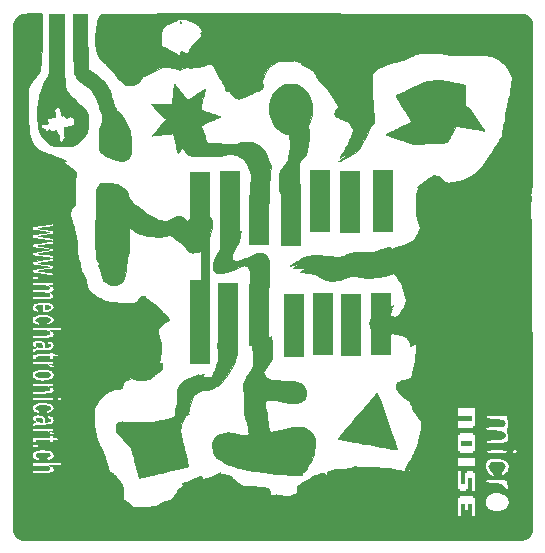
<source format=gbr>
G04 #@! TF.FileFunction,Copper,L1,Top,Signal*
%FSLAX46Y46*%
G04 Gerber Fmt 4.6, Leading zero omitted, Abs format (unit mm)*
G04 Created by KiCad (PCBNEW 4.0.7-e0-6372~58~ubuntu16.04.1) date Sun Feb 25 16:32:52 2018*
%MOMM*%
%LPD*%
G01*
G04 APERTURE LIST*
%ADD10C,0.100000*%
%ADD11C,0.010000*%
G04 APERTURE END LIST*
D10*
D11*
G36*
X81592999Y-77791164D02*
X81608717Y-77869614D01*
X81621495Y-77988048D01*
X81631290Y-78144215D01*
X81638063Y-78335865D01*
X81641771Y-78560747D01*
X81642374Y-78816611D01*
X81639831Y-79101207D01*
X81634099Y-79412284D01*
X81627409Y-79671166D01*
X81613855Y-80102650D01*
X81599282Y-80492538D01*
X81583642Y-80841556D01*
X81566888Y-81150431D01*
X81548971Y-81419888D01*
X81529842Y-81650654D01*
X81509455Y-81843456D01*
X81487759Y-81999019D01*
X81465212Y-82115916D01*
X81448607Y-82202549D01*
X81437731Y-82288669D01*
X81435312Y-82333403D01*
X81416110Y-82469817D01*
X81360278Y-82622535D01*
X81269158Y-82789143D01*
X81144090Y-82967227D01*
X80986417Y-83154374D01*
X80967958Y-83174523D01*
X80836793Y-83320267D01*
X80731239Y-83446715D01*
X80645023Y-83562416D01*
X80571868Y-83675918D01*
X80505502Y-83795772D01*
X80490756Y-83824702D01*
X80397833Y-84009487D01*
X80398100Y-84703118D01*
X80399831Y-85048188D01*
X80404623Y-85392972D01*
X80412268Y-85733820D01*
X80422563Y-86067080D01*
X80435300Y-86389102D01*
X80450275Y-86696236D01*
X80467281Y-86984832D01*
X80486114Y-87251239D01*
X80506566Y-87491806D01*
X80528433Y-87702884D01*
X80551508Y-87880821D01*
X80575587Y-88021967D01*
X80588355Y-88079287D01*
X80669830Y-88346603D01*
X80773637Y-88585455D01*
X80898168Y-88793193D01*
X81041811Y-88967163D01*
X81202954Y-89104715D01*
X81217200Y-89114503D01*
X81369961Y-89208252D01*
X81552008Y-89304771D01*
X81751156Y-89398346D01*
X81955216Y-89483264D01*
X82152001Y-89553810D01*
X82159118Y-89556113D01*
X82290023Y-89601429D01*
X82435024Y-89656628D01*
X82574441Y-89713987D01*
X82667118Y-89755479D01*
X82784138Y-89807849D01*
X82923548Y-89865955D01*
X83067448Y-89922542D01*
X83191833Y-89968220D01*
X83344232Y-90022367D01*
X83459510Y-90065730D01*
X83540861Y-90100433D01*
X83591483Y-90128597D01*
X83614571Y-90152344D01*
X83613322Y-90173796D01*
X83590932Y-90195074D01*
X83560611Y-90213043D01*
X83513367Y-90247115D01*
X83486373Y-90279016D01*
X83478499Y-90294644D01*
X83477403Y-90308463D01*
X83488008Y-90324821D01*
X83515236Y-90348066D01*
X83564010Y-90382545D01*
X83639250Y-90432607D01*
X83721000Y-90486269D01*
X83890708Y-90605242D01*
X84067362Y-90742441D01*
X84235550Y-90885386D01*
X84370510Y-91012195D01*
X84420246Y-91060972D01*
X84456725Y-91098683D01*
X84481043Y-91132584D01*
X84494293Y-91169929D01*
X84497571Y-91217975D01*
X84491970Y-91283977D01*
X84478585Y-91375192D01*
X84458511Y-91498874D01*
X84450985Y-91545666D01*
X84442175Y-91609213D01*
X84434541Y-91684044D01*
X84427928Y-91774108D01*
X84422184Y-91883358D01*
X84417154Y-92015745D01*
X84412686Y-92175221D01*
X84408625Y-92365736D01*
X84404819Y-92591242D01*
X84401638Y-92815666D01*
X84387750Y-93863416D01*
X84331256Y-93958666D01*
X84286794Y-94025813D01*
X84227535Y-94105373D01*
X84174542Y-94170333D01*
X84091835Y-94275425D01*
X84038298Y-94369456D01*
X84008562Y-94465844D01*
X83997259Y-94578005D01*
X83996663Y-94614833D01*
X83997280Y-94661302D01*
X84000040Y-94707885D01*
X84005920Y-94758630D01*
X84015897Y-94817586D01*
X84030945Y-94888798D01*
X84052042Y-94976316D01*
X84080164Y-95084187D01*
X84116286Y-95216459D01*
X84161385Y-95377179D01*
X84216436Y-95570396D01*
X84282417Y-95800156D01*
X84282968Y-95802071D01*
X84345368Y-96019841D01*
X84396852Y-96202816D01*
X84438556Y-96356781D01*
X84471616Y-96487521D01*
X84497166Y-96600822D01*
X84516343Y-96702471D01*
X84530283Y-96798252D01*
X84540121Y-96893952D01*
X84546993Y-96995356D01*
X84552035Y-97108250D01*
X84554741Y-97186583D01*
X84561406Y-97353938D01*
X84570596Y-97529551D01*
X84581767Y-97706745D01*
X84594372Y-97878839D01*
X84607865Y-98039154D01*
X84621702Y-98181012D01*
X84635336Y-98297734D01*
X84648222Y-98382640D01*
X84655026Y-98414250D01*
X84678471Y-98480865D01*
X84714882Y-98561437D01*
X84741715Y-98612250D01*
X84771284Y-98668666D01*
X84791570Y-98722202D01*
X84805300Y-98784644D01*
X84815201Y-98867780D01*
X84822502Y-98961500D01*
X84829950Y-99054938D01*
X84839693Y-99134502D01*
X84854242Y-99207651D01*
X84876107Y-99281847D01*
X84907798Y-99364549D01*
X84951824Y-99463219D01*
X85010697Y-99585316D01*
X85077609Y-99719722D01*
X85155751Y-99878091D01*
X85216580Y-100008501D01*
X85263374Y-100119980D01*
X85299409Y-100221560D01*
X85327964Y-100322267D01*
X85352316Y-100431134D01*
X85370194Y-100525809D01*
X85410442Y-100720234D01*
X85455786Y-100878698D01*
X85508330Y-101007469D01*
X85564745Y-101104962D01*
X85646963Y-101206376D01*
X85758702Y-101311854D01*
X85901972Y-101422778D01*
X86078785Y-101540527D01*
X86291151Y-101666483D01*
X86541080Y-101802025D01*
X86694916Y-101880976D01*
X86790136Y-101927717D01*
X86879567Y-101967973D01*
X86967574Y-102002506D01*
X87058522Y-102032076D01*
X87156776Y-102057441D01*
X87266702Y-102079364D01*
X87392666Y-102098604D01*
X87539031Y-102115922D01*
X87710164Y-102132077D01*
X87910430Y-102147831D01*
X88144194Y-102163943D01*
X88415822Y-102181173D01*
X88420000Y-102181431D01*
X88672937Y-102196159D01*
X88887662Y-102206028D01*
X89068106Y-102210211D01*
X89218197Y-102207881D01*
X89341865Y-102198211D01*
X89443039Y-102180373D01*
X89525649Y-102153539D01*
X89593624Y-102116884D01*
X89650894Y-102069578D01*
X89701388Y-102010795D01*
X89749035Y-101939707D01*
X89774819Y-101896166D01*
X89845852Y-101781223D01*
X89908953Y-101700507D01*
X89970160Y-101648284D01*
X90035509Y-101618819D01*
X90075942Y-101610156D01*
X90169379Y-101601889D01*
X90242152Y-101612799D01*
X90305745Y-101648040D01*
X90371641Y-101712769D01*
X90411435Y-101760806D01*
X90474588Y-101833102D01*
X90547430Y-101900871D01*
X90639163Y-101971832D01*
X90758991Y-102053703D01*
X90766564Y-102058665D01*
X90996622Y-102219974D01*
X91236052Y-102409454D01*
X91488248Y-102629961D01*
X91756602Y-102884349D01*
X91805281Y-102932368D01*
X91895044Y-103023739D01*
X91988470Y-103122928D01*
X92081362Y-103225016D01*
X92169521Y-103325084D01*
X92248749Y-103418214D01*
X92314848Y-103499488D01*
X92363620Y-103563986D01*
X92390867Y-103606792D01*
X92394170Y-103622285D01*
X92374767Y-103634422D01*
X92327262Y-103662948D01*
X92260067Y-103702830D01*
X92220896Y-103725939D01*
X92058422Y-103830197D01*
X91892275Y-103952022D01*
X91736276Y-104080605D01*
X91604251Y-104205137D01*
X91592670Y-104217193D01*
X91518430Y-104299379D01*
X91462009Y-104374597D01*
X91423094Y-104448646D01*
X91401374Y-104527326D01*
X91396538Y-104616437D01*
X91408274Y-104721778D01*
X91436270Y-104849149D01*
X91480215Y-105004351D01*
X91539797Y-105193182D01*
X91540176Y-105194352D01*
X91582937Y-105329533D01*
X91621651Y-105458160D01*
X91654077Y-105572292D01*
X91677977Y-105663983D01*
X91691110Y-105725290D01*
X91692354Y-105734102D01*
X91696459Y-105822854D01*
X91693306Y-105945518D01*
X91683775Y-106094460D01*
X91668748Y-106262048D01*
X91649103Y-106440651D01*
X91625723Y-106622634D01*
X91599488Y-106800367D01*
X91571279Y-106966215D01*
X91541975Y-107112548D01*
X91524964Y-107184917D01*
X91504370Y-107268293D01*
X91489044Y-107333623D01*
X91481038Y-107371972D01*
X91480535Y-107378333D01*
X91499942Y-107369287D01*
X91546482Y-107345626D01*
X91606948Y-107314114D01*
X91686748Y-107276920D01*
X91735547Y-107265880D01*
X91750599Y-107271466D01*
X91765626Y-107307489D01*
X91776594Y-107374374D01*
X91782770Y-107460777D01*
X91783422Y-107555359D01*
X91777818Y-107646777D01*
X91775914Y-107663430D01*
X91767888Y-107713950D01*
X91754790Y-107757503D01*
X91732238Y-107798933D01*
X91695852Y-107843082D01*
X91641252Y-107894796D01*
X91564058Y-107958918D01*
X91459888Y-108040292D01*
X91379501Y-108101787D01*
X91282541Y-108178046D01*
X91191119Y-108254202D01*
X91113875Y-108322766D01*
X91059444Y-108376252D01*
X91048308Y-108388896D01*
X90954406Y-108475695D01*
X90823143Y-108556454D01*
X90659348Y-108628576D01*
X90511019Y-108677483D01*
X90370882Y-108713348D01*
X90238307Y-108736271D01*
X90105477Y-108746025D01*
X89964572Y-108742386D01*
X89807773Y-108725129D01*
X89627261Y-108694030D01*
X89415216Y-108648862D01*
X89400669Y-108645552D01*
X89121923Y-108581911D01*
X88861567Y-108693654D01*
X88731907Y-108750596D01*
X88635767Y-108797933D01*
X88567240Y-108841484D01*
X88520424Y-108887071D01*
X88489414Y-108940514D01*
X88468307Y-109007634D01*
X88451198Y-109094252D01*
X88450366Y-109099053D01*
X88426442Y-109227195D01*
X88401100Y-109319891D01*
X88367350Y-109383660D01*
X88318201Y-109425019D01*
X88246661Y-109450488D01*
X88145739Y-109466584D01*
X88045538Y-109476520D01*
X87779046Y-109511387D01*
X87543745Y-109565888D01*
X87332448Y-109641786D01*
X87284986Y-109663159D01*
X87160682Y-109725444D01*
X87049408Y-109791278D01*
X86946162Y-109865380D01*
X86845940Y-109952473D01*
X86743742Y-110057277D01*
X86634565Y-110184512D01*
X86513408Y-110338900D01*
X86383230Y-110514230D01*
X86273242Y-110669899D01*
X86188567Y-110802302D01*
X86125637Y-110919122D01*
X86080884Y-111028045D01*
X86050742Y-111136754D01*
X86031640Y-111252935D01*
X86028862Y-111277457D01*
X86013438Y-111493767D01*
X86008787Y-111742085D01*
X86014360Y-112013627D01*
X86029605Y-112299609D01*
X86053972Y-112591250D01*
X86086911Y-112879764D01*
X86127871Y-113156369D01*
X86156577Y-113315583D01*
X86176127Y-113413787D01*
X86194974Y-113500053D01*
X86215171Y-113579707D01*
X86238770Y-113658069D01*
X86267823Y-113740464D01*
X86304381Y-113832215D01*
X86350497Y-113938645D01*
X86408223Y-114065077D01*
X86479611Y-114216833D01*
X86566712Y-114399239D01*
X86605343Y-114479750D01*
X86690865Y-114658460D01*
X86760006Y-114804988D01*
X86815041Y-114925154D01*
X86858241Y-115024780D01*
X86891881Y-115109684D01*
X86918233Y-115185688D01*
X86939571Y-115258612D01*
X86958167Y-115334277D01*
X86976295Y-115418502D01*
X86981065Y-115441797D01*
X87013246Y-115569774D01*
X87056043Y-115698827D01*
X87097613Y-115797381D01*
X87156756Y-115943285D01*
X87188386Y-116088009D01*
X87191007Y-116109421D01*
X87211793Y-116227927D01*
X87243314Y-116319537D01*
X87255085Y-116341207D01*
X87312594Y-116414335D01*
X87390415Y-116487978D01*
X87474045Y-116549902D01*
X87546614Y-116587069D01*
X87566854Y-116596188D01*
X87590309Y-116611972D01*
X87619824Y-116637544D01*
X87658245Y-116676024D01*
X87708418Y-116730534D01*
X87773189Y-116804194D01*
X87855404Y-116900127D01*
X87957908Y-117021454D01*
X88083547Y-117171295D01*
X88130711Y-117227700D01*
X88248647Y-117378586D01*
X88348047Y-117525538D01*
X88424276Y-117661062D01*
X88472702Y-117777667D01*
X88474638Y-117783951D01*
X88486288Y-117838343D01*
X88494851Y-117916417D01*
X88500591Y-118022925D01*
X88503772Y-118162617D01*
X88504666Y-118323643D01*
X88504666Y-118763557D01*
X88814005Y-119039036D01*
X88960239Y-119167734D01*
X89080544Y-119269760D01*
X89179178Y-119348117D01*
X89260399Y-119405811D01*
X89328465Y-119445846D01*
X89387636Y-119471228D01*
X89442170Y-119484962D01*
X89447047Y-119485737D01*
X89506230Y-119490006D01*
X89600637Y-119491062D01*
X89724042Y-119489256D01*
X89870217Y-119484940D01*
X90032936Y-119478467D01*
X90205970Y-119470187D01*
X90383093Y-119460453D01*
X90558077Y-119449617D01*
X90724695Y-119438031D01*
X90876721Y-119426047D01*
X91007926Y-119414016D01*
X91112083Y-119402291D01*
X91182966Y-119391224D01*
X91202417Y-119386531D01*
X91265921Y-119361998D01*
X91351902Y-119321517D01*
X91446973Y-119271630D01*
X91504486Y-119238920D01*
X91663710Y-119152021D01*
X91837960Y-119068524D01*
X92014651Y-118993773D01*
X92181198Y-118933114D01*
X92317177Y-118893740D01*
X92416209Y-118868725D01*
X92486257Y-118845482D01*
X92539788Y-118817190D01*
X92589271Y-118777031D01*
X92647173Y-118718184D01*
X92656691Y-118708034D01*
X92698972Y-118660166D01*
X116783333Y-118660166D01*
X116783333Y-120247666D01*
X117079666Y-120247666D01*
X117079666Y-119189333D01*
X117376000Y-119189333D01*
X117376000Y-119718500D01*
X117672333Y-119718500D01*
X117672333Y-119189333D01*
X117968666Y-119189333D01*
X117968666Y-120247666D01*
X118265000Y-120247666D01*
X118265000Y-119036398D01*
X119126318Y-119036398D01*
X119130920Y-119165671D01*
X119146192Y-119288965D01*
X119170698Y-119391317D01*
X119182377Y-119422166D01*
X119259789Y-119547134D01*
X119370092Y-119647882D01*
X119510165Y-119722448D01*
X119676889Y-119768866D01*
X119749283Y-119779002D01*
X119951284Y-119795440D01*
X120131156Y-119798969D01*
X120307067Y-119789649D01*
X120391391Y-119781094D01*
X120485343Y-119767327D01*
X120561289Y-119750472D01*
X120608603Y-119733030D01*
X120615308Y-119728351D01*
X120658898Y-119702780D01*
X120684775Y-119697333D01*
X120738670Y-119680375D01*
X120806640Y-119634690D01*
X120881332Y-119568062D01*
X120955395Y-119488277D01*
X121021477Y-119403117D01*
X121072226Y-119320367D01*
X121096897Y-119260960D01*
X121118414Y-119137228D01*
X121119142Y-118998687D01*
X121099483Y-118867174D01*
X121088944Y-118830115D01*
X121054329Y-118756086D01*
X120997223Y-118666132D01*
X120926870Y-118572346D01*
X120852510Y-118486824D01*
X120783386Y-118421661D01*
X120767805Y-118409826D01*
X120643627Y-118340980D01*
X120489690Y-118286159D01*
X120316752Y-118247115D01*
X120135568Y-118225599D01*
X119956894Y-118223360D01*
X119791488Y-118242152D01*
X119767833Y-118247036D01*
X119586386Y-118296185D01*
X119442123Y-118357745D01*
X119330606Y-118436397D01*
X119247398Y-118536827D01*
X119188059Y-118663717D01*
X119148153Y-118821752D01*
X119133820Y-118916112D01*
X119126318Y-119036398D01*
X118265000Y-119036398D01*
X118265000Y-118660166D01*
X118192133Y-118660166D01*
X118146252Y-118657493D01*
X118124095Y-118641594D01*
X118115236Y-118600652D01*
X118112758Y-118570208D01*
X118106250Y-118480250D01*
X117518875Y-118474623D01*
X116931500Y-118468997D01*
X116931500Y-118564581D01*
X116929935Y-118623240D01*
X116919298Y-118651067D01*
X116890676Y-118659562D01*
X116857416Y-118660166D01*
X116783333Y-118660166D01*
X92698972Y-118660166D01*
X92711779Y-118645667D01*
X92766030Y-118575990D01*
X92824140Y-118492097D01*
X92890805Y-118387081D01*
X92970719Y-118254038D01*
X93004489Y-118196490D01*
X93078244Y-118083838D01*
X93167246Y-117969019D01*
X93263660Y-117860502D01*
X93359648Y-117766753D01*
X93447374Y-117696238D01*
X93493272Y-117668358D01*
X93561436Y-117630023D01*
X93591076Y-117600838D01*
X93583693Y-117576177D01*
X93540792Y-117551411D01*
X93532420Y-117547832D01*
X93487213Y-117523072D01*
X93467864Y-117500339D01*
X93468832Y-117495056D01*
X93506965Y-117462814D01*
X93581992Y-117425846D01*
X93689016Y-117386167D01*
X93823137Y-117345791D01*
X93848803Y-117338864D01*
X94017413Y-117288560D01*
X94187149Y-117225970D01*
X94367146Y-117147237D01*
X94566539Y-117048503D01*
X94685333Y-116985597D01*
X94810647Y-116918659D01*
X94904653Y-116871064D01*
X94972980Y-116841476D01*
X95021258Y-116828560D01*
X95055119Y-116830980D01*
X95080192Y-116847399D01*
X95102108Y-116876482D01*
X95107646Y-116885399D01*
X95136211Y-116943988D01*
X95150535Y-116996343D01*
X95150920Y-117003130D01*
X95163944Y-117050494D01*
X95203647Y-117078440D01*
X95271272Y-117086670D01*
X95368057Y-117074883D01*
X95495243Y-117042781D01*
X95654069Y-116990066D01*
X95845776Y-116916438D01*
X96071604Y-116821599D01*
X96271270Y-116733143D01*
X96394838Y-116677644D01*
X96505219Y-116628554D01*
X96596660Y-116588392D01*
X96663409Y-116559677D01*
X96699714Y-116544926D01*
X96704453Y-116543500D01*
X96713582Y-116561890D01*
X96717333Y-116605573D01*
X96718765Y-116635222D01*
X96727178Y-116656899D01*
X96748744Y-116672605D01*
X96789639Y-116684342D01*
X96856036Y-116694111D01*
X96954109Y-116703913D01*
X97045416Y-116711908D01*
X97223178Y-116730992D01*
X97364835Y-116755649D01*
X97476483Y-116788094D01*
X97564218Y-116830546D01*
X97634135Y-116885221D01*
X97685350Y-116944644D01*
X97735520Y-117006348D01*
X97798760Y-117071053D01*
X97880496Y-117143522D01*
X97986154Y-117228522D01*
X98121160Y-117330818D01*
X98146083Y-117349282D01*
X98244039Y-117422925D01*
X98344652Y-117500665D01*
X98434656Y-117572146D01*
X98489404Y-117617271D01*
X98621058Y-117728833D01*
X98997404Y-117729274D01*
X99205246Y-117730818D01*
X99416114Y-117734777D01*
X99624217Y-117740861D01*
X99823765Y-117748780D01*
X100008966Y-117758244D01*
X100174032Y-117768962D01*
X100313171Y-117780646D01*
X100420593Y-117793005D01*
X100481709Y-117803611D01*
X100582901Y-117833622D01*
X100672874Y-117872785D01*
X100713758Y-117897648D01*
X100790725Y-117973867D01*
X100854253Y-118074674D01*
X100896060Y-118184162D01*
X100908333Y-118271361D01*
X100913296Y-118342609D01*
X100925571Y-118405188D01*
X100928976Y-118415372D01*
X100949073Y-118447361D01*
X100983814Y-118465167D01*
X101039620Y-118469235D01*
X101122911Y-118460014D01*
X101240107Y-118437949D01*
X101243416Y-118437260D01*
X101298854Y-118426000D01*
X101345756Y-118418528D01*
X101391146Y-118415471D01*
X101442043Y-118417459D01*
X101505469Y-118425120D01*
X101588446Y-118439082D01*
X101697995Y-118459974D01*
X101841136Y-118488425D01*
X101862366Y-118492669D01*
X102084347Y-118531129D01*
X102270791Y-118550443D01*
X102423856Y-118550732D01*
X102545699Y-118532119D01*
X102548750Y-118531309D01*
X102599433Y-118514656D01*
X102678981Y-118484996D01*
X102777426Y-118446186D01*
X102884805Y-118402085D01*
X102911046Y-118391038D01*
X103188676Y-118273555D01*
X103200138Y-118038236D01*
X103207622Y-117909043D01*
X103218776Y-117812987D01*
X103238404Y-117740885D01*
X103271307Y-117683555D01*
X103322287Y-117631815D01*
X103396146Y-117576483D01*
X103466384Y-117529134D01*
X103580307Y-117456209D01*
X103723705Y-117368651D01*
X103888379Y-117271136D01*
X104066133Y-117168345D01*
X104248770Y-117064955D01*
X104428092Y-116965645D01*
X104595902Y-116875093D01*
X104744004Y-116797979D01*
X104773470Y-116783110D01*
X104888379Y-116726571D01*
X104975540Y-116686952D01*
X105044387Y-116660930D01*
X105104356Y-116645185D01*
X105164879Y-116636395D01*
X105198284Y-116633572D01*
X105387854Y-116637392D01*
X105556528Y-116677270D01*
X105674805Y-116734432D01*
X105776666Y-116797108D01*
X105776666Y-116632204D01*
X105780206Y-116531488D01*
X105792598Y-116466288D01*
X105798476Y-116457424D01*
X112412416Y-116457424D01*
X112492471Y-116458129D01*
X112567815Y-116450425D01*
X112639498Y-116430834D01*
X112641626Y-116429961D01*
X112692798Y-116400811D01*
X112742163Y-116360403D01*
X112749039Y-116353000D01*
X116783333Y-116353000D01*
X116783333Y-117940500D01*
X116857416Y-117940500D01*
X116902936Y-117942533D01*
X116924491Y-117956314D01*
X116931043Y-117993363D01*
X116931500Y-118035750D01*
X116931500Y-118131000D01*
X117524166Y-118131000D01*
X117524166Y-118035750D01*
X117525748Y-117977224D01*
X117536466Y-117949510D01*
X117565282Y-117941087D01*
X117598250Y-117940500D01*
X117672333Y-117940500D01*
X117672333Y-117051500D01*
X117968666Y-117051500D01*
X117968666Y-118132934D01*
X118254416Y-118120416D01*
X118259962Y-117321375D01*
X118260286Y-117274574D01*
X119132833Y-117274574D01*
X119139387Y-117308209D01*
X119161407Y-117336760D01*
X119202428Y-117361004D01*
X119265986Y-117381716D01*
X119355617Y-117399671D01*
X119474856Y-117415646D01*
X119627240Y-117430416D01*
X119816303Y-117444757D01*
X119948060Y-117453431D01*
X120109060Y-117464799D01*
X120235987Y-117478322D01*
X120337080Y-117497381D01*
X120420582Y-117525357D01*
X120494734Y-117565634D01*
X120567777Y-117621592D01*
X120647953Y-117696614D01*
X120720688Y-117770483D01*
X120811785Y-117862397D01*
X120881365Y-117925987D01*
X120935715Y-117964851D01*
X120981122Y-117982586D01*
X121023873Y-117982789D01*
X121068757Y-117969638D01*
X121089393Y-117952786D01*
X121095355Y-117916629D01*
X121090040Y-117858513D01*
X121074635Y-117777261D01*
X121052717Y-117697580D01*
X121046802Y-117680779D01*
X121028324Y-117609286D01*
X121017685Y-117524427D01*
X121016666Y-117494257D01*
X121009311Y-117405567D01*
X120990890Y-117311838D01*
X120982787Y-117283957D01*
X120968982Y-117244388D01*
X120953229Y-117212028D01*
X120931421Y-117186152D01*
X120899451Y-117166034D01*
X120853212Y-117150951D01*
X120788599Y-117140177D01*
X120701502Y-117132988D01*
X120587817Y-117128659D01*
X120443435Y-117126465D01*
X120264250Y-117125681D01*
X120085333Y-117125583D01*
X119912697Y-117126057D01*
X119750687Y-117127403D01*
X119604921Y-117129504D01*
X119481013Y-117132246D01*
X119384583Y-117135512D01*
X119321247Y-117139188D01*
X119300583Y-117141721D01*
X119230892Y-117167392D01*
X119172630Y-117207626D01*
X119137759Y-117252948D01*
X119132833Y-117274574D01*
X118260286Y-117274574D01*
X118265509Y-116522333D01*
X118191171Y-116522333D01*
X118143576Y-116519785D01*
X118122424Y-116504003D01*
X118117000Y-116462782D01*
X118116833Y-116437666D01*
X118116833Y-116353000D01*
X117524166Y-116353000D01*
X117524166Y-116437666D01*
X117521923Y-116491875D01*
X117508075Y-116515966D01*
X117471943Y-116522144D01*
X117450083Y-116522333D01*
X117376000Y-116522333D01*
X117376000Y-117411333D01*
X117079666Y-117411333D01*
X117079666Y-116353000D01*
X116783333Y-116353000D01*
X112749039Y-116353000D01*
X112782403Y-116317083D01*
X112806198Y-116279198D01*
X112806232Y-116255093D01*
X112798331Y-116251250D01*
X112761244Y-116257490D01*
X112700069Y-116280735D01*
X112626463Y-116315311D01*
X112552080Y-116355539D01*
X112488578Y-116395743D01*
X112465269Y-116413461D01*
X112412416Y-116457424D01*
X105798476Y-116457424D01*
X105816502Y-116430244D01*
X105854576Y-116416996D01*
X105866830Y-116416500D01*
X105901106Y-116409902D01*
X105966282Y-116391888D01*
X106053336Y-116365127D01*
X106153248Y-116332284D01*
X106164222Y-116328556D01*
X106422250Y-116240612D01*
X107057604Y-116227291D01*
X107692959Y-116213971D01*
X107798438Y-116153586D01*
X107878273Y-116107820D01*
X107939080Y-116075336D01*
X107990491Y-116054389D01*
X108042137Y-116043235D01*
X108103649Y-116040127D01*
X108184658Y-116043320D01*
X108294796Y-116051069D01*
X108344180Y-116054693D01*
X108439638Y-116060819D01*
X108570354Y-116068027D01*
X108729275Y-116075987D01*
X108909349Y-116084372D01*
X109103523Y-116092853D01*
X109304746Y-116101103D01*
X109505964Y-116108793D01*
X109512583Y-116109036D01*
X109789271Y-116119301D01*
X110028196Y-116128610D01*
X110233907Y-116137359D01*
X110410953Y-116145946D01*
X110563882Y-116154770D01*
X110697243Y-116164229D01*
X110815586Y-116174719D01*
X110923458Y-116186639D01*
X111025410Y-116200387D01*
X111125988Y-116216360D01*
X111229743Y-116234956D01*
X111341223Y-116256574D01*
X111449333Y-116278413D01*
X111569804Y-116302235D01*
X111700661Y-116326807D01*
X111834123Y-116350810D01*
X111962411Y-116372923D01*
X112077745Y-116391825D01*
X112172348Y-116406198D01*
X112238438Y-116414720D01*
X112263055Y-116416500D01*
X112277271Y-116398508D01*
X112304865Y-116349659D01*
X112341716Y-116277646D01*
X112379315Y-116199541D01*
X112438543Y-116078534D01*
X112510482Y-115941583D01*
X112597373Y-115784720D01*
X112701452Y-115603975D01*
X112824958Y-115395381D01*
X112898460Y-115273500D01*
X116783333Y-115273500D01*
X116783333Y-115993166D01*
X118265000Y-115993166D01*
X118265000Y-115949405D01*
X119113723Y-115949405D01*
X119124929Y-116133746D01*
X119174090Y-116309869D01*
X119259062Y-116472269D01*
X119377704Y-116615440D01*
X119518399Y-116727819D01*
X119608990Y-116783296D01*
X119678974Y-116816937D01*
X119740574Y-116833628D01*
X119794291Y-116838114D01*
X119846578Y-116836001D01*
X119868976Y-116821377D01*
X119873666Y-116787327D01*
X119859359Y-116732091D01*
X119820039Y-116655773D01*
X119761111Y-116566737D01*
X119687979Y-116473346D01*
X119626552Y-116404942D01*
X119563648Y-116329767D01*
X119504062Y-116242287D01*
X119454074Y-116153599D01*
X119419968Y-116074800D01*
X119408000Y-116018917D01*
X119421092Y-115956625D01*
X119454941Y-115886367D01*
X119501406Y-115819409D01*
X119552345Y-115767015D01*
X119599618Y-115740452D01*
X119610173Y-115739166D01*
X119637667Y-115729792D01*
X119640833Y-115722390D01*
X119661159Y-115702009D01*
X119718885Y-115684424D01*
X119809129Y-115670301D01*
X119927011Y-115660305D01*
X120067650Y-115655101D01*
X120138784Y-115654500D01*
X120264462Y-115655246D01*
X120356420Y-115658105D01*
X120423255Y-115664011D01*
X120473563Y-115673894D01*
X120515942Y-115688688D01*
X120535355Y-115697502D01*
X120614488Y-115738366D01*
X120666676Y-115775792D01*
X120704596Y-115821254D01*
X120738406Y-115881270D01*
X120773408Y-115962941D01*
X120781251Y-116023915D01*
X120762701Y-116075309D01*
X120752756Y-116089662D01*
X120727605Y-116139070D01*
X120721006Y-116171766D01*
X120708164Y-116208373D01*
X120675120Y-116265111D01*
X120628996Y-116329774D01*
X120628417Y-116330516D01*
X120566290Y-116411968D01*
X120500989Y-116500456D01*
X120459547Y-116558499D01*
X120382592Y-116668748D01*
X120429172Y-116701374D01*
X120488589Y-116724130D01*
X120570192Y-116732934D01*
X120656146Y-116727639D01*
X120728618Y-116708098D01*
X120737259Y-116703910D01*
X120787093Y-116668865D01*
X120851942Y-116611822D01*
X120920561Y-116543987D01*
X120981709Y-116476569D01*
X121024142Y-116420775D01*
X121028495Y-116413585D01*
X121067829Y-116338966D01*
X121092663Y-116271793D01*
X121107117Y-116196310D01*
X121115311Y-116096760D01*
X121116302Y-116077833D01*
X121116193Y-115955995D01*
X121098445Y-115859283D01*
X121057806Y-115772343D01*
X120989028Y-115679823D01*
X120974333Y-115662635D01*
X120933337Y-115622170D01*
X120875396Y-115573074D01*
X120810726Y-115523006D01*
X120749541Y-115479626D01*
X120702055Y-115450593D01*
X120681203Y-115442833D01*
X120651611Y-115434127D01*
X120603415Y-115412912D01*
X120598229Y-115410353D01*
X120498252Y-115372581D01*
X120368122Y-115340899D01*
X120219751Y-115316631D01*
X120065052Y-115301106D01*
X119915935Y-115295650D01*
X119784314Y-115301591D01*
X119714916Y-115311954D01*
X119536821Y-115359653D01*
X119395520Y-115421923D01*
X119287054Y-115501881D01*
X119207464Y-115602642D01*
X119152789Y-115727324D01*
X119142615Y-115762353D01*
X119113723Y-115949405D01*
X118265000Y-115949405D01*
X118265000Y-115273500D01*
X116783333Y-115273500D01*
X112898460Y-115273500D01*
X112946141Y-115194438D01*
X113090340Y-114929683D01*
X113224243Y-114629349D01*
X113346005Y-114299341D01*
X113453780Y-113945561D01*
X113545723Y-113573912D01*
X113593686Y-113326166D01*
X116783333Y-113326166D01*
X116783333Y-114744333D01*
X116857416Y-114744333D01*
X116902880Y-114746352D01*
X116924447Y-114760075D01*
X116931032Y-114797005D01*
X116931500Y-114839918D01*
X116931500Y-114935502D01*
X118106250Y-114924250D01*
X118112758Y-114834291D01*
X118119005Y-114777886D01*
X118133759Y-114751952D01*
X118167449Y-114744672D01*
X118192133Y-114744333D01*
X118265000Y-114744333D01*
X118265000Y-114738518D01*
X119124529Y-114738518D01*
X119127561Y-114779915D01*
X119171563Y-114821573D01*
X119208936Y-114841960D01*
X119254080Y-114860531D01*
X119306283Y-114875485D01*
X119370226Y-114887144D01*
X119450587Y-114895832D01*
X119552047Y-114901870D01*
X119679285Y-114905581D01*
X119836981Y-114907287D01*
X120029814Y-114907312D01*
X120148833Y-114906748D01*
X120332185Y-114905518D01*
X120478244Y-114904024D01*
X120592048Y-114901937D01*
X120678639Y-114898925D01*
X120743055Y-114894655D01*
X120790337Y-114888798D01*
X120825523Y-114881021D01*
X120853655Y-114870994D01*
X120879083Y-114858744D01*
X120945231Y-114811641D01*
X120973921Y-114762132D01*
X120973179Y-114758510D01*
X121359624Y-114758510D01*
X121379481Y-114803903D01*
X121419100Y-114850452D01*
X121457769Y-114888529D01*
X121492427Y-114907810D01*
X121538621Y-114913146D01*
X121608807Y-114909606D01*
X121709378Y-114894090D01*
X121773398Y-114865245D01*
X121777873Y-114861467D01*
X121813273Y-114803542D01*
X121821000Y-114753077D01*
X121802223Y-114682330D01*
X121748494Y-114631066D01*
X121663710Y-114601952D01*
X121591819Y-114596166D01*
X121520460Y-114600569D01*
X121470909Y-114618859D01*
X121423108Y-114658660D01*
X121420461Y-114661294D01*
X121373252Y-114715400D01*
X121359624Y-114758510D01*
X120973179Y-114758510D01*
X120964362Y-114715489D01*
X120915765Y-114676985D01*
X120906917Y-114673011D01*
X120848113Y-114650551D01*
X120786323Y-114632817D01*
X120715792Y-114619281D01*
X120630767Y-114609419D01*
X120525492Y-114602704D01*
X120394214Y-114598610D01*
X120231180Y-114596611D01*
X120066459Y-114596166D01*
X119875766Y-114596795D01*
X119721895Y-114598849D01*
X119599353Y-114602581D01*
X119502645Y-114608246D01*
X119426276Y-114616095D01*
X119364753Y-114626383D01*
X119352388Y-114629061D01*
X119237830Y-114661774D01*
X119161581Y-114698699D01*
X119124529Y-114738518D01*
X118265000Y-114738518D01*
X118265000Y-113326166D01*
X118190916Y-113326166D01*
X118143483Y-113323603D01*
X118122404Y-113307777D01*
X118116998Y-113266483D01*
X118116833Y-113241500D01*
X118116833Y-113156833D01*
X116931500Y-113156833D01*
X116931500Y-113241500D01*
X116929257Y-113295709D01*
X116915409Y-113319799D01*
X116879276Y-113325977D01*
X116857416Y-113326166D01*
X116783333Y-113326166D01*
X113593686Y-113326166D01*
X113619990Y-113190297D01*
X113662400Y-112902833D01*
X113685317Y-112709436D01*
X113699005Y-112551390D01*
X113702568Y-112422542D01*
X113695113Y-112316737D01*
X113675743Y-112227823D01*
X113643563Y-112149644D01*
X113597678Y-112076048D01*
X113537192Y-112000880D01*
X113529975Y-111992666D01*
X113381550Y-111813196D01*
X113245919Y-111626553D01*
X113128180Y-111440821D01*
X113033427Y-111264085D01*
X112966758Y-111104431D01*
X112962937Y-111093083D01*
X112936206Y-111019000D01*
X116783333Y-111019000D01*
X116783333Y-111738666D01*
X117968666Y-111738666D01*
X117968666Y-112077333D01*
X116783333Y-112077333D01*
X116783333Y-112797000D01*
X118116833Y-112797000D01*
X118116833Y-112789813D01*
X119132833Y-112789813D01*
X119149606Y-112830818D01*
X119190058Y-112875878D01*
X119239382Y-112911405D01*
X119279041Y-112924000D01*
X119332652Y-112932271D01*
X119369962Y-112944437D01*
X119405344Y-112951692D01*
X119475804Y-112960056D01*
X119574124Y-112968895D01*
X119693082Y-112977574D01*
X119825462Y-112985458D01*
X119852500Y-112986863D01*
X119993782Y-112995250D01*
X120129762Y-113005559D01*
X120251372Y-113016934D01*
X120349546Y-113028520D01*
X120415217Y-113039462D01*
X120418835Y-113040293D01*
X120556203Y-113086635D01*
X120662408Y-113150854D01*
X120735445Y-113229210D01*
X120773304Y-113317965D01*
X120773979Y-113413379D01*
X120735461Y-113511711D01*
X120699307Y-113562720D01*
X120645255Y-113614101D01*
X120573917Y-113654906D01*
X120480353Y-113686391D01*
X120359624Y-113709814D01*
X120206790Y-113726430D01*
X120016909Y-113737496D01*
X120011250Y-113737729D01*
X119802141Y-113748013D01*
X119616467Y-113760723D01*
X119458588Y-113775431D01*
X119332864Y-113791708D01*
X119243656Y-113809127D01*
X119222782Y-113815116D01*
X119166913Y-113848989D01*
X119138117Y-113898548D01*
X119141715Y-113951578D01*
X119154354Y-113972176D01*
X119182804Y-113998056D01*
X119223596Y-114018831D01*
X119281113Y-114035024D01*
X119359741Y-114047160D01*
X119463863Y-114055762D01*
X119597864Y-114061353D01*
X119766129Y-114064459D01*
X119935892Y-114065525D01*
X120112613Y-114065016D01*
X120273688Y-114062656D01*
X120413080Y-114058641D01*
X120524751Y-114053166D01*
X120602664Y-114046427D01*
X120623809Y-114043277D01*
X120764657Y-114005746D01*
X120892662Y-113949953D01*
X120996276Y-113881524D01*
X121037874Y-113841468D01*
X121073960Y-113795051D01*
X121093098Y-113750139D01*
X121100442Y-113690124D01*
X121101333Y-113636959D01*
X121096187Y-113544055D01*
X121082995Y-113448915D01*
X121071930Y-113399571D01*
X121048673Y-113316249D01*
X121022007Y-113220507D01*
X121008430Y-113171675D01*
X120979515Y-113031668D01*
X120978792Y-112911034D01*
X121006972Y-112796945D01*
X121032541Y-112737480D01*
X121062903Y-112667851D01*
X121080608Y-112604188D01*
X121088820Y-112530104D01*
X121090714Y-112436402D01*
X121083687Y-112294515D01*
X121062801Y-112190825D01*
X121055760Y-112171819D01*
X121036443Y-112119345D01*
X121017733Y-112053901D01*
X120997575Y-111967084D01*
X120973917Y-111850490D01*
X120962006Y-111788317D01*
X120939398Y-111751259D01*
X120882990Y-111719571D01*
X120854251Y-111708942D01*
X120800633Y-111698353D01*
X120711472Y-111689518D01*
X120593367Y-111682443D01*
X120452919Y-111677136D01*
X120296729Y-111673601D01*
X120131396Y-111671844D01*
X119963521Y-111671873D01*
X119799705Y-111673693D01*
X119646548Y-111677310D01*
X119510650Y-111682731D01*
X119398612Y-111689961D01*
X119317033Y-111699007D01*
X119278369Y-111707474D01*
X119194486Y-111747003D01*
X119151969Y-111791596D01*
X119151077Y-111839597D01*
X119192068Y-111889348D01*
X119244585Y-111923655D01*
X119286346Y-111942596D01*
X119339541Y-111958453D01*
X119410113Y-111972137D01*
X119504007Y-111984556D01*
X119627166Y-111996620D01*
X119785533Y-112009239D01*
X119820750Y-112011822D01*
X120052457Y-112031441D01*
X120244986Y-112054053D01*
X120401425Y-112080228D01*
X120524859Y-112110533D01*
X120618374Y-112145536D01*
X120655745Y-112165504D01*
X120692681Y-112201672D01*
X120731140Y-112259536D01*
X120744293Y-112285415D01*
X120773016Y-112384934D01*
X120762850Y-112469414D01*
X120715525Y-112535739D01*
X120632770Y-112580791D01*
X120572166Y-112595474D01*
X120524310Y-112600525D01*
X120441346Y-112606302D01*
X120330482Y-112612427D01*
X120198930Y-112618526D01*
X120053900Y-112624224D01*
X119958333Y-112627454D01*
X119808492Y-112632865D01*
X119667563Y-112639210D01*
X119542755Y-112646065D01*
X119441281Y-112653008D01*
X119370350Y-112659616D01*
X119344500Y-112663436D01*
X119260845Y-112688163D01*
X119191230Y-112722484D01*
X119145532Y-112760500D01*
X119132833Y-112789813D01*
X118116833Y-112789813D01*
X118116833Y-112701750D01*
X118118414Y-112643224D01*
X118129133Y-112615510D01*
X118157949Y-112607087D01*
X118190916Y-112606500D01*
X118265000Y-112606500D01*
X118265000Y-111019000D01*
X116783333Y-111019000D01*
X112936206Y-111019000D01*
X112914172Y-110957936D01*
X112858453Y-110824087D01*
X112799765Y-110699531D01*
X112742093Y-110592264D01*
X112689424Y-110510283D01*
X112649823Y-110464923D01*
X112608945Y-110432862D01*
X112540777Y-110382775D01*
X112453150Y-110320277D01*
X112353892Y-110250981D01*
X112296000Y-110211200D01*
X112098060Y-110068944D01*
X111937055Y-109936221D01*
X111809964Y-109808583D01*
X111713763Y-109681584D01*
X111645428Y-109550777D01*
X111601938Y-109411714D01*
X111580270Y-109259948D01*
X111576455Y-109152665D01*
X111588388Y-109067802D01*
X111626626Y-108993837D01*
X111694489Y-108928184D01*
X111795298Y-108868260D01*
X111932374Y-108811480D01*
X112073901Y-108765534D01*
X112142193Y-108744756D01*
X112232472Y-108716632D01*
X112337314Y-108683549D01*
X112449298Y-108647891D01*
X112561001Y-108612045D01*
X112665001Y-108578396D01*
X112753876Y-108549330D01*
X112820202Y-108527232D01*
X112856559Y-108514487D01*
X112861057Y-108512536D01*
X112866863Y-108491932D01*
X112878660Y-108439787D01*
X112894220Y-108366085D01*
X112899382Y-108340803D01*
X112914696Y-108268518D01*
X112937699Y-108164186D01*
X112966328Y-108036957D01*
X112998522Y-107895980D01*
X113032217Y-107750403D01*
X113040017Y-107717000D01*
X113073572Y-107571646D01*
X113105762Y-107428720D01*
X113134585Y-107297378D01*
X113158038Y-107186775D01*
X113174118Y-107106066D01*
X113176583Y-107092583D01*
X113191092Y-106994750D01*
X113204350Y-106874471D01*
X113216184Y-106737283D01*
X113226419Y-106588723D01*
X113234881Y-106434327D01*
X113241395Y-106279632D01*
X113245787Y-106130173D01*
X113247882Y-105991489D01*
X113247507Y-105869115D01*
X113244487Y-105768587D01*
X113238646Y-105695444D01*
X113229812Y-105655220D01*
X113222041Y-105649481D01*
X113192849Y-105662313D01*
X113134027Y-105688390D01*
X113054604Y-105723702D01*
X112978552Y-105757579D01*
X112890909Y-105796258D01*
X112818256Y-105827581D01*
X112768802Y-105848057D01*
X112751011Y-105854333D01*
X112746074Y-105834859D01*
X112742382Y-105783198D01*
X112740579Y-105709494D01*
X112740500Y-105689155D01*
X112729653Y-105550533D01*
X112693907Y-105431400D01*
X112628453Y-105321530D01*
X112528483Y-105210697D01*
X112505101Y-105188605D01*
X112389262Y-105093689D01*
X112261904Y-105015192D01*
X112115621Y-104949884D01*
X111943006Y-104894540D01*
X111736653Y-104845931D01*
X111703333Y-104839218D01*
X111581278Y-104814374D01*
X111465293Y-104789499D01*
X111365674Y-104766890D01*
X111292719Y-104748845D01*
X111271344Y-104742830D01*
X111205983Y-104724613D01*
X111155043Y-104713239D01*
X111139052Y-104711333D01*
X111132038Y-104717799D01*
X111126229Y-104739426D01*
X111121524Y-104779552D01*
X111117819Y-104841519D01*
X111115010Y-104928666D01*
X111112993Y-105044334D01*
X111111667Y-105191864D01*
X111110927Y-105374595D01*
X111110670Y-105595867D01*
X111110666Y-105628788D01*
X111110666Y-106546243D01*
X110804416Y-106559470D01*
X110690966Y-106562775D01*
X110546429Y-106564559D01*
X110382023Y-106564821D01*
X110208968Y-106563563D01*
X110038483Y-106560786D01*
X109978916Y-106559389D01*
X109459666Y-106546082D01*
X109459506Y-105570499D01*
X109459088Y-105301825D01*
X109457789Y-105071872D01*
X109455399Y-104877034D01*
X109451704Y-104713704D01*
X109446495Y-104578276D01*
X109439560Y-104467142D01*
X109430686Y-104376696D01*
X109419664Y-104303332D01*
X109406281Y-104243443D01*
X109390327Y-104193422D01*
X109376905Y-104161000D01*
X109341564Y-104042041D01*
X109329820Y-103902744D01*
X109341321Y-103757675D01*
X109375718Y-103621405D01*
X109390822Y-103583570D01*
X109448977Y-103451916D01*
X109455735Y-102398875D01*
X109462493Y-101345833D01*
X111110666Y-101345833D01*
X111110666Y-102451089D01*
X111163583Y-102438211D01*
X111248719Y-102417545D01*
X111295429Y-102409527D01*
X111306737Y-102418204D01*
X111285665Y-102447624D01*
X111235239Y-102501833D01*
X111221791Y-102516119D01*
X111165448Y-102582045D01*
X111126130Y-102639798D01*
X111110690Y-102679251D01*
X111110666Y-102680289D01*
X111115776Y-102709551D01*
X111138913Y-102720451D01*
X111191786Y-102718376D01*
X111193143Y-102718247D01*
X111275621Y-102710382D01*
X111198669Y-102776901D01*
X111121718Y-102843420D01*
X111113993Y-103086781D01*
X111106267Y-103330143D01*
X111329148Y-103345334D01*
X111424541Y-103350025D01*
X111505991Y-103350687D01*
X111563114Y-103347425D01*
X111583327Y-103342721D01*
X111614764Y-103316222D01*
X111666714Y-103263091D01*
X111733501Y-103189957D01*
X111809452Y-103103449D01*
X111888891Y-103010196D01*
X111966144Y-102916828D01*
X112035536Y-102829974D01*
X112091392Y-102756263D01*
X112118150Y-102717937D01*
X112223404Y-102530301D01*
X112318286Y-102302476D01*
X112382963Y-102103864D01*
X112406425Y-102020404D01*
X112417939Y-101962714D01*
X112418281Y-101916189D01*
X112408227Y-101866223D01*
X112397581Y-101828697D01*
X112382877Y-101778361D01*
X112358375Y-101694014D01*
X112326007Y-101582319D01*
X112287701Y-101449942D01*
X112245388Y-101303547D01*
X112202595Y-101155333D01*
X112157006Y-101000524D01*
X112111688Y-100852417D01*
X112068885Y-100717915D01*
X112030837Y-100603919D01*
X111999788Y-100517331D01*
X111979019Y-100467164D01*
X111936261Y-100394555D01*
X111869792Y-100301043D01*
X111786130Y-100195361D01*
X111709779Y-100106323D01*
X111628473Y-100014382D01*
X111550198Y-99925111D01*
X111482661Y-99847352D01*
X111433574Y-99789949D01*
X111424576Y-99779199D01*
X111346903Y-99685664D01*
X111244660Y-99720835D01*
X111179833Y-99743181D01*
X111089479Y-99774386D01*
X110988071Y-99809451D01*
X110930750Y-99829289D01*
X110799179Y-99869960D01*
X110647290Y-99907399D01*
X110470441Y-99942459D01*
X110263995Y-99975991D01*
X110023311Y-100008847D01*
X109819500Y-100033334D01*
X109578518Y-100057042D01*
X109355285Y-100069878D01*
X109140126Y-100071388D01*
X108923371Y-100061119D01*
X108695347Y-100038619D01*
X108446382Y-100003433D01*
X108172657Y-99956190D01*
X107869898Y-99900412D01*
X107452991Y-100040311D01*
X107235115Y-100112557D01*
X107051139Y-100171289D01*
X106895312Y-100217821D01*
X106761880Y-100253466D01*
X106645093Y-100279538D01*
X106539199Y-100297352D01*
X106438447Y-100308221D01*
X106337084Y-100313460D01*
X106252916Y-100314482D01*
X106099536Y-100311997D01*
X105965808Y-100303420D01*
X105844096Y-100286465D01*
X105726761Y-100258846D01*
X105606168Y-100218277D01*
X105474677Y-100162470D01*
X105324652Y-100089140D01*
X105148456Y-99996000D01*
X105098662Y-99968937D01*
X104984586Y-99908136D01*
X104873303Y-99851399D01*
X104774411Y-99803440D01*
X104697511Y-99768974D01*
X104668069Y-99757477D01*
X104553046Y-99724119D01*
X104406219Y-99692359D01*
X104238118Y-99663858D01*
X104059274Y-99640277D01*
X103880215Y-99623276D01*
X103776416Y-99616893D01*
X103669640Y-99610966D01*
X103575773Y-99604079D01*
X103504225Y-99597041D01*
X103464404Y-99590657D01*
X103462142Y-99589951D01*
X103451947Y-99579070D01*
X103465457Y-99559049D01*
X103506529Y-99526525D01*
X103579022Y-99478134D01*
X103620892Y-99451562D01*
X103710364Y-99395054D01*
X103794464Y-99341486D01*
X103861862Y-99298097D01*
X103892833Y-99277795D01*
X103966916Y-99228419D01*
X103411197Y-99232226D01*
X103262206Y-99232906D01*
X103127602Y-99232867D01*
X103013039Y-99232163D01*
X102924170Y-99230850D01*
X102866649Y-99228982D01*
X102846208Y-99226763D01*
X102861404Y-99214333D01*
X102908919Y-99183815D01*
X102984210Y-99137935D01*
X103082730Y-99079415D01*
X103199935Y-99010981D01*
X103233555Y-98991623D01*
X113163833Y-98991623D01*
X113174882Y-99019272D01*
X113199555Y-99059081D01*
X113228385Y-99087707D01*
X113243965Y-99082056D01*
X113241189Y-99049393D01*
X113227961Y-99018673D01*
X113201609Y-98985794D01*
X113175958Y-98974554D01*
X113163854Y-98990371D01*
X113163833Y-98991623D01*
X103233555Y-98991623D01*
X103331280Y-98935356D01*
X103354852Y-98921888D01*
X103487640Y-98845542D01*
X103606573Y-98776091D01*
X103707206Y-98716216D01*
X103785099Y-98668600D01*
X103835807Y-98635923D01*
X103854890Y-98620867D01*
X103854614Y-98620232D01*
X103830432Y-98625806D01*
X103772723Y-98644768D01*
X103687358Y-98675015D01*
X103580209Y-98714443D01*
X103457145Y-98760951D01*
X103393689Y-98785347D01*
X103162772Y-98874032D01*
X102970839Y-98946480D01*
X102817794Y-99002725D01*
X102703539Y-99042802D01*
X102627978Y-99066747D01*
X102591013Y-99074592D01*
X102587315Y-99073703D01*
X102599875Y-99058315D01*
X102644291Y-99023572D01*
X102716365Y-98972307D01*
X102811900Y-98907349D01*
X102926697Y-98831532D01*
X103056559Y-98747686D01*
X103197288Y-98658643D01*
X103268416Y-98614298D01*
X103455409Y-98501122D01*
X103616510Y-98410799D01*
X103759329Y-98340300D01*
X103891473Y-98286593D01*
X104020551Y-98246649D01*
X104154169Y-98217438D01*
X104299937Y-98195929D01*
X104326750Y-98192789D01*
X104510507Y-98178240D01*
X104728932Y-98171687D01*
X104975165Y-98172921D01*
X105242342Y-98181730D01*
X105523603Y-98197905D01*
X105812087Y-98221232D01*
X106051235Y-98245779D01*
X106205650Y-98260109D01*
X106371417Y-98270125D01*
X106539497Y-98275751D01*
X106700848Y-98276912D01*
X106846431Y-98273531D01*
X106967204Y-98265530D01*
X107047832Y-98254192D01*
X107126539Y-98230372D01*
X107219331Y-98191436D01*
X107300666Y-98148866D01*
X107434589Y-98074431D01*
X107557061Y-98019009D01*
X107685683Y-97975736D01*
X107838060Y-97937744D01*
X107847123Y-97935750D01*
X107905779Y-97923711D01*
X107964430Y-97913854D01*
X108028347Y-97905883D01*
X108102803Y-97899503D01*
X108193069Y-97894420D01*
X108304418Y-97890339D01*
X108442122Y-97886965D01*
X108611452Y-97884002D01*
X108817681Y-97881157D01*
X108824666Y-97881068D01*
X109597250Y-97871260D01*
X110147583Y-97694823D01*
X110300732Y-97646037D01*
X110447958Y-97599719D01*
X110582259Y-97558027D01*
X110696632Y-97523121D01*
X110784075Y-97497159D01*
X110834151Y-97483175D01*
X110921556Y-97464159D01*
X110986646Y-97463063D01*
X111043762Y-97483686D01*
X111107245Y-97529826D01*
X111149112Y-97566589D01*
X111232163Y-97641621D01*
X111415467Y-97548088D01*
X111597469Y-97469464D01*
X111800504Y-97406538D01*
X111828773Y-97399559D01*
X111970111Y-97364425D01*
X112087136Y-97331313D01*
X112191688Y-97295722D01*
X112295610Y-97253152D01*
X112410741Y-97199101D01*
X112548923Y-97129069D01*
X112572355Y-97116916D01*
X112679483Y-97063093D01*
X112780295Y-97015792D01*
X112865746Y-96979025D01*
X112926787Y-96956797D01*
X112942771Y-96952797D01*
X113007533Y-96934389D01*
X113059464Y-96908375D01*
X113065783Y-96903443D01*
X113087063Y-96874412D01*
X113123175Y-96813654D01*
X113170594Y-96727591D01*
X113225798Y-96622644D01*
X113285260Y-96505233D01*
X113293766Y-96488083D01*
X113357009Y-96363203D01*
X113420019Y-96244116D01*
X113478330Y-96138875D01*
X113527475Y-96055535D01*
X113562990Y-96002150D01*
X113563679Y-96001250D01*
X113645143Y-95895416D01*
X113446821Y-95316596D01*
X113248500Y-94737775D01*
X113248551Y-94131262D01*
X113250001Y-93841106D01*
X113254577Y-93589356D01*
X113262692Y-93372169D01*
X113274760Y-93185705D01*
X113291198Y-93026122D01*
X113312419Y-92889579D01*
X113338837Y-92772235D01*
X113370869Y-92670248D01*
X113408927Y-92579778D01*
X113418006Y-92561324D01*
X113482288Y-92433981D01*
X113428894Y-92413681D01*
X113389464Y-92392393D01*
X113375500Y-92374153D01*
X113393777Y-92342755D01*
X113448601Y-92290026D01*
X113539958Y-92215975D01*
X113667835Y-92120614D01*
X113832218Y-92003954D01*
X113841638Y-91997393D01*
X114042236Y-91857921D01*
X114211163Y-91740840D01*
X114351398Y-91644220D01*
X114465919Y-91566133D01*
X114557706Y-91504648D01*
X114629738Y-91457838D01*
X114684993Y-91423773D01*
X114726450Y-91400523D01*
X114757090Y-91386160D01*
X114779890Y-91378754D01*
X114797829Y-91376376D01*
X114800658Y-91376333D01*
X114844872Y-91382898D01*
X114918180Y-91400694D01*
X115009749Y-91426869D01*
X115093000Y-91453293D01*
X115206333Y-91493138D01*
X115286630Y-91527281D01*
X115342056Y-91559754D01*
X115380773Y-91594586D01*
X115381962Y-91595938D01*
X115423103Y-91641052D01*
X115483525Y-91704839D01*
X115552544Y-91776074D01*
X115579027Y-91802989D01*
X115667634Y-91884180D01*
X115755598Y-91944229D01*
X115849580Y-91984401D01*
X115956243Y-92005960D01*
X116082247Y-92010172D01*
X116234256Y-91998301D01*
X116418929Y-91971611D01*
X116444588Y-91967305D01*
X116858759Y-91880222D01*
X117241968Y-91764758D01*
X117594997Y-91620536D01*
X117918629Y-91447179D01*
X118213648Y-91244311D01*
X118480838Y-91011554D01*
X118526144Y-90966346D01*
X118636605Y-90845593D01*
X118766571Y-90688468D01*
X118916199Y-90494768D01*
X119085644Y-90264290D01*
X119275062Y-89996832D01*
X119316663Y-89937000D01*
X119435646Y-89764103D01*
X119555321Y-89587850D01*
X119672632Y-89412917D01*
X119784525Y-89243983D01*
X119887946Y-89085727D01*
X119979840Y-88942827D01*
X120057154Y-88819962D01*
X120116834Y-88721811D01*
X120155824Y-88653051D01*
X120159562Y-88645833D01*
X120209994Y-88557568D01*
X120274532Y-88459256D01*
X120338121Y-88373581D01*
X120416375Y-88272595D01*
X120475393Y-88183941D01*
X120518386Y-88098231D01*
X120548566Y-88006075D01*
X120569141Y-87898086D01*
X120583323Y-87764875D01*
X120592457Y-87629833D01*
X120601627Y-87494441D01*
X120612729Y-87387558D01*
X120628125Y-87295363D01*
X120650175Y-87204034D01*
X120681240Y-87099749D01*
X120685038Y-87087743D01*
X120721118Y-86970618D01*
X120749605Y-86867639D01*
X120772356Y-86768933D01*
X120791223Y-86664623D01*
X120808062Y-86544837D01*
X120824726Y-86399697D01*
X120837447Y-86276057D01*
X120853264Y-86137714D01*
X120873407Y-85990624D01*
X120895497Y-85850728D01*
X120917154Y-85733968D01*
X120921149Y-85715141D01*
X120946952Y-85590945D01*
X120973488Y-85453437D01*
X120996615Y-85324453D01*
X121005567Y-85270221D01*
X121028720Y-85150828D01*
X121061505Y-85015371D01*
X121098095Y-84887198D01*
X121111229Y-84846888D01*
X121147918Y-84737792D01*
X121176286Y-84647966D01*
X121198276Y-84568003D01*
X121215831Y-84488494D01*
X121230893Y-84400031D01*
X121245404Y-84293205D01*
X121261309Y-84158608D01*
X121270851Y-84073833D01*
X121287516Y-83937043D01*
X121306293Y-83803233D01*
X121325555Y-83682727D01*
X121343674Y-83585855D01*
X121356136Y-83532733D01*
X121390921Y-83338596D01*
X121387601Y-83141903D01*
X121345688Y-82941502D01*
X121264695Y-82736240D01*
X121144136Y-82524966D01*
X120983524Y-82306526D01*
X120782371Y-82079769D01*
X120711967Y-82007866D01*
X120493981Y-81804641D01*
X120280489Y-81636690D01*
X120064216Y-81498619D01*
X119927988Y-81426850D01*
X119853177Y-81390239D01*
X119786953Y-81358497D01*
X119725819Y-81331285D01*
X119666274Y-81308265D01*
X119604820Y-81289101D01*
X119537957Y-81273453D01*
X119462186Y-81260985D01*
X119374009Y-81251358D01*
X119269926Y-81244236D01*
X119146438Y-81239280D01*
X119000045Y-81236152D01*
X118827249Y-81234515D01*
X118624551Y-81234031D01*
X118388451Y-81234363D01*
X118115450Y-81235172D01*
X117947500Y-81235701D01*
X117633160Y-81236469D01*
X117357633Y-81236629D01*
X117117399Y-81236024D01*
X116908938Y-81234501D01*
X116728731Y-81231903D01*
X116573261Y-81228075D01*
X116439007Y-81222862D01*
X116322450Y-81216109D01*
X116220071Y-81207659D01*
X116128352Y-81197359D01*
X116043773Y-81185052D01*
X115962816Y-81170584D01*
X115881960Y-81153798D01*
X115830833Y-81142273D01*
X115635512Y-81103955D01*
X115412673Y-81071753D01*
X115169832Y-81045907D01*
X114914506Y-81026654D01*
X114654211Y-81014235D01*
X114396463Y-81008888D01*
X114148780Y-81010853D01*
X113918678Y-81020369D01*
X113713673Y-81037675D01*
X113541281Y-81063010D01*
X113513788Y-81068549D01*
X113374291Y-81101944D01*
X113231456Y-81144479D01*
X113078480Y-81198714D01*
X112908560Y-81267214D01*
X112714893Y-81352540D01*
X112523838Y-81441486D01*
X112346424Y-81523799D01*
X112189265Y-81591935D01*
X112041267Y-81649817D01*
X111891339Y-81701369D01*
X111728386Y-81750515D01*
X111541316Y-81801179D01*
X111417776Y-81832709D01*
X111137912Y-81906514D01*
X110893005Y-81978973D01*
X110675849Y-82052549D01*
X110479240Y-82129704D01*
X110295970Y-82212901D01*
X110274583Y-82223383D01*
X110062966Y-82337103D01*
X109890505Y-82450758D01*
X109754118Y-82567177D01*
X109650726Y-82689190D01*
X109577249Y-82819629D01*
X109550896Y-82888500D01*
X109539842Y-82929524D01*
X109530841Y-82980739D01*
X109523977Y-83044244D01*
X109519330Y-83122138D01*
X109516983Y-83216522D01*
X109517015Y-83329494D01*
X109519510Y-83463155D01*
X109524548Y-83619602D01*
X109532211Y-83800937D01*
X109542581Y-84009258D01*
X109555739Y-84246665D01*
X109571766Y-84515257D01*
X109590744Y-84817134D01*
X109612755Y-85154395D01*
X109637880Y-85529139D01*
X109666200Y-85943467D01*
X109673750Y-86052916D01*
X109685121Y-86220819D01*
X109695625Y-86382277D01*
X109704849Y-86530418D01*
X109712378Y-86658367D01*
X109717797Y-86759251D01*
X109720692Y-86826199D01*
X109720937Y-86835138D01*
X109724250Y-86982360D01*
X109623417Y-87036221D01*
X109577638Y-87063690D01*
X109536215Y-87096896D01*
X109496380Y-87140372D01*
X109455364Y-87198650D01*
X109410399Y-87276260D01*
X109358714Y-87377736D01*
X109297543Y-87507608D01*
X109224116Y-87670407D01*
X109192729Y-87741160D01*
X109008033Y-88138423D01*
X108816742Y-88507778D01*
X108611070Y-88863634D01*
X108439873Y-89134655D01*
X108237883Y-89443561D01*
X107736254Y-89701969D01*
X107588110Y-89778550D01*
X107439438Y-89855884D01*
X107298365Y-89929708D01*
X107173019Y-89995761D01*
X107071528Y-90049778D01*
X107018937Y-90078197D01*
X106901483Y-90141555D01*
X106816195Y-90185403D01*
X106758710Y-90211624D01*
X106724665Y-90222101D01*
X106709695Y-90218714D01*
X106708000Y-90212316D01*
X106724975Y-90188873D01*
X106774242Y-90143248D01*
X106853306Y-90077390D01*
X106959677Y-89993250D01*
X107090862Y-89892775D01*
X107244369Y-89777915D01*
X107417705Y-89650620D01*
X107533500Y-89566695D01*
X107687548Y-89455276D01*
X107809058Y-89366640D01*
X107900080Y-89299162D01*
X107962663Y-89251220D01*
X107998860Y-89221190D01*
X108010720Y-89207448D01*
X108000295Y-89208370D01*
X107969634Y-89222333D01*
X107966313Y-89223993D01*
X107931542Y-89243055D01*
X107864900Y-89281081D01*
X107770915Y-89335423D01*
X107654118Y-89403429D01*
X107519037Y-89482453D01*
X107370200Y-89569843D01*
X107212138Y-89662951D01*
X107049378Y-89759128D01*
X106893208Y-89851711D01*
X106845597Y-89876966D01*
X106817268Y-89886162D01*
X106813833Y-89883845D01*
X106825594Y-89847737D01*
X106857806Y-89785059D01*
X106905861Y-89703359D01*
X106965151Y-89610189D01*
X107031070Y-89513098D01*
X107088977Y-89432985D01*
X107182160Y-89297083D01*
X107278276Y-89134311D01*
X107378867Y-88941610D01*
X107485473Y-88715925D01*
X107599635Y-88454196D01*
X107679508Y-88261114D01*
X107733517Y-88129420D01*
X107785829Y-88004148D01*
X107833099Y-87893138D01*
X107871982Y-87804230D01*
X107899132Y-87745262D01*
X107902762Y-87737943D01*
X107938689Y-87661333D01*
X107952896Y-87606554D01*
X107945424Y-87559122D01*
X107916313Y-87504557D01*
X107903453Y-87484762D01*
X107870343Y-87427412D01*
X107829094Y-87345609D01*
X107787115Y-87254276D01*
X107774928Y-87225924D01*
X107724234Y-87112784D01*
X107674565Y-87022951D01*
X107619256Y-86950757D01*
X107551642Y-86890530D01*
X107465057Y-86836600D01*
X107352837Y-86783296D01*
X107208316Y-86724949D01*
X107167899Y-86709495D01*
X106951951Y-86624492D01*
X106774829Y-86547983D01*
X106634174Y-86478660D01*
X106527630Y-86415214D01*
X106452840Y-86356339D01*
X106407446Y-86300726D01*
X106398347Y-86282467D01*
X106371488Y-86168711D01*
X106383630Y-86047712D01*
X106435225Y-85918092D01*
X106526723Y-85778468D01*
X106586765Y-85705404D01*
X106705186Y-85569621D01*
X106645153Y-85482365D01*
X106614568Y-85434131D01*
X106568779Y-85357132D01*
X106512701Y-85259853D01*
X106451247Y-85150779D01*
X106411331Y-85078640D01*
X106257847Y-84813312D01*
X106095037Y-84557974D01*
X105927297Y-84318575D01*
X105759024Y-84101067D01*
X105594612Y-83911401D01*
X105438458Y-83755527D01*
X105425099Y-83743484D01*
X105296697Y-83628006D01*
X105194828Y-83533054D01*
X105114030Y-83451435D01*
X105048841Y-83375956D01*
X104993797Y-83299424D01*
X104943437Y-83214646D01*
X104892298Y-83114430D01*
X104834916Y-82991581D01*
X104806452Y-82928878D01*
X104766720Y-82846223D01*
X104724967Y-82773215D01*
X104677108Y-82706393D01*
X104619062Y-82642292D01*
X104546743Y-82577448D01*
X104456069Y-82508399D01*
X104342957Y-82431680D01*
X104203322Y-82343828D01*
X104033083Y-82241380D01*
X103911129Y-82169456D01*
X103802062Y-82102859D01*
X103686263Y-82027915D01*
X103579924Y-81955293D01*
X103519545Y-81911374D01*
X103413414Y-81832777D01*
X103322792Y-81772001D01*
X103240085Y-81727277D01*
X103157698Y-81696840D01*
X103068036Y-81678920D01*
X102963504Y-81671752D01*
X102836507Y-81673567D01*
X102679448Y-81682598D01*
X102570498Y-81690529D01*
X102420216Y-81701559D01*
X102265084Y-81712408D01*
X102117277Y-81722260D01*
X101988972Y-81730301D01*
X101903166Y-81735165D01*
X101751129Y-81744597D01*
X101633680Y-81756308D01*
X101543076Y-81772219D01*
X101471572Y-81794252D01*
X101411426Y-81824330D01*
X101354893Y-81864374D01*
X101342701Y-81874274D01*
X101275757Y-81927332D01*
X101189857Y-81992314D01*
X101100960Y-82057202D01*
X101079286Y-82072604D01*
X100853615Y-82256253D01*
X100660340Y-82466197D01*
X100498601Y-82703621D01*
X100367537Y-82969712D01*
X100304712Y-83139227D01*
X100282231Y-83210327D01*
X100266877Y-83271444D01*
X100258453Y-83331163D01*
X100256762Y-83398066D01*
X100261610Y-83480734D01*
X100272799Y-83587752D01*
X100290134Y-83727702D01*
X100291087Y-83735166D01*
X100297455Y-83875938D01*
X100276824Y-83985856D01*
X100229388Y-84063890D01*
X100228386Y-84064901D01*
X100190159Y-84090996D01*
X100120398Y-84127291D01*
X100027460Y-84169819D01*
X99919704Y-84214613D01*
X99881382Y-84229576D01*
X99749044Y-84281865D01*
X99595616Y-84344819D01*
X99438379Y-84411221D01*
X99294614Y-84473853D01*
X99267916Y-84485778D01*
X99050696Y-84583126D01*
X98868375Y-84664307D01*
X98717352Y-84730753D01*
X98594024Y-84783900D01*
X98494792Y-84825182D01*
X98416053Y-84856031D01*
X98354205Y-84877883D01*
X98305648Y-84892172D01*
X98266780Y-84900331D01*
X98234000Y-84903794D01*
X98217055Y-84904217D01*
X98090084Y-84884239D01*
X97959408Y-84827134D01*
X97830301Y-84737145D01*
X97708037Y-84618515D01*
X97597890Y-84475488D01*
X97520861Y-84344055D01*
X97427889Y-84162489D01*
X97304603Y-84224724D01*
X97238468Y-84254856D01*
X97186426Y-84272627D01*
X97160992Y-84274396D01*
X97148390Y-84247193D01*
X97141262Y-84194154D01*
X97140666Y-84172281D01*
X97130402Y-84065359D01*
X97102886Y-83941533D01*
X97063035Y-83819963D01*
X97032427Y-83750396D01*
X97002331Y-83698596D01*
X96953360Y-83623103D01*
X96892225Y-83533945D01*
X96825638Y-83441154D01*
X96823932Y-83438833D01*
X96734805Y-83315276D01*
X96662384Y-83207838D01*
X96600372Y-83105429D01*
X96542472Y-82996959D01*
X96482389Y-82871336D01*
X96413826Y-82717471D01*
X96411939Y-82713143D01*
X96346493Y-82564451D01*
X96293544Y-82448399D01*
X96249527Y-82358461D01*
X96210873Y-82288112D01*
X96174016Y-82230824D01*
X96135391Y-82180071D01*
X96095118Y-82133420D01*
X96009766Y-82047437D01*
X95933246Y-81994430D01*
X95854513Y-81969998D01*
X95762522Y-81969737D01*
X95704806Y-81977862D01*
X95612844Y-81999688D01*
X95506034Y-82033693D01*
X95407132Y-82072613D01*
X95405000Y-82073568D01*
X95318086Y-82108512D01*
X95221209Y-82138720D01*
X95108156Y-82165437D01*
X94972712Y-82189909D01*
X94808663Y-82213383D01*
X94609794Y-82237103D01*
X94564539Y-82242068D01*
X94383735Y-82259975D01*
X94240657Y-82270126D01*
X94131413Y-82272523D01*
X94052112Y-82267167D01*
X93998864Y-82254059D01*
X93977496Y-82242243D01*
X93943795Y-82222366D01*
X93905832Y-82214926D01*
X93856965Y-82221549D01*
X93790550Y-82243861D01*
X93699945Y-82283488D01*
X93587185Y-82337780D01*
X93329918Y-82464394D01*
X93035883Y-82392196D01*
X92808120Y-82340272D01*
X92576293Y-82294755D01*
X92352584Y-82257734D01*
X92149172Y-82231299D01*
X92039500Y-82221210D01*
X91859583Y-82207999D01*
X91395922Y-82433066D01*
X91140289Y-82556529D01*
X90918495Y-82662258D01*
X90726792Y-82751989D01*
X90561429Y-82827455D01*
X90418655Y-82890393D01*
X90294719Y-82942536D01*
X90293250Y-82943137D01*
X90210543Y-82978006D01*
X90155744Y-83006979D01*
X90117393Y-83039728D01*
X90084031Y-83085927D01*
X90046156Y-83151741D01*
X89925301Y-83345579D01*
X89799206Y-83499828D01*
X89663639Y-83617223D01*
X89514372Y-83700497D01*
X89347175Y-83752384D01*
X89157817Y-83775615D01*
X89077778Y-83777500D01*
X88924044Y-83771670D01*
X88796794Y-83751310D01*
X88681435Y-83712112D01*
X88563371Y-83649768D01*
X88493462Y-83605034D01*
X88280611Y-83440296D01*
X88079967Y-83240848D01*
X87898179Y-83013945D01*
X87768972Y-82814416D01*
X87654040Y-82651127D01*
X87508737Y-82506212D01*
X87418734Y-82435446D01*
X87365261Y-82389633D01*
X87299358Y-82323719D01*
X87234401Y-82251164D01*
X87228234Y-82243774D01*
X87172485Y-82181295D01*
X87093975Y-82099809D01*
X87001676Y-82008324D01*
X86904562Y-81915851D01*
X86867703Y-81881812D01*
X86772990Y-81792258D01*
X86681730Y-81700717D01*
X86602261Y-81615917D01*
X86542923Y-81546583D01*
X86526216Y-81524466D01*
X86391182Y-81303824D01*
X86280380Y-81060742D01*
X86199161Y-80808625D01*
X86157979Y-80601627D01*
X86136462Y-80392806D01*
X91647916Y-80392806D01*
X91732583Y-80436968D01*
X91798391Y-80471499D01*
X91857679Y-80502937D01*
X91870166Y-80509634D01*
X91912351Y-80531281D01*
X91981863Y-80565861D01*
X92067830Y-80608062D01*
X92159379Y-80652572D01*
X92245637Y-80694081D01*
X92314666Y-80726777D01*
X92366070Y-80753403D01*
X92430866Y-80790199D01*
X92452250Y-80802993D01*
X92510146Y-80836826D01*
X92556711Y-80861679D01*
X92568666Y-80867122D01*
X92607062Y-80884754D01*
X92663009Y-80912854D01*
X92678693Y-80921049D01*
X92734507Y-80947127D01*
X92777458Y-80961411D01*
X92785114Y-80962333D01*
X92819135Y-80977143D01*
X92849505Y-81004666D01*
X92892183Y-81037139D01*
X92927043Y-81047000D01*
X92967755Y-81056827D01*
X92981614Y-81068487D01*
X93008490Y-81091530D01*
X93056377Y-81119128D01*
X93062239Y-81121970D01*
X93156513Y-81170051D01*
X93216706Y-81209292D01*
X93249040Y-81243808D01*
X93250631Y-81246528D01*
X93278746Y-81277087D01*
X93303357Y-81265949D01*
X93317325Y-81232208D01*
X93324556Y-81184483D01*
X93329315Y-81113527D01*
X93330377Y-81064606D01*
X93333749Y-80971491D01*
X93344835Y-80913734D01*
X93365907Y-80884706D01*
X93394477Y-80877666D01*
X93433147Y-80886698D01*
X93489624Y-80909545D01*
X93551472Y-80939833D01*
X93606253Y-80971190D01*
X93641533Y-80997243D01*
X93648166Y-81007671D01*
X93665792Y-81022776D01*
X93687645Y-81025833D01*
X93730731Y-81038417D01*
X93781911Y-81068984D01*
X93785468Y-81071726D01*
X93834120Y-81101524D01*
X93870512Y-81100347D01*
X93878281Y-81096161D01*
X93906645Y-81065676D01*
X93944539Y-81009236D01*
X93984763Y-80939773D01*
X94020114Y-80870218D01*
X94043392Y-80813504D01*
X94048611Y-80790300D01*
X94065323Y-80748892D01*
X94084288Y-80727669D01*
X94121724Y-80684470D01*
X94138113Y-80656286D01*
X94184554Y-80566876D01*
X94227955Y-80504870D01*
X94247455Y-80486362D01*
X94276989Y-80449816D01*
X94292887Y-80414718D01*
X94314064Y-80379076D01*
X94358499Y-80322890D01*
X94418916Y-80254943D01*
X94465300Y-80206619D01*
X94529939Y-80139609D01*
X94581589Y-80082757D01*
X94613969Y-80043181D01*
X94621833Y-80029194D01*
X94638339Y-80010811D01*
X94645864Y-80009833D01*
X94676605Y-79996159D01*
X94717427Y-79963169D01*
X94718411Y-79962208D01*
X94759517Y-79921908D01*
X94788665Y-79893416D01*
X94813996Y-79866279D01*
X94855879Y-79819145D01*
X94887914Y-79782291D01*
X94935450Y-79732689D01*
X94975957Y-79700016D01*
X94994169Y-79692333D01*
X95023993Y-79674081D01*
X95054776Y-79629091D01*
X95078581Y-79572012D01*
X95087500Y-79520123D01*
X95073420Y-79471424D01*
X95040583Y-79422871D01*
X95010795Y-79371483D01*
X95021011Y-79328163D01*
X95069019Y-79297827D01*
X95100346Y-79290066D01*
X95150253Y-79264829D01*
X95170282Y-79219545D01*
X95158094Y-79166317D01*
X95130835Y-79132323D01*
X95098201Y-79088975D01*
X95087500Y-79052923D01*
X95074843Y-79018647D01*
X95041139Y-78962436D01*
X94992787Y-78894582D01*
X94974393Y-78870995D01*
X94920887Y-78801634D01*
X94877525Y-78741152D01*
X94851539Y-78699785D01*
X94848057Y-78692208D01*
X94818076Y-78662520D01*
X94784967Y-78655166D01*
X94737143Y-78638783D01*
X94676629Y-78594280D01*
X94652011Y-78570856D01*
X94600089Y-78524025D01*
X94554927Y-78493255D01*
X94534466Y-78486189D01*
X94491752Y-78470703D01*
X94475618Y-78456434D01*
X94441009Y-78433483D01*
X94382950Y-78410646D01*
X94357866Y-78403529D01*
X94298767Y-78384988D01*
X94258806Y-78365697D01*
X94251423Y-78358844D01*
X94222566Y-78343109D01*
X94180793Y-78337666D01*
X94119020Y-78325235D01*
X94073660Y-78302930D01*
X94020763Y-78274352D01*
X93952351Y-78247410D01*
X93936659Y-78242500D01*
X93873539Y-78216261D01*
X93845170Y-78182549D01*
X93842486Y-78171402D01*
X93838268Y-78154151D01*
X93827352Y-78141934D01*
X93803382Y-78133885D01*
X93759999Y-78129136D01*
X93690848Y-78126817D01*
X93589571Y-78126063D01*
X93509935Y-78125999D01*
X93384414Y-78126436D01*
X93294239Y-78128275D01*
X93232429Y-78132309D01*
X93192001Y-78139331D01*
X93165974Y-78150133D01*
X93147365Y-78165510D01*
X93145600Y-78167376D01*
X93079997Y-78225918D01*
X93001631Y-78278833D01*
X92923896Y-78318376D01*
X92860185Y-78336805D01*
X92851716Y-78337281D01*
X92797259Y-78346287D01*
X92761419Y-78366702D01*
X92726999Y-78386353D01*
X92667905Y-78402411D01*
X92637813Y-78406953D01*
X92577710Y-78417902D01*
X92538296Y-78432936D01*
X92530833Y-78440583D01*
X92508316Y-78461528D01*
X92459136Y-78491014D01*
X92396273Y-78522739D01*
X92332708Y-78550400D01*
X92281422Y-78567692D01*
X92263297Y-78570500D01*
X92224267Y-78584710D01*
X92163426Y-78623293D01*
X92088375Y-78680171D01*
X92006716Y-78749269D01*
X91926051Y-78824512D01*
X91860884Y-78892131D01*
X91793973Y-78971691D01*
X91756147Y-79031785D01*
X91743247Y-79079154D01*
X91743166Y-79082964D01*
X91730464Y-79141800D01*
X91699603Y-79202524D01*
X91696769Y-79206470D01*
X91682818Y-79226846D01*
X91671969Y-79249207D01*
X91663820Y-79278845D01*
X91657965Y-79321058D01*
X91654002Y-79381141D01*
X91651526Y-79464388D01*
X91650134Y-79576094D01*
X91649421Y-79721556D01*
X91649144Y-79831016D01*
X91647916Y-80392806D01*
X86136462Y-80392806D01*
X86132257Y-80352004D01*
X86119470Y-80077134D01*
X86118992Y-79785220D01*
X86130193Y-79484466D01*
X86152447Y-79183076D01*
X86185125Y-78889254D01*
X86227599Y-78611204D01*
X86279240Y-78357131D01*
X86339422Y-78135237D01*
X86349070Y-78105469D01*
X86396505Y-78000672D01*
X86463605Y-77902175D01*
X86542099Y-77819042D01*
X86623715Y-77760337D01*
X86685191Y-77737148D01*
X86713269Y-77733655D01*
X86760516Y-77730305D01*
X86827558Y-77727097D01*
X86915024Y-77724030D01*
X87023540Y-77721102D01*
X87153734Y-77718312D01*
X87306235Y-77715658D01*
X87481668Y-77713139D01*
X87680663Y-77710754D01*
X87903845Y-77708501D01*
X88151844Y-77706378D01*
X88425286Y-77704385D01*
X88724798Y-77702520D01*
X89051010Y-77700782D01*
X89404546Y-77699169D01*
X89786037Y-77697680D01*
X90196108Y-77696313D01*
X90635387Y-77695068D01*
X91104502Y-77693942D01*
X91604081Y-77692934D01*
X92134751Y-77692043D01*
X92697139Y-77691268D01*
X93291873Y-77690607D01*
X93919580Y-77690058D01*
X94580888Y-77689621D01*
X95276425Y-77689293D01*
X96006818Y-77689075D01*
X96772694Y-77688963D01*
X97574681Y-77688957D01*
X98413406Y-77689056D01*
X99289498Y-77689257D01*
X100203583Y-77689560D01*
X101156289Y-77689963D01*
X102148243Y-77690465D01*
X103180074Y-77691064D01*
X104252408Y-77691760D01*
X105365873Y-77692550D01*
X106422250Y-77693355D01*
X107415769Y-77694142D01*
X108367826Y-77694911D01*
X109279294Y-77695665D01*
X110151043Y-77696405D01*
X110983945Y-77697134D01*
X111778873Y-77697854D01*
X112536697Y-77698569D01*
X113258289Y-77699279D01*
X113944522Y-77699989D01*
X114596266Y-77700699D01*
X115214393Y-77701413D01*
X115799775Y-77702133D01*
X116353284Y-77702861D01*
X116875791Y-77703600D01*
X117368168Y-77704352D01*
X117831287Y-77705120D01*
X118266019Y-77705906D01*
X118673236Y-77706712D01*
X119053810Y-77707541D01*
X119408612Y-77708395D01*
X119738513Y-77709277D01*
X120044387Y-77710189D01*
X120327103Y-77711134D01*
X120587535Y-77712113D01*
X120826553Y-77713130D01*
X121045029Y-77714186D01*
X121243835Y-77715284D01*
X121423843Y-77716427D01*
X121585924Y-77717617D01*
X121730950Y-77718857D01*
X121859793Y-77720148D01*
X121973323Y-77721493D01*
X122072414Y-77722895D01*
X122157936Y-77724356D01*
X122230761Y-77725878D01*
X122291761Y-77727464D01*
X122341808Y-77729117D01*
X122381773Y-77730838D01*
X122412528Y-77732630D01*
X122434944Y-77734496D01*
X122449894Y-77736437D01*
X122456000Y-77737736D01*
X122619982Y-77804022D01*
X122768646Y-77906728D01*
X122896472Y-78041089D01*
X122997943Y-78202342D01*
X123000766Y-78208042D01*
X123059250Y-78327083D01*
X123077744Y-84200833D01*
X123079918Y-84927142D01*
X123081766Y-85620365D01*
X123083288Y-86279861D01*
X123084483Y-86904987D01*
X123085352Y-87495099D01*
X123085895Y-88049555D01*
X123086113Y-88567714D01*
X123086005Y-89048931D01*
X123085572Y-89492565D01*
X123084814Y-89897973D01*
X123083732Y-90264512D01*
X123082325Y-90591540D01*
X123080593Y-90878413D01*
X123078538Y-91124491D01*
X123076159Y-91329129D01*
X123075145Y-91397500D01*
X123070820Y-91666900D01*
X123066987Y-91897265D01*
X123063490Y-92091887D01*
X123060170Y-92254059D01*
X123056870Y-92387074D01*
X123053431Y-92494224D01*
X123049697Y-92578804D01*
X123045508Y-92644104D01*
X123040708Y-92693419D01*
X123035139Y-92730041D01*
X123028642Y-92757262D01*
X123021061Y-92778376D01*
X123012237Y-92796675D01*
X123007702Y-92805083D01*
X122981354Y-92876692D01*
X122967218Y-92964477D01*
X122965082Y-93056102D01*
X122974735Y-93139233D01*
X122995968Y-93201535D01*
X123014863Y-93224297D01*
X123037147Y-93244146D01*
X123043831Y-93268193D01*
X123035482Y-93309593D01*
X123020581Y-93357223D01*
X122989201Y-93483778D01*
X122964622Y-93645558D01*
X122947129Y-93835956D01*
X122937008Y-94048366D01*
X122934544Y-94276185D01*
X122940023Y-94512806D01*
X122953730Y-94751624D01*
X122958006Y-94805333D01*
X122963204Y-94888459D01*
X122968370Y-95013123D01*
X122973500Y-95178531D01*
X122978590Y-95383887D01*
X122983632Y-95628397D01*
X122988623Y-95911266D01*
X122993558Y-96231698D01*
X122998430Y-96588899D01*
X123003235Y-96982073D01*
X123007968Y-97410427D01*
X123012623Y-97873164D01*
X123017195Y-98369491D01*
X123021679Y-98898611D01*
X123026070Y-99459730D01*
X123030362Y-100052054D01*
X123034551Y-100674787D01*
X123038631Y-101327134D01*
X123042597Y-102008300D01*
X123046444Y-102717491D01*
X123050166Y-103453911D01*
X123053759Y-104216765D01*
X123057216Y-105005259D01*
X123060534Y-105818598D01*
X123063707Y-106655986D01*
X123066729Y-107516629D01*
X123069595Y-108399732D01*
X123072301Y-109304500D01*
X123074840Y-110230137D01*
X123077208Y-111175850D01*
X123079400Y-112140842D01*
X123081410Y-113124320D01*
X123082800Y-113876500D01*
X123083973Y-114547590D01*
X123085045Y-115177658D01*
X123086012Y-115768012D01*
X123086872Y-116319962D01*
X123087620Y-116834819D01*
X123088253Y-117313892D01*
X123088768Y-117758491D01*
X123089161Y-118169927D01*
X123089428Y-118549508D01*
X123089567Y-118898545D01*
X123089574Y-119218348D01*
X123089444Y-119510227D01*
X123089176Y-119775491D01*
X123088764Y-120015451D01*
X123088206Y-120231416D01*
X123087498Y-120424696D01*
X123086637Y-120596602D01*
X123085619Y-120748442D01*
X123084440Y-120881528D01*
X123083098Y-120997168D01*
X123081589Y-121096674D01*
X123079908Y-121181354D01*
X123078053Y-121252518D01*
X123076021Y-121311477D01*
X123073807Y-121359540D01*
X123071408Y-121398018D01*
X123068821Y-121428220D01*
X123066042Y-121451455D01*
X123063067Y-121469035D01*
X123062511Y-121471697D01*
X123003713Y-121673108D01*
X122919932Y-121841572D01*
X122808593Y-121980059D01*
X122667122Y-122091539D01*
X122492945Y-122178980D01*
X122428783Y-122202747D01*
X122297250Y-122247916D01*
X101151750Y-122250770D01*
X100070824Y-122250897D01*
X99010733Y-122250983D01*
X97972113Y-122251028D01*
X96955601Y-122251033D01*
X95961837Y-122250999D01*
X94991458Y-122250926D01*
X94045101Y-122250814D01*
X93123405Y-122250665D01*
X92227007Y-122250478D01*
X91356545Y-122250254D01*
X90512657Y-122249993D01*
X89695981Y-122249696D01*
X88907154Y-122249364D01*
X88146815Y-122248997D01*
X87415601Y-122248595D01*
X86714150Y-122248159D01*
X86043101Y-122247690D01*
X85403090Y-122247188D01*
X84794755Y-122246653D01*
X84218735Y-122246086D01*
X83675667Y-122245487D01*
X83166189Y-122244857D01*
X82690939Y-122244197D01*
X82250555Y-122243506D01*
X81845675Y-122242786D01*
X81476935Y-122242037D01*
X81144975Y-122241259D01*
X80850433Y-122240453D01*
X80593945Y-122239620D01*
X80376149Y-122238759D01*
X80197684Y-122237871D01*
X80059188Y-122236958D01*
X79961298Y-122236019D01*
X79904652Y-122235054D01*
X79889833Y-122234356D01*
X79704250Y-122183998D01*
X79542487Y-122099143D01*
X79406138Y-121981325D01*
X79296795Y-121832074D01*
X79216052Y-121652924D01*
X79188728Y-121560000D01*
X79187143Y-121548827D01*
X79185614Y-121527718D01*
X79184142Y-121495951D01*
X79182723Y-121452803D01*
X79181359Y-121397551D01*
X79180047Y-121329472D01*
X79178787Y-121247844D01*
X79177578Y-121151945D01*
X79176418Y-121041052D01*
X79175308Y-120914442D01*
X79174245Y-120771392D01*
X79173229Y-120611180D01*
X79172259Y-120433083D01*
X79171333Y-120236380D01*
X79170452Y-120020346D01*
X79169614Y-119784260D01*
X79168817Y-119527398D01*
X79168062Y-119249039D01*
X79167346Y-118948460D01*
X79166670Y-118624937D01*
X79166031Y-118277749D01*
X79165430Y-117906173D01*
X79164865Y-117509486D01*
X79164335Y-117086965D01*
X79163839Y-116637889D01*
X79163376Y-116161534D01*
X79163213Y-115969648D01*
X80778833Y-115969648D01*
X81397958Y-115976115D01*
X81576663Y-115978102D01*
X81718318Y-115980175D01*
X81828205Y-115982744D01*
X81911606Y-115986216D01*
X81973804Y-115990999D01*
X82020080Y-115997502D01*
X82055716Y-116006131D01*
X82085996Y-116017295D01*
X82116200Y-116031403D01*
X82116647Y-116031623D01*
X82195052Y-116084694D01*
X82234673Y-116144312D01*
X82235079Y-116205373D01*
X82195837Y-116262778D01*
X82139451Y-116300709D01*
X82113405Y-116312441D01*
X82082940Y-116321826D01*
X82043039Y-116329198D01*
X81988685Y-116334894D01*
X81914861Y-116339249D01*
X81816550Y-116342598D01*
X81688735Y-116345279D01*
X81526400Y-116347625D01*
X81419125Y-116348912D01*
X80778833Y-116356269D01*
X80778833Y-116607000D01*
X81442694Y-116607000D01*
X81612133Y-116606317D01*
X81773026Y-116604383D01*
X81919095Y-116601373D01*
X82044063Y-116597460D01*
X82141653Y-116592816D01*
X82205590Y-116587617D01*
X82219829Y-116585517D01*
X82364593Y-116546005D01*
X82475678Y-116489656D01*
X82551128Y-116418178D01*
X82588987Y-116333279D01*
X82591430Y-116260961D01*
X82566036Y-116177525D01*
X82509207Y-116106604D01*
X82416487Y-116043441D01*
X82362648Y-116016640D01*
X82242546Y-115961416D01*
X83223583Y-115961416D01*
X83223583Y-115707416D01*
X82001208Y-115701953D01*
X80778833Y-115696489D01*
X80778833Y-115969648D01*
X79163213Y-115969648D01*
X79162945Y-115657177D01*
X79162546Y-115124097D01*
X79162480Y-115022013D01*
X80741831Y-115022013D01*
X80744483Y-115126763D01*
X80783032Y-115227446D01*
X80855727Y-115319394D01*
X80960819Y-115397937D01*
X81090079Y-115456226D01*
X81173015Y-115481272D01*
X81250100Y-115499128D01*
X81302708Y-115505786D01*
X81350159Y-115501854D01*
X81368690Y-115481343D01*
X81371500Y-115445479D01*
X81375968Y-115376866D01*
X81384185Y-115321197D01*
X81389374Y-115281608D01*
X81377485Y-115260846D01*
X81338648Y-115249378D01*
X81304120Y-115243861D01*
X81203991Y-115217226D01*
X81123914Y-115173269D01*
X81072940Y-115117720D01*
X81061951Y-115090634D01*
X81066454Y-115029497D01*
X81109179Y-114975066D01*
X81186170Y-114930428D01*
X81293473Y-114898672D01*
X81312419Y-114895126D01*
X81421380Y-114881848D01*
X81553375Y-114874383D01*
X81695503Y-114872625D01*
X81834863Y-114876468D01*
X81958552Y-114885806D01*
X82053669Y-114900533D01*
X82056772Y-114901250D01*
X82163639Y-114936711D01*
X82236375Y-114983531D01*
X82272266Y-115039198D01*
X82269643Y-115098338D01*
X82230873Y-115152700D01*
X82160419Y-115200641D01*
X82068925Y-115235445D01*
X82042505Y-115241615D01*
X82009216Y-115250759D01*
X81992264Y-115268218D01*
X81987181Y-115305228D01*
X81989500Y-115373024D01*
X81989588Y-115374705D01*
X81994132Y-115442840D01*
X82002616Y-115478663D01*
X82021061Y-115492145D01*
X82055486Y-115493255D01*
X82061032Y-115493028D01*
X82210068Y-115468676D01*
X82349409Y-115411732D01*
X82466195Y-115327606D01*
X82475384Y-115318663D01*
X82553474Y-115222355D01*
X82591694Y-115126629D01*
X82591960Y-115025289D01*
X82580747Y-114977990D01*
X82534993Y-114875798D01*
X82462061Y-114795143D01*
X82358953Y-114729862D01*
X82253682Y-114682222D01*
X82147281Y-114647880D01*
X82028389Y-114624335D01*
X81885646Y-114609081D01*
X81782360Y-114602796D01*
X81528215Y-114600998D01*
X81307275Y-114621907D01*
X81120277Y-114665351D01*
X80967959Y-114731159D01*
X80851220Y-114818998D01*
X80776827Y-114917868D01*
X80741831Y-115022013D01*
X79162480Y-115022013D01*
X79162177Y-114561570D01*
X79161930Y-114130500D01*
X80778833Y-114130500D01*
X80778833Y-114384500D01*
X81286833Y-114384500D01*
X81286833Y-114130500D01*
X80778833Y-114130500D01*
X79161930Y-114130500D01*
X79161837Y-113968875D01*
X79161747Y-113787286D01*
X80746340Y-113787286D01*
X80756520Y-113847897D01*
X80781869Y-113961166D01*
X80930986Y-113961166D01*
X81008496Y-113960257D01*
X81052049Y-113955814D01*
X81070013Y-113945268D01*
X81070754Y-113926047D01*
X81069013Y-113918756D01*
X81073668Y-113870269D01*
X81096394Y-113828797D01*
X81109199Y-113814390D01*
X81124895Y-113803164D01*
X81148612Y-113794650D01*
X81185484Y-113788379D01*
X81240641Y-113783883D01*
X81319214Y-113780692D01*
X81426337Y-113778338D01*
X81567140Y-113776354D01*
X81685834Y-113774963D01*
X82236802Y-113768676D01*
X82243359Y-113859629D01*
X82249916Y-113950583D01*
X82403375Y-113956802D01*
X82556833Y-113963021D01*
X82556833Y-113770666D01*
X82980166Y-113770666D01*
X82980166Y-113606782D01*
X82773791Y-113566519D01*
X82567416Y-113526255D01*
X82560783Y-113457961D01*
X82554151Y-113389666D01*
X82239333Y-113389666D01*
X82239333Y-113513909D01*
X81588458Y-113520579D01*
X81404272Y-113522612D01*
X81257486Y-113524744D01*
X81143165Y-113527318D01*
X81056377Y-113530673D01*
X80992186Y-113535150D01*
X80945661Y-113541091D01*
X80911867Y-113548835D01*
X80885870Y-113558724D01*
X80863500Y-113570651D01*
X80789591Y-113628412D01*
X80751525Y-113698063D01*
X80746340Y-113787286D01*
X79161747Y-113787286D01*
X79161526Y-113345287D01*
X79161270Y-112754666D01*
X80778833Y-112754666D01*
X80778833Y-113029833D01*
X81346491Y-113029833D01*
X81530802Y-113030355D01*
X81677998Y-113032085D01*
X81793288Y-113035273D01*
X81881878Y-113040166D01*
X81948978Y-113047012D01*
X81999793Y-113056061D01*
X82022661Y-113062057D01*
X82119246Y-113103732D01*
X82182580Y-113159644D01*
X82209210Y-113225957D01*
X82206726Y-113266569D01*
X82193636Y-113326166D01*
X82386482Y-113326166D01*
X82481138Y-113324867D01*
X82541496Y-113320087D01*
X82575538Y-113310499D01*
X82591245Y-113294777D01*
X82592462Y-113291939D01*
X82597703Y-113225921D01*
X82561774Y-113164746D01*
X82485652Y-113109287D01*
X82370314Y-113060415D01*
X82313416Y-113042905D01*
X82207583Y-113013074D01*
X82556833Y-113008666D01*
X82556833Y-112754666D01*
X80778833Y-112754666D01*
X79161270Y-112754666D01*
X79161241Y-112690085D01*
X79160983Y-112002547D01*
X79160960Y-111928605D01*
X80737950Y-111928605D01*
X80753397Y-112023299D01*
X80766865Y-112053488D01*
X80809250Y-112107080D01*
X80876266Y-112163517D01*
X80952706Y-112211328D01*
X81006960Y-112234589D01*
X81040335Y-112254037D01*
X81036553Y-112273825D01*
X81000163Y-112287030D01*
X80971214Y-112289000D01*
X80914871Y-112300858D01*
X80851564Y-112330106D01*
X80840171Y-112337315D01*
X80790819Y-112378476D01*
X80768131Y-112426270D01*
X80761780Y-112474090D01*
X80762448Y-112560341D01*
X80783833Y-112613682D01*
X80831982Y-112640909D01*
X80912939Y-112648822D01*
X80917161Y-112648833D01*
X80984520Y-112646805D01*
X81019500Y-112638466D01*
X81031951Y-112620430D01*
X81032833Y-112609091D01*
X81035282Y-112581362D01*
X81045605Y-112559311D01*
X81068269Y-112542145D01*
X81107738Y-112529073D01*
X81168479Y-112519303D01*
X81254957Y-112512042D01*
X81371638Y-112506498D01*
X81522986Y-112501878D01*
X81655137Y-112498699D01*
X81826742Y-112493892D01*
X81978963Y-112487835D01*
X82106664Y-112480831D01*
X82204707Y-112473186D01*
X82267958Y-112465202D01*
X82284156Y-112461436D01*
X82390954Y-112413015D01*
X82486678Y-112344500D01*
X82541339Y-112286126D01*
X82584274Y-112194935D01*
X82594757Y-112090481D01*
X82575100Y-111983662D01*
X82527612Y-111885376D01*
X82454604Y-111806520D01*
X82436995Y-111793941D01*
X82382856Y-111765172D01*
X82311170Y-111736068D01*
X82233228Y-111710038D01*
X82160320Y-111690495D01*
X82103735Y-111680849D01*
X82074776Y-111684501D01*
X82066571Y-111710914D01*
X82058274Y-111766436D01*
X82052899Y-111823778D01*
X82048981Y-111894001D01*
X82052085Y-111931939D01*
X82065041Y-111947435D01*
X82089302Y-111950333D01*
X82156821Y-111961639D01*
X82223687Y-111990224D01*
X82274454Y-112028094D01*
X82291965Y-112055270D01*
X82291895Y-112115336D01*
X82254455Y-112166997D01*
X82184196Y-112207748D01*
X82085667Y-112235079D01*
X81963420Y-112246483D01*
X81944677Y-112246666D01*
X81863772Y-112246666D01*
X81854035Y-112078472D01*
X81836453Y-111943834D01*
X81798555Y-111840935D01*
X81736048Y-111762328D01*
X81644638Y-111700568D01*
X81632594Y-111694463D01*
X81583360Y-111672406D01*
X81535057Y-111657805D01*
X81477166Y-111649165D01*
X81399163Y-111644988D01*
X81290526Y-111643777D01*
X81276250Y-111643761D01*
X81163582Y-111644610D01*
X81082694Y-111648297D01*
X81023054Y-111656306D01*
X80974128Y-111670122D01*
X80925385Y-111691229D01*
X80919640Y-111694032D01*
X80823234Y-111758884D01*
X80761950Y-111838771D01*
X80737950Y-111928605D01*
X79160960Y-111928605D01*
X79160751Y-111281948D01*
X79160681Y-111027883D01*
X80743578Y-111027883D01*
X80749537Y-111139595D01*
X80795318Y-111252648D01*
X80807915Y-111272765D01*
X80871961Y-111340465D01*
X80966612Y-111403939D01*
X81080180Y-111457057D01*
X81200981Y-111493690D01*
X81244500Y-111501739D01*
X81308460Y-111511041D01*
X81351727Y-111516794D01*
X81363245Y-111517801D01*
X81366381Y-111497860D01*
X81372220Y-111447314D01*
X81378519Y-111386772D01*
X81391464Y-111257127D01*
X81285666Y-111243093D01*
X81192774Y-111219101D01*
X81119389Y-111177719D01*
X81072619Y-111124929D01*
X81059575Y-111066715D01*
X81061719Y-111054623D01*
X81099272Y-110991324D01*
X81176413Y-110941141D01*
X81292409Y-110904295D01*
X81446525Y-110881007D01*
X81638028Y-110871499D01*
X81670235Y-110871274D01*
X81857272Y-110876181D01*
X82006226Y-110892225D01*
X82120060Y-110920170D01*
X82201735Y-110960780D01*
X82254211Y-111014820D01*
X82259296Y-111023321D01*
X82278591Y-111065643D01*
X82274353Y-111098644D01*
X82247346Y-111139738D01*
X82181741Y-111194618D01*
X82094322Y-111228437D01*
X81985333Y-111257957D01*
X81985333Y-111371976D01*
X81989305Y-111445938D01*
X82002626Y-111486255D01*
X82018423Y-111498693D01*
X82063181Y-111500719D01*
X82134118Y-111487948D01*
X82219286Y-111463981D01*
X82306735Y-111432416D01*
X82384518Y-111396854D01*
X82415436Y-111379090D01*
X82509427Y-111297889D01*
X82568213Y-111200694D01*
X82592044Y-111094644D01*
X82581167Y-110986876D01*
X82535832Y-110884531D01*
X82456287Y-110794748D01*
X82393549Y-110750640D01*
X82255739Y-110688314D01*
X82087869Y-110641914D01*
X81899297Y-110611934D01*
X81699383Y-110598867D01*
X81497486Y-110603207D01*
X81302965Y-110625446D01*
X81125180Y-110666078D01*
X81078245Y-110681318D01*
X80944773Y-110744228D01*
X80843181Y-110825855D01*
X80775454Y-110921855D01*
X80743578Y-111027883D01*
X79160681Y-111027883D01*
X79160543Y-110527568D01*
X79160450Y-110130000D01*
X80778833Y-110130000D01*
X80778833Y-110384000D01*
X82556833Y-110384000D01*
X82556833Y-110130000D01*
X82895500Y-110130000D01*
X82895500Y-110384000D01*
X83234166Y-110384000D01*
X83234166Y-110130000D01*
X82895500Y-110130000D01*
X82556833Y-110130000D01*
X80778833Y-110130000D01*
X79160450Y-110130000D01*
X79160358Y-109738683D01*
X79160207Y-108965833D01*
X80778833Y-108965833D01*
X80778833Y-109238132D01*
X81397958Y-109244857D01*
X81576602Y-109246914D01*
X81718202Y-109249036D01*
X81828046Y-109251638D01*
X81911423Y-109255134D01*
X81973620Y-109259936D01*
X82019926Y-109266458D01*
X82055628Y-109275114D01*
X82086015Y-109286317D01*
X82116374Y-109300480D01*
X82117705Y-109301135D01*
X82196635Y-109354230D01*
X82237186Y-109413631D01*
X82238854Y-109474226D01*
X82201137Y-109530902D01*
X82144083Y-109569083D01*
X82117161Y-109581206D01*
X82086872Y-109590880D01*
X82048151Y-109598446D01*
X81995935Y-109604248D01*
X81925162Y-109608626D01*
X81830770Y-109611925D01*
X81707693Y-109614485D01*
X81550871Y-109616650D01*
X81419125Y-109618104D01*
X80778833Y-109624793D01*
X80778833Y-109878936D01*
X81514375Y-109872104D01*
X81710308Y-109870222D01*
X81868778Y-109868370D01*
X81994653Y-109866210D01*
X82092800Y-109863405D01*
X82168088Y-109859619D01*
X82225385Y-109854513D01*
X82269560Y-109847751D01*
X82305479Y-109838996D01*
X82338011Y-109827911D01*
X82372026Y-109814159D01*
X82376164Y-109812428D01*
X82488661Y-109750592D01*
X82560839Y-109676179D01*
X82592632Y-109589274D01*
X82592140Y-109529961D01*
X82567584Y-109449065D01*
X82513760Y-109379937D01*
X82425637Y-109317283D01*
X82355750Y-109281320D01*
X82228750Y-109221775D01*
X82392791Y-109220804D01*
X82556833Y-109219833D01*
X82556833Y-108965833D01*
X80778833Y-108965833D01*
X79160207Y-108965833D01*
X79160196Y-108914570D01*
X79160084Y-108227922D01*
X80741745Y-108227922D01*
X80747100Y-108342850D01*
X80790362Y-108449837D01*
X80869320Y-108545354D01*
X80981766Y-108625872D01*
X81125492Y-108687862D01*
X81142447Y-108693195D01*
X81374977Y-108747117D01*
X81615360Y-108768309D01*
X81873354Y-108757536D01*
X81911250Y-108753542D01*
X82116165Y-108719611D01*
X82283461Y-108667911D01*
X82414181Y-108597919D01*
X82509369Y-108509108D01*
X82559102Y-108427580D01*
X82594029Y-108306932D01*
X82587061Y-108188378D01*
X82559160Y-108108583D01*
X82490463Y-108003092D01*
X82390153Y-107917669D01*
X82256623Y-107851615D01*
X82088269Y-107804232D01*
X81883484Y-107774823D01*
X81773666Y-107766983D01*
X81535260Y-107766871D01*
X81317461Y-107791621D01*
X81126284Y-107840349D01*
X81039157Y-107874977D01*
X80931974Y-107931052D01*
X80856312Y-107989669D01*
X80801878Y-108059982D01*
X80776505Y-108108583D01*
X80741745Y-108227922D01*
X79160084Y-108227922D01*
X79160055Y-108054508D01*
X79159934Y-107157773D01*
X79159926Y-107082000D01*
X80778833Y-107082000D01*
X80778833Y-107331554D01*
X81355625Y-107341600D01*
X81548521Y-107345494D01*
X81704069Y-107350252D01*
X81827256Y-107356629D01*
X81923067Y-107365381D01*
X81996489Y-107377263D01*
X82052505Y-107393030D01*
X82096104Y-107413438D01*
X82132270Y-107439243D01*
X82158120Y-107463197D01*
X82197726Y-107511227D01*
X82208808Y-107555574D01*
X82204767Y-107588202D01*
X82191708Y-107653500D01*
X82385518Y-107653500D01*
X82482004Y-107652012D01*
X82543636Y-107646788D01*
X82577815Y-107636684D01*
X82591530Y-107621702D01*
X82595248Y-107559239D01*
X82568334Y-107494777D01*
X82523286Y-107449293D01*
X82473803Y-107424443D01*
X82401028Y-107396381D01*
X82338414Y-107376450D01*
X82207583Y-107339015D01*
X82348727Y-107337507D01*
X82443877Y-107335117D01*
X82504478Y-107326882D01*
X82538307Y-107307518D01*
X82553144Y-107271740D01*
X82556767Y-107214265D01*
X82556833Y-107196152D01*
X82556833Y-107082000D01*
X80778833Y-107082000D01*
X79159926Y-107082000D01*
X79159891Y-106758068D01*
X80743851Y-106758068D01*
X80745562Y-106770343D01*
X80762057Y-106852160D01*
X80785886Y-106900983D01*
X80827075Y-106925214D01*
X80895648Y-106933256D01*
X80940622Y-106933833D01*
X81014815Y-106933089D01*
X81055305Y-106928548D01*
X81070720Y-106916746D01*
X81069687Y-106894219D01*
X81067019Y-106883086D01*
X81072157Y-106819528D01*
X81094574Y-106782545D01*
X81107611Y-106767485D01*
X81122817Y-106755752D01*
X81145330Y-106746859D01*
X81180282Y-106740315D01*
X81232811Y-106735633D01*
X81308050Y-106732324D01*
X81411135Y-106729900D01*
X81547201Y-106727870D01*
X81687099Y-106726157D01*
X82239333Y-106719565D01*
X82239333Y-106912666D01*
X82556833Y-106912666D01*
X82556833Y-106722166D01*
X82980166Y-106722166D01*
X82980166Y-106561809D01*
X82773791Y-106520279D01*
X82567416Y-106478750D01*
X82560716Y-106409059D01*
X82554017Y-106339368D01*
X82401966Y-106345559D01*
X82323182Y-106349587D01*
X82277200Y-106356180D01*
X82254511Y-106369117D01*
X82245600Y-106392177D01*
X82243352Y-106408570D01*
X82236789Y-106465390D01*
X81597769Y-106472070D01*
X81413809Y-106474202D01*
X81267165Y-106476544D01*
X81152822Y-106479420D01*
X81065762Y-106483155D01*
X81000968Y-106488075D01*
X80953425Y-106494503D01*
X80918115Y-106502766D01*
X80890023Y-106513186D01*
X80878442Y-106518645D01*
X80796364Y-106579325D01*
X80750978Y-106660122D01*
X80743851Y-106758068D01*
X79159891Y-106758068D01*
X79159833Y-106223643D01*
X79159782Y-105614471D01*
X80742021Y-105614471D01*
X80744065Y-105648764D01*
X80763606Y-105731242D01*
X80804214Y-105795922D01*
X80873443Y-105851880D01*
X80947192Y-105892838D01*
X81074985Y-105956697D01*
X80964461Y-105980400D01*
X80857980Y-106017128D01*
X80788881Y-106073325D01*
X80757477Y-106148475D01*
X80764080Y-106242066D01*
X80778309Y-106286872D01*
X80794466Y-106318273D01*
X80820301Y-106334520D01*
X80868168Y-106340489D01*
X80915892Y-106341166D01*
X80984287Y-106338953D01*
X81019989Y-106330314D01*
X81032500Y-106312247D01*
X81033157Y-106304125D01*
X81034453Y-106275214D01*
X81040822Y-106252389D01*
X81056835Y-106234796D01*
X81087061Y-106221580D01*
X81136070Y-106211887D01*
X81208432Y-106204863D01*
X81308717Y-106199655D01*
X81441495Y-106195407D01*
X81611335Y-106191266D01*
X81640570Y-106190595D01*
X81808958Y-106185883D01*
X81960613Y-106179973D01*
X82090030Y-106173184D01*
X82191703Y-106165834D01*
X82260126Y-106158243D01*
X82284156Y-106153332D01*
X82390762Y-106105397D01*
X82486588Y-106036931D01*
X82541339Y-105978459D01*
X82584917Y-105886366D01*
X82595272Y-105781646D01*
X82574703Y-105674695D01*
X82525511Y-105575913D01*
X82449996Y-105495696D01*
X82431655Y-105482610D01*
X82376366Y-105453232D01*
X82304065Y-105424219D01*
X82226164Y-105398924D01*
X82154080Y-105380702D01*
X82099228Y-105372908D01*
X82074088Y-105377522D01*
X82066186Y-105403596D01*
X82058150Y-105458668D01*
X82053121Y-105513035D01*
X82044190Y-105636513D01*
X82131476Y-105650471D01*
X82206287Y-105673636D01*
X82265965Y-105712439D01*
X82299343Y-105758575D01*
X82302833Y-105777905D01*
X82282871Y-105830970D01*
X82227229Y-105876353D01*
X82142275Y-105911285D01*
X82034378Y-105932999D01*
X81932247Y-105939000D01*
X81863772Y-105939000D01*
X81854043Y-105774958D01*
X81843678Y-105676772D01*
X81826440Y-105592186D01*
X81808400Y-105542034D01*
X81739684Y-105455306D01*
X81636705Y-105390214D01*
X81502126Y-105347688D01*
X81338608Y-105328658D01*
X81202138Y-105330158D01*
X81041070Y-105350322D01*
X80912980Y-105389909D01*
X80819413Y-105447845D01*
X80761912Y-105523058D01*
X80742021Y-105614471D01*
X79159782Y-105614471D01*
X79159751Y-105251395D01*
X79159687Y-104245666D01*
X80778833Y-104245666D01*
X80778833Y-104496224D01*
X81376791Y-104504474D01*
X81573016Y-104507769D01*
X81731863Y-104512142D01*
X81858286Y-104518286D01*
X81957240Y-104526895D01*
X82033678Y-104538662D01*
X82092554Y-104554281D01*
X82138822Y-104574446D01*
X82177436Y-104599851D01*
X82201240Y-104619921D01*
X82232783Y-104673293D01*
X82235680Y-104737622D01*
X82209818Y-104793650D01*
X82202291Y-104801199D01*
X82172082Y-104823071D01*
X82132805Y-104840639D01*
X82079903Y-104854346D01*
X82008822Y-104864634D01*
X81915004Y-104871949D01*
X81793893Y-104876734D01*
X81640933Y-104879431D01*
X81451568Y-104880486D01*
X81387375Y-104880548D01*
X80778833Y-104880666D01*
X80778833Y-105160429D01*
X81482625Y-105150798D01*
X81676713Y-105147966D01*
X81833620Y-105145113D01*
X81958499Y-105141906D01*
X82056501Y-105138011D01*
X82132778Y-105133091D01*
X82192481Y-105126814D01*
X82240761Y-105118844D01*
X82282772Y-105108848D01*
X82323664Y-105096489D01*
X82324824Y-105096112D01*
X82448617Y-105042810D01*
X82533544Y-104975505D01*
X82581179Y-104892722D01*
X82591392Y-104845986D01*
X82582711Y-104752679D01*
X82534736Y-104668131D01*
X82450076Y-104595094D01*
X82331344Y-104536321D01*
X82281666Y-104519460D01*
X82286753Y-104514913D01*
X82329147Y-104510712D01*
X82403823Y-104507059D01*
X82505757Y-104504154D01*
X82629922Y-104502198D01*
X82731458Y-104501485D01*
X83234166Y-104499666D01*
X83234166Y-104245666D01*
X80778833Y-104245666D01*
X79159687Y-104245666D01*
X79159686Y-104240306D01*
X79159656Y-103568539D01*
X80742738Y-103568539D01*
X80747763Y-103678471D01*
X80790093Y-103780787D01*
X80867216Y-103871872D01*
X80976618Y-103948111D01*
X81115786Y-104005890D01*
X81171471Y-104021181D01*
X81261434Y-104042346D01*
X81318438Y-104050669D01*
X81350816Y-104042637D01*
X81366901Y-104014736D01*
X81375028Y-103963452D01*
X81378076Y-103934061D01*
X81382319Y-103854370D01*
X81371802Y-103807533D01*
X81342257Y-103785390D01*
X81297416Y-103779859D01*
X81252655Y-103770829D01*
X81190395Y-103749074D01*
X81165871Y-103738571D01*
X81092462Y-103690583D01*
X81058064Y-103634797D01*
X81061378Y-103576347D01*
X81101105Y-103520367D01*
X81175948Y-103471993D01*
X81239332Y-103448098D01*
X81331579Y-103428946D01*
X81452328Y-103416251D01*
X81590374Y-103409942D01*
X81734511Y-103409950D01*
X81873534Y-103416204D01*
X81996239Y-103428636D01*
X82091420Y-103447175D01*
X82111833Y-103453528D01*
X82206840Y-103498395D01*
X82262319Y-103551730D01*
X82277354Y-103612267D01*
X82261981Y-103660815D01*
X82220586Y-103704911D01*
X82153920Y-103745010D01*
X82078805Y-103772612D01*
X82026182Y-103780000D01*
X82002117Y-103784094D01*
X81990197Y-103803001D01*
X81987430Y-103846660D01*
X81989568Y-103901708D01*
X81994999Y-103971180D01*
X82005069Y-104008949D01*
X82024350Y-104025642D01*
X82044897Y-104030358D01*
X82089042Y-104027798D01*
X82158580Y-104014489D01*
X82238809Y-103993272D01*
X82242364Y-103992198D01*
X82376889Y-103935629D01*
X82480962Y-103859833D01*
X82552943Y-103769713D01*
X82591190Y-103670175D01*
X82594064Y-103566123D01*
X82559923Y-103462464D01*
X82487129Y-103364100D01*
X82460749Y-103339187D01*
X82351358Y-103266374D01*
X82208567Y-103207964D01*
X82039234Y-103165267D01*
X81850217Y-103139594D01*
X81648375Y-103132256D01*
X81441735Y-103144437D01*
X81242757Y-103173687D01*
X81081423Y-103215323D01*
X80954460Y-103270873D01*
X80858595Y-103341866D01*
X80790555Y-103429829D01*
X80777532Y-103454603D01*
X80742738Y-103568539D01*
X79159656Y-103568539D01*
X79159638Y-103189654D01*
X79159620Y-102566292D01*
X80740096Y-102566292D01*
X80764200Y-102672773D01*
X80823974Y-102770117D01*
X80917217Y-102854493D01*
X81041730Y-102922071D01*
X81164136Y-102961900D01*
X81202063Y-102967316D01*
X81221488Y-102951947D01*
X81233164Y-102905829D01*
X81234776Y-102896446D01*
X81246331Y-102833857D01*
X81257045Y-102784800D01*
X81258245Y-102780229D01*
X81253210Y-102751038D01*
X81216143Y-102724123D01*
X81181696Y-102708892D01*
X81105007Y-102666429D01*
X81064461Y-102611445D01*
X81054000Y-102546422D01*
X81073997Y-102487681D01*
X81130034Y-102437152D01*
X81216175Y-102397535D01*
X81326487Y-102371532D01*
X81455035Y-102361843D01*
X81459530Y-102361833D01*
X81583166Y-102361833D01*
X81583166Y-102996833D01*
X81651958Y-102996659D01*
X81704406Y-102994259D01*
X81784466Y-102988014D01*
X81877718Y-102979099D01*
X81911250Y-102975516D01*
X82112977Y-102942988D01*
X82281419Y-102894071D01*
X82415266Y-102829803D01*
X82513208Y-102751221D01*
X82573934Y-102659363D01*
X82596133Y-102555266D01*
X82580316Y-102445885D01*
X82534771Y-102359206D01*
X82455438Y-102276338D01*
X82350742Y-102204275D01*
X82229109Y-102150011D01*
X82220355Y-102147116D01*
X82119918Y-102123566D01*
X81988616Y-102105686D01*
X81837579Y-102093829D01*
X81677940Y-102088345D01*
X81520831Y-102089584D01*
X81377382Y-102097898D01*
X81258727Y-102113636D01*
X81245000Y-102116395D01*
X81077350Y-102162672D01*
X80943218Y-102222850D01*
X80845576Y-102295398D01*
X80807692Y-102341237D01*
X80753860Y-102454503D01*
X80740096Y-102566292D01*
X79159620Y-102566292D01*
X79159605Y-102098717D01*
X79159587Y-100966772D01*
X79159585Y-100456833D01*
X80778833Y-100456833D01*
X80778833Y-100710833D01*
X81292125Y-100711258D01*
X81500242Y-100712430D01*
X81670991Y-100715863D01*
X81809299Y-100722002D01*
X81920091Y-100731290D01*
X82008294Y-100744174D01*
X82078835Y-100761097D01*
X82136639Y-100782503D01*
X82149778Y-100788657D01*
X82202380Y-100820288D01*
X82224970Y-100854922D01*
X82228750Y-100890750D01*
X82221954Y-100935138D01*
X82194589Y-100967356D01*
X82144083Y-100996583D01*
X82117131Y-101008711D01*
X82086761Y-101018395D01*
X82047908Y-101025981D01*
X81995511Y-101031815D01*
X81924507Y-101036242D01*
X81829833Y-101039607D01*
X81706427Y-101042257D01*
X81549227Y-101044537D01*
X81419125Y-101046067D01*
X80778833Y-101053218D01*
X80778833Y-101300146D01*
X81397958Y-101308385D01*
X81592458Y-101311410D01*
X81749493Y-101315154D01*
X81873933Y-101320203D01*
X81970644Y-101327141D01*
X82044497Y-101336555D01*
X82100359Y-101349028D01*
X82143098Y-101365146D01*
X82177584Y-101385493D01*
X82202291Y-101405027D01*
X82236925Y-101456685D01*
X82232421Y-101511305D01*
X82190393Y-101560375D01*
X82170541Y-101572831D01*
X82147141Y-101583523D01*
X82117068Y-101592122D01*
X82075529Y-101598916D01*
X82017731Y-101604196D01*
X81938883Y-101608249D01*
X81834193Y-101611363D01*
X81698867Y-101613829D01*
X81528115Y-101615934D01*
X81440291Y-101616822D01*
X80778833Y-101623228D01*
X80778833Y-101900717D01*
X81493208Y-101890636D01*
X81694148Y-101887511D01*
X81857602Y-101884201D01*
X81988414Y-101880431D01*
X82091432Y-101875928D01*
X82171502Y-101870418D01*
X82233469Y-101863628D01*
X82282180Y-101855283D01*
X82322482Y-101845110D01*
X82327836Y-101843491D01*
X82450786Y-101793444D01*
X82534900Y-101730305D01*
X82582124Y-101652343D01*
X82592398Y-101608127D01*
X82595412Y-101545394D01*
X82578813Y-101498728D01*
X82543342Y-101454081D01*
X82490005Y-101409407D01*
X82415193Y-101363735D01*
X82356102Y-101335893D01*
X82296819Y-101308986D01*
X82262558Y-101287324D01*
X82260632Y-101275544D01*
X82260852Y-101275476D01*
X82299775Y-101263841D01*
X82359830Y-101245808D01*
X82383309Y-101238744D01*
X82467657Y-101198537D01*
X82538075Y-101137862D01*
X82584969Y-101067061D01*
X82599166Y-101006119D01*
X82579584Y-100934607D01*
X82525936Y-100863502D01*
X82445867Y-100800437D01*
X82347023Y-100753043D01*
X82344942Y-100752320D01*
X82228750Y-100712215D01*
X82345166Y-100711235D01*
X82441392Y-100708728D01*
X82502988Y-100699767D01*
X82537632Y-100679253D01*
X82553006Y-100642091D01*
X82556790Y-100583184D01*
X82556833Y-100570781D01*
X82556833Y-100456833D01*
X80778833Y-100456833D01*
X79159585Y-100456833D01*
X79159583Y-99991166D01*
X79159583Y-99927666D01*
X80778833Y-99927666D01*
X80778833Y-100204176D01*
X81027541Y-100198213D01*
X81276250Y-100192250D01*
X81282551Y-100059958D01*
X81288853Y-99927666D01*
X80778833Y-99927666D01*
X79159583Y-99927666D01*
X79159583Y-97181415D01*
X80777022Y-97181415D01*
X80783219Y-97321269D01*
X80789416Y-97461124D01*
X81471062Y-97557471D01*
X81635968Y-97581061D01*
X81787174Y-97603233D01*
X81919650Y-97623205D01*
X82028365Y-97640198D01*
X82108290Y-97653433D01*
X82154393Y-97662128D01*
X82163767Y-97664878D01*
X82146308Y-97670247D01*
X82091665Y-97680405D01*
X82004623Y-97694613D01*
X81889971Y-97712135D01*
X81752494Y-97732233D01*
X81596978Y-97754168D01*
X81482121Y-97769927D01*
X80789416Y-97863916D01*
X80783234Y-98003434D01*
X80777052Y-98142951D01*
X81100734Y-98190190D01*
X81295896Y-98218800D01*
X81490387Y-98247547D01*
X81679789Y-98275759D01*
X81859684Y-98302762D01*
X82025657Y-98327885D01*
X82173288Y-98350453D01*
X82298161Y-98369795D01*
X82395859Y-98385237D01*
X82461963Y-98396107D01*
X82492057Y-98401731D01*
X82493333Y-98402321D01*
X82470760Y-98405842D01*
X82410769Y-98414715D01*
X82317845Y-98428288D01*
X82196476Y-98445912D01*
X82051149Y-98466934D01*
X81886350Y-98490703D01*
X81706565Y-98516570D01*
X81636083Y-98526694D01*
X80789416Y-98648259D01*
X80777022Y-98927417D01*
X80931386Y-98950062D01*
X80995021Y-98959298D01*
X81092908Y-98973378D01*
X81217385Y-98991207D01*
X81360789Y-99011689D01*
X81515459Y-99033727D01*
X81641302Y-99051620D01*
X81788610Y-99072788D01*
X81920800Y-99092254D01*
X82032497Y-99109187D01*
X82118329Y-99122758D01*
X82172918Y-99132137D01*
X82190914Y-99136474D01*
X82169870Y-99140306D01*
X82112845Y-99149101D01*
X82025791Y-99162017D01*
X81914661Y-99178210D01*
X81785407Y-99196839D01*
X81643980Y-99217059D01*
X81496334Y-99238028D01*
X81348420Y-99258904D01*
X81206191Y-99278843D01*
X81075599Y-99297004D01*
X80962597Y-99312542D01*
X80873136Y-99324615D01*
X80813168Y-99332380D01*
X80788875Y-99335000D01*
X80784492Y-99353909D01*
X80781166Y-99401623D01*
X80779128Y-99464622D01*
X80778611Y-99529385D01*
X80779847Y-99582391D01*
X80783068Y-99610122D01*
X80784125Y-99611505D01*
X80812622Y-99616518D01*
X80877416Y-99626714D01*
X80972957Y-99641282D01*
X81093697Y-99659412D01*
X81234084Y-99680292D01*
X81388571Y-99703111D01*
X81551607Y-99727060D01*
X81717644Y-99751326D01*
X81881131Y-99775100D01*
X82036520Y-99797569D01*
X82178261Y-99817924D01*
X82300805Y-99835353D01*
X82398602Y-99849046D01*
X82466103Y-99858191D01*
X82497758Y-99861978D01*
X82498625Y-99862027D01*
X82531906Y-99860940D01*
X82549235Y-99847712D01*
X82555810Y-99812134D01*
X82556833Y-99747750D01*
X82552360Y-99670771D01*
X82538769Y-99634045D01*
X82530375Y-99630352D01*
X82483966Y-99626616D01*
X82407044Y-99618137D01*
X82305696Y-99605767D01*
X82186006Y-99590361D01*
X82054059Y-99572771D01*
X81915941Y-99553850D01*
X81777736Y-99534452D01*
X81645531Y-99515430D01*
X81525411Y-99497638D01*
X81423460Y-99481927D01*
X81345765Y-99469153D01*
X81298409Y-99460167D01*
X81286833Y-99455994D01*
X81315619Y-99449943D01*
X81380523Y-99439226D01*
X81475693Y-99424715D01*
X81595277Y-99407281D01*
X81733424Y-99387795D01*
X81879500Y-99367774D01*
X82066708Y-99342762D01*
X82216266Y-99322840D01*
X82332347Y-99306567D01*
X82419126Y-99292500D01*
X82480778Y-99279200D01*
X82521480Y-99265223D01*
X82545404Y-99249129D01*
X82556726Y-99229477D01*
X82559622Y-99204824D01*
X82558266Y-99173730D01*
X82556834Y-99134752D01*
X82556833Y-99133916D01*
X82558222Y-99094541D01*
X82559586Y-99063181D01*
X82556717Y-99038366D01*
X82545410Y-99018628D01*
X82521457Y-99002496D01*
X82480652Y-98988502D01*
X82418789Y-98975175D01*
X82331660Y-98961045D01*
X82215060Y-98944644D01*
X82064782Y-98924501D01*
X81890083Y-98900982D01*
X81739571Y-98880269D01*
X81600675Y-98860738D01*
X81479602Y-98843295D01*
X81382564Y-98828846D01*
X81315768Y-98818297D01*
X81286833Y-98812935D01*
X81293140Y-98807162D01*
X81337543Y-98797228D01*
X81416074Y-98783748D01*
X81524765Y-98767341D01*
X81659649Y-98748624D01*
X81816759Y-98728213D01*
X81890083Y-98719080D01*
X82051650Y-98699194D01*
X82199150Y-98681028D01*
X82327491Y-98665212D01*
X82431577Y-98652371D01*
X82506315Y-98643136D01*
X82546611Y-98638135D01*
X82552234Y-98637420D01*
X82554119Y-98617289D01*
X82554701Y-98563339D01*
X82553980Y-98484063D01*
X82552234Y-98398798D01*
X82546250Y-98161097D01*
X81921833Y-98084080D01*
X81762177Y-98064285D01*
X81614751Y-98045811D01*
X81485190Y-98029379D01*
X81379131Y-98015711D01*
X81302207Y-98005529D01*
X81260056Y-97999554D01*
X81255181Y-97998719D01*
X81264877Y-97993965D01*
X81311980Y-97984350D01*
X81391934Y-97970603D01*
X81500183Y-97953457D01*
X81632171Y-97933641D01*
X81783342Y-97911887D01*
X81884889Y-97897720D01*
X82556833Y-97805067D01*
X82556833Y-97523313D01*
X81887326Y-97429950D01*
X81725582Y-97407142D01*
X81579047Y-97385989D01*
X81452509Y-97367222D01*
X81350755Y-97351571D01*
X81278569Y-97339765D01*
X81240740Y-97332535D01*
X81236451Y-97330717D01*
X81262141Y-97326600D01*
X81323492Y-97318373D01*
X81414112Y-97306802D01*
X81527611Y-97292655D01*
X81657598Y-97276699D01*
X81797683Y-97259701D01*
X81941474Y-97242429D01*
X82082581Y-97225651D01*
X82214614Y-97210133D01*
X82331180Y-97196643D01*
X82425890Y-97185948D01*
X82492353Y-97178816D01*
X82524177Y-97176014D01*
X82524984Y-97176000D01*
X82539022Y-97169529D01*
X82548346Y-97145695D01*
X82553832Y-97097868D01*
X82556356Y-97019416D01*
X82556833Y-96934964D01*
X82556833Y-96693929D01*
X82350458Y-96668530D01*
X82098757Y-96637390D01*
X81886518Y-96610737D01*
X81711151Y-96588190D01*
X81570067Y-96569368D01*
X81460674Y-96553889D01*
X81380383Y-96541373D01*
X81326603Y-96531437D01*
X81296745Y-96523701D01*
X81288219Y-96517784D01*
X81297416Y-96513521D01*
X81335174Y-96506919D01*
X81408531Y-96495633D01*
X81511129Y-96480581D01*
X81636607Y-96462686D01*
X81778605Y-96442866D01*
X81911250Y-96424691D01*
X82061402Y-96404136D01*
X82199615Y-96384918D01*
X82319755Y-96367913D01*
X82415686Y-96353997D01*
X82481276Y-96344048D01*
X82509208Y-96339229D01*
X82535168Y-96329435D01*
X82549507Y-96307928D01*
X82555602Y-96264339D01*
X82556833Y-96193028D01*
X82555812Y-96119494D01*
X82549975Y-96077795D01*
X82535163Y-96057434D01*
X82507216Y-96047919D01*
X82498625Y-96046187D01*
X82462509Y-96040356D01*
X82390647Y-96029753D01*
X82289248Y-96015256D01*
X82164519Y-95997746D01*
X82022668Y-95978100D01*
X81879500Y-95958505D01*
X81728956Y-95937732D01*
X81591301Y-95918199D01*
X81472386Y-95900778D01*
X81378062Y-95886343D01*
X81314178Y-95875767D01*
X81286833Y-95870023D01*
X81298968Y-95864543D01*
X81348389Y-95854766D01*
X81430346Y-95841411D01*
X81540092Y-95825194D01*
X81672874Y-95806833D01*
X81823946Y-95787043D01*
X81900666Y-95777360D01*
X82060826Y-95757365D01*
X82206850Y-95739099D01*
X82333611Y-95723206D01*
X82435980Y-95710332D01*
X82508831Y-95701119D01*
X82547035Y-95696212D01*
X82551541Y-95695585D01*
X82556640Y-95675458D01*
X82557970Y-95628285D01*
X82556196Y-95568767D01*
X82551982Y-95511602D01*
X82545993Y-95471491D01*
X82540958Y-95461422D01*
X82515524Y-95464303D01*
X82453674Y-95472477D01*
X82360888Y-95485163D01*
X82242646Y-95501581D01*
X82104426Y-95520951D01*
X81951708Y-95542490D01*
X81789971Y-95565419D01*
X81624696Y-95588958D01*
X81461362Y-95612324D01*
X81305447Y-95634738D01*
X81162433Y-95655419D01*
X81037797Y-95673587D01*
X80937020Y-95688459D01*
X80865582Y-95699257D01*
X80828961Y-95705198D01*
X80826458Y-95705699D01*
X80800425Y-95715484D01*
X80786085Y-95737068D01*
X80780027Y-95780850D01*
X80778833Y-95850840D01*
X80779865Y-95924041D01*
X80785764Y-95965420D01*
X80800735Y-95985483D01*
X80828981Y-95994735D01*
X80837041Y-95996297D01*
X80872054Y-96001884D01*
X80943340Y-96012478D01*
X81045241Y-96027265D01*
X81172099Y-96045432D01*
X81318256Y-96066166D01*
X81478053Y-96088655D01*
X81545718Y-96098127D01*
X81705718Y-96120707D01*
X81851041Y-96141636D01*
X81976710Y-96160165D01*
X82077749Y-96175543D01*
X82149181Y-96187020D01*
X82186029Y-96193846D01*
X82189974Y-96195247D01*
X82168756Y-96199244D01*
X82111573Y-96208179D01*
X82024400Y-96221207D01*
X81913206Y-96237483D01*
X81783966Y-96256159D01*
X81642651Y-96276392D01*
X81495234Y-96297335D01*
X81347687Y-96318142D01*
X81205982Y-96337969D01*
X81076091Y-96355968D01*
X80963988Y-96371295D01*
X80875644Y-96383103D01*
X80817031Y-96390547D01*
X80794708Y-96392818D01*
X80786612Y-96412131D01*
X80780893Y-96462637D01*
X80778833Y-96530013D01*
X80780185Y-96604715D01*
X80786451Y-96647406D01*
X80800948Y-96668378D01*
X80826458Y-96677804D01*
X80857589Y-96683163D01*
X80925721Y-96693849D01*
X81025958Y-96709127D01*
X81153404Y-96728264D01*
X81303164Y-96750524D01*
X81470341Y-96775174D01*
X81650039Y-96801478D01*
X81676828Y-96805383D01*
X81855912Y-96831623D01*
X82021440Y-96856158D01*
X82168828Y-96878287D01*
X82293495Y-96897310D01*
X82390858Y-96912525D01*
X82456335Y-96923234D01*
X82485344Y-96928734D01*
X82486348Y-96929126D01*
X82467841Y-96933594D01*
X82412191Y-96943190D01*
X82324178Y-96957182D01*
X82208587Y-96974836D01*
X82070198Y-96995419D01*
X81913793Y-97018197D01*
X81789436Y-97036011D01*
X81613746Y-97061026D01*
X81444545Y-97085156D01*
X81288196Y-97107490D01*
X81151064Y-97127119D01*
X81039512Y-97143130D01*
X80959903Y-97154615D01*
X80931386Y-97158768D01*
X80777022Y-97181415D01*
X79159583Y-97181415D01*
X79159583Y-78538750D01*
X79208206Y-78398061D01*
X79292168Y-78214292D01*
X79408393Y-78056974D01*
X79558103Y-77924763D01*
X79732562Y-77821141D01*
X79799322Y-77789378D01*
X79860639Y-77763400D01*
X79921703Y-77742569D01*
X79987704Y-77726245D01*
X80063831Y-77713790D01*
X80155272Y-77704567D01*
X80267218Y-77697935D01*
X80404857Y-77693256D01*
X80573379Y-77689892D01*
X80777974Y-77687204D01*
X80825204Y-77686674D01*
X81559492Y-77678580D01*
X81592999Y-77791164D01*
X81592999Y-77791164D01*
G37*
X81592999Y-77791164D02*
X81608717Y-77869614D01*
X81621495Y-77988048D01*
X81631290Y-78144215D01*
X81638063Y-78335865D01*
X81641771Y-78560747D01*
X81642374Y-78816611D01*
X81639831Y-79101207D01*
X81634099Y-79412284D01*
X81627409Y-79671166D01*
X81613855Y-80102650D01*
X81599282Y-80492538D01*
X81583642Y-80841556D01*
X81566888Y-81150431D01*
X81548971Y-81419888D01*
X81529842Y-81650654D01*
X81509455Y-81843456D01*
X81487759Y-81999019D01*
X81465212Y-82115916D01*
X81448607Y-82202549D01*
X81437731Y-82288669D01*
X81435312Y-82333403D01*
X81416110Y-82469817D01*
X81360278Y-82622535D01*
X81269158Y-82789143D01*
X81144090Y-82967227D01*
X80986417Y-83154374D01*
X80967958Y-83174523D01*
X80836793Y-83320267D01*
X80731239Y-83446715D01*
X80645023Y-83562416D01*
X80571868Y-83675918D01*
X80505502Y-83795772D01*
X80490756Y-83824702D01*
X80397833Y-84009487D01*
X80398100Y-84703118D01*
X80399831Y-85048188D01*
X80404623Y-85392972D01*
X80412268Y-85733820D01*
X80422563Y-86067080D01*
X80435300Y-86389102D01*
X80450275Y-86696236D01*
X80467281Y-86984832D01*
X80486114Y-87251239D01*
X80506566Y-87491806D01*
X80528433Y-87702884D01*
X80551508Y-87880821D01*
X80575587Y-88021967D01*
X80588355Y-88079287D01*
X80669830Y-88346603D01*
X80773637Y-88585455D01*
X80898168Y-88793193D01*
X81041811Y-88967163D01*
X81202954Y-89104715D01*
X81217200Y-89114503D01*
X81369961Y-89208252D01*
X81552008Y-89304771D01*
X81751156Y-89398346D01*
X81955216Y-89483264D01*
X82152001Y-89553810D01*
X82159118Y-89556113D01*
X82290023Y-89601429D01*
X82435024Y-89656628D01*
X82574441Y-89713987D01*
X82667118Y-89755479D01*
X82784138Y-89807849D01*
X82923548Y-89865955D01*
X83067448Y-89922542D01*
X83191833Y-89968220D01*
X83344232Y-90022367D01*
X83459510Y-90065730D01*
X83540861Y-90100433D01*
X83591483Y-90128597D01*
X83614571Y-90152344D01*
X83613322Y-90173796D01*
X83590932Y-90195074D01*
X83560611Y-90213043D01*
X83513367Y-90247115D01*
X83486373Y-90279016D01*
X83478499Y-90294644D01*
X83477403Y-90308463D01*
X83488008Y-90324821D01*
X83515236Y-90348066D01*
X83564010Y-90382545D01*
X83639250Y-90432607D01*
X83721000Y-90486269D01*
X83890708Y-90605242D01*
X84067362Y-90742441D01*
X84235550Y-90885386D01*
X84370510Y-91012195D01*
X84420246Y-91060972D01*
X84456725Y-91098683D01*
X84481043Y-91132584D01*
X84494293Y-91169929D01*
X84497571Y-91217975D01*
X84491970Y-91283977D01*
X84478585Y-91375192D01*
X84458511Y-91498874D01*
X84450985Y-91545666D01*
X84442175Y-91609213D01*
X84434541Y-91684044D01*
X84427928Y-91774108D01*
X84422184Y-91883358D01*
X84417154Y-92015745D01*
X84412686Y-92175221D01*
X84408625Y-92365736D01*
X84404819Y-92591242D01*
X84401638Y-92815666D01*
X84387750Y-93863416D01*
X84331256Y-93958666D01*
X84286794Y-94025813D01*
X84227535Y-94105373D01*
X84174542Y-94170333D01*
X84091835Y-94275425D01*
X84038298Y-94369456D01*
X84008562Y-94465844D01*
X83997259Y-94578005D01*
X83996663Y-94614833D01*
X83997280Y-94661302D01*
X84000040Y-94707885D01*
X84005920Y-94758630D01*
X84015897Y-94817586D01*
X84030945Y-94888798D01*
X84052042Y-94976316D01*
X84080164Y-95084187D01*
X84116286Y-95216459D01*
X84161385Y-95377179D01*
X84216436Y-95570396D01*
X84282417Y-95800156D01*
X84282968Y-95802071D01*
X84345368Y-96019841D01*
X84396852Y-96202816D01*
X84438556Y-96356781D01*
X84471616Y-96487521D01*
X84497166Y-96600822D01*
X84516343Y-96702471D01*
X84530283Y-96798252D01*
X84540121Y-96893952D01*
X84546993Y-96995356D01*
X84552035Y-97108250D01*
X84554741Y-97186583D01*
X84561406Y-97353938D01*
X84570596Y-97529551D01*
X84581767Y-97706745D01*
X84594372Y-97878839D01*
X84607865Y-98039154D01*
X84621702Y-98181012D01*
X84635336Y-98297734D01*
X84648222Y-98382640D01*
X84655026Y-98414250D01*
X84678471Y-98480865D01*
X84714882Y-98561437D01*
X84741715Y-98612250D01*
X84771284Y-98668666D01*
X84791570Y-98722202D01*
X84805300Y-98784644D01*
X84815201Y-98867780D01*
X84822502Y-98961500D01*
X84829950Y-99054938D01*
X84839693Y-99134502D01*
X84854242Y-99207651D01*
X84876107Y-99281847D01*
X84907798Y-99364549D01*
X84951824Y-99463219D01*
X85010697Y-99585316D01*
X85077609Y-99719722D01*
X85155751Y-99878091D01*
X85216580Y-100008501D01*
X85263374Y-100119980D01*
X85299409Y-100221560D01*
X85327964Y-100322267D01*
X85352316Y-100431134D01*
X85370194Y-100525809D01*
X85410442Y-100720234D01*
X85455786Y-100878698D01*
X85508330Y-101007469D01*
X85564745Y-101104962D01*
X85646963Y-101206376D01*
X85758702Y-101311854D01*
X85901972Y-101422778D01*
X86078785Y-101540527D01*
X86291151Y-101666483D01*
X86541080Y-101802025D01*
X86694916Y-101880976D01*
X86790136Y-101927717D01*
X86879567Y-101967973D01*
X86967574Y-102002506D01*
X87058522Y-102032076D01*
X87156776Y-102057441D01*
X87266702Y-102079364D01*
X87392666Y-102098604D01*
X87539031Y-102115922D01*
X87710164Y-102132077D01*
X87910430Y-102147831D01*
X88144194Y-102163943D01*
X88415822Y-102181173D01*
X88420000Y-102181431D01*
X88672937Y-102196159D01*
X88887662Y-102206028D01*
X89068106Y-102210211D01*
X89218197Y-102207881D01*
X89341865Y-102198211D01*
X89443039Y-102180373D01*
X89525649Y-102153539D01*
X89593624Y-102116884D01*
X89650894Y-102069578D01*
X89701388Y-102010795D01*
X89749035Y-101939707D01*
X89774819Y-101896166D01*
X89845852Y-101781223D01*
X89908953Y-101700507D01*
X89970160Y-101648284D01*
X90035509Y-101618819D01*
X90075942Y-101610156D01*
X90169379Y-101601889D01*
X90242152Y-101612799D01*
X90305745Y-101648040D01*
X90371641Y-101712769D01*
X90411435Y-101760806D01*
X90474588Y-101833102D01*
X90547430Y-101900871D01*
X90639163Y-101971832D01*
X90758991Y-102053703D01*
X90766564Y-102058665D01*
X90996622Y-102219974D01*
X91236052Y-102409454D01*
X91488248Y-102629961D01*
X91756602Y-102884349D01*
X91805281Y-102932368D01*
X91895044Y-103023739D01*
X91988470Y-103122928D01*
X92081362Y-103225016D01*
X92169521Y-103325084D01*
X92248749Y-103418214D01*
X92314848Y-103499488D01*
X92363620Y-103563986D01*
X92390867Y-103606792D01*
X92394170Y-103622285D01*
X92374767Y-103634422D01*
X92327262Y-103662948D01*
X92260067Y-103702830D01*
X92220896Y-103725939D01*
X92058422Y-103830197D01*
X91892275Y-103952022D01*
X91736276Y-104080605D01*
X91604251Y-104205137D01*
X91592670Y-104217193D01*
X91518430Y-104299379D01*
X91462009Y-104374597D01*
X91423094Y-104448646D01*
X91401374Y-104527326D01*
X91396538Y-104616437D01*
X91408274Y-104721778D01*
X91436270Y-104849149D01*
X91480215Y-105004351D01*
X91539797Y-105193182D01*
X91540176Y-105194352D01*
X91582937Y-105329533D01*
X91621651Y-105458160D01*
X91654077Y-105572292D01*
X91677977Y-105663983D01*
X91691110Y-105725290D01*
X91692354Y-105734102D01*
X91696459Y-105822854D01*
X91693306Y-105945518D01*
X91683775Y-106094460D01*
X91668748Y-106262048D01*
X91649103Y-106440651D01*
X91625723Y-106622634D01*
X91599488Y-106800367D01*
X91571279Y-106966215D01*
X91541975Y-107112548D01*
X91524964Y-107184917D01*
X91504370Y-107268293D01*
X91489044Y-107333623D01*
X91481038Y-107371972D01*
X91480535Y-107378333D01*
X91499942Y-107369287D01*
X91546482Y-107345626D01*
X91606948Y-107314114D01*
X91686748Y-107276920D01*
X91735547Y-107265880D01*
X91750599Y-107271466D01*
X91765626Y-107307489D01*
X91776594Y-107374374D01*
X91782770Y-107460777D01*
X91783422Y-107555359D01*
X91777818Y-107646777D01*
X91775914Y-107663430D01*
X91767888Y-107713950D01*
X91754790Y-107757503D01*
X91732238Y-107798933D01*
X91695852Y-107843082D01*
X91641252Y-107894796D01*
X91564058Y-107958918D01*
X91459888Y-108040292D01*
X91379501Y-108101787D01*
X91282541Y-108178046D01*
X91191119Y-108254202D01*
X91113875Y-108322766D01*
X91059444Y-108376252D01*
X91048308Y-108388896D01*
X90954406Y-108475695D01*
X90823143Y-108556454D01*
X90659348Y-108628576D01*
X90511019Y-108677483D01*
X90370882Y-108713348D01*
X90238307Y-108736271D01*
X90105477Y-108746025D01*
X89964572Y-108742386D01*
X89807773Y-108725129D01*
X89627261Y-108694030D01*
X89415216Y-108648862D01*
X89400669Y-108645552D01*
X89121923Y-108581911D01*
X88861567Y-108693654D01*
X88731907Y-108750596D01*
X88635767Y-108797933D01*
X88567240Y-108841484D01*
X88520424Y-108887071D01*
X88489414Y-108940514D01*
X88468307Y-109007634D01*
X88451198Y-109094252D01*
X88450366Y-109099053D01*
X88426442Y-109227195D01*
X88401100Y-109319891D01*
X88367350Y-109383660D01*
X88318201Y-109425019D01*
X88246661Y-109450488D01*
X88145739Y-109466584D01*
X88045538Y-109476520D01*
X87779046Y-109511387D01*
X87543745Y-109565888D01*
X87332448Y-109641786D01*
X87284986Y-109663159D01*
X87160682Y-109725444D01*
X87049408Y-109791278D01*
X86946162Y-109865380D01*
X86845940Y-109952473D01*
X86743742Y-110057277D01*
X86634565Y-110184512D01*
X86513408Y-110338900D01*
X86383230Y-110514230D01*
X86273242Y-110669899D01*
X86188567Y-110802302D01*
X86125637Y-110919122D01*
X86080884Y-111028045D01*
X86050742Y-111136754D01*
X86031640Y-111252935D01*
X86028862Y-111277457D01*
X86013438Y-111493767D01*
X86008787Y-111742085D01*
X86014360Y-112013627D01*
X86029605Y-112299609D01*
X86053972Y-112591250D01*
X86086911Y-112879764D01*
X86127871Y-113156369D01*
X86156577Y-113315583D01*
X86176127Y-113413787D01*
X86194974Y-113500053D01*
X86215171Y-113579707D01*
X86238770Y-113658069D01*
X86267823Y-113740464D01*
X86304381Y-113832215D01*
X86350497Y-113938645D01*
X86408223Y-114065077D01*
X86479611Y-114216833D01*
X86566712Y-114399239D01*
X86605343Y-114479750D01*
X86690865Y-114658460D01*
X86760006Y-114804988D01*
X86815041Y-114925154D01*
X86858241Y-115024780D01*
X86891881Y-115109684D01*
X86918233Y-115185688D01*
X86939571Y-115258612D01*
X86958167Y-115334277D01*
X86976295Y-115418502D01*
X86981065Y-115441797D01*
X87013246Y-115569774D01*
X87056043Y-115698827D01*
X87097613Y-115797381D01*
X87156756Y-115943285D01*
X87188386Y-116088009D01*
X87191007Y-116109421D01*
X87211793Y-116227927D01*
X87243314Y-116319537D01*
X87255085Y-116341207D01*
X87312594Y-116414335D01*
X87390415Y-116487978D01*
X87474045Y-116549902D01*
X87546614Y-116587069D01*
X87566854Y-116596188D01*
X87590309Y-116611972D01*
X87619824Y-116637544D01*
X87658245Y-116676024D01*
X87708418Y-116730534D01*
X87773189Y-116804194D01*
X87855404Y-116900127D01*
X87957908Y-117021454D01*
X88083547Y-117171295D01*
X88130711Y-117227700D01*
X88248647Y-117378586D01*
X88348047Y-117525538D01*
X88424276Y-117661062D01*
X88472702Y-117777667D01*
X88474638Y-117783951D01*
X88486288Y-117838343D01*
X88494851Y-117916417D01*
X88500591Y-118022925D01*
X88503772Y-118162617D01*
X88504666Y-118323643D01*
X88504666Y-118763557D01*
X88814005Y-119039036D01*
X88960239Y-119167734D01*
X89080544Y-119269760D01*
X89179178Y-119348117D01*
X89260399Y-119405811D01*
X89328465Y-119445846D01*
X89387636Y-119471228D01*
X89442170Y-119484962D01*
X89447047Y-119485737D01*
X89506230Y-119490006D01*
X89600637Y-119491062D01*
X89724042Y-119489256D01*
X89870217Y-119484940D01*
X90032936Y-119478467D01*
X90205970Y-119470187D01*
X90383093Y-119460453D01*
X90558077Y-119449617D01*
X90724695Y-119438031D01*
X90876721Y-119426047D01*
X91007926Y-119414016D01*
X91112083Y-119402291D01*
X91182966Y-119391224D01*
X91202417Y-119386531D01*
X91265921Y-119361998D01*
X91351902Y-119321517D01*
X91446973Y-119271630D01*
X91504486Y-119238920D01*
X91663710Y-119152021D01*
X91837960Y-119068524D01*
X92014651Y-118993773D01*
X92181198Y-118933114D01*
X92317177Y-118893740D01*
X92416209Y-118868725D01*
X92486257Y-118845482D01*
X92539788Y-118817190D01*
X92589271Y-118777031D01*
X92647173Y-118718184D01*
X92656691Y-118708034D01*
X92698972Y-118660166D01*
X116783333Y-118660166D01*
X116783333Y-120247666D01*
X117079666Y-120247666D01*
X117079666Y-119189333D01*
X117376000Y-119189333D01*
X117376000Y-119718500D01*
X117672333Y-119718500D01*
X117672333Y-119189333D01*
X117968666Y-119189333D01*
X117968666Y-120247666D01*
X118265000Y-120247666D01*
X118265000Y-119036398D01*
X119126318Y-119036398D01*
X119130920Y-119165671D01*
X119146192Y-119288965D01*
X119170698Y-119391317D01*
X119182377Y-119422166D01*
X119259789Y-119547134D01*
X119370092Y-119647882D01*
X119510165Y-119722448D01*
X119676889Y-119768866D01*
X119749283Y-119779002D01*
X119951284Y-119795440D01*
X120131156Y-119798969D01*
X120307067Y-119789649D01*
X120391391Y-119781094D01*
X120485343Y-119767327D01*
X120561289Y-119750472D01*
X120608603Y-119733030D01*
X120615308Y-119728351D01*
X120658898Y-119702780D01*
X120684775Y-119697333D01*
X120738670Y-119680375D01*
X120806640Y-119634690D01*
X120881332Y-119568062D01*
X120955395Y-119488277D01*
X121021477Y-119403117D01*
X121072226Y-119320367D01*
X121096897Y-119260960D01*
X121118414Y-119137228D01*
X121119142Y-118998687D01*
X121099483Y-118867174D01*
X121088944Y-118830115D01*
X121054329Y-118756086D01*
X120997223Y-118666132D01*
X120926870Y-118572346D01*
X120852510Y-118486824D01*
X120783386Y-118421661D01*
X120767805Y-118409826D01*
X120643627Y-118340980D01*
X120489690Y-118286159D01*
X120316752Y-118247115D01*
X120135568Y-118225599D01*
X119956894Y-118223360D01*
X119791488Y-118242152D01*
X119767833Y-118247036D01*
X119586386Y-118296185D01*
X119442123Y-118357745D01*
X119330606Y-118436397D01*
X119247398Y-118536827D01*
X119188059Y-118663717D01*
X119148153Y-118821752D01*
X119133820Y-118916112D01*
X119126318Y-119036398D01*
X118265000Y-119036398D01*
X118265000Y-118660166D01*
X118192133Y-118660166D01*
X118146252Y-118657493D01*
X118124095Y-118641594D01*
X118115236Y-118600652D01*
X118112758Y-118570208D01*
X118106250Y-118480250D01*
X117518875Y-118474623D01*
X116931500Y-118468997D01*
X116931500Y-118564581D01*
X116929935Y-118623240D01*
X116919298Y-118651067D01*
X116890676Y-118659562D01*
X116857416Y-118660166D01*
X116783333Y-118660166D01*
X92698972Y-118660166D01*
X92711779Y-118645667D01*
X92766030Y-118575990D01*
X92824140Y-118492097D01*
X92890805Y-118387081D01*
X92970719Y-118254038D01*
X93004489Y-118196490D01*
X93078244Y-118083838D01*
X93167246Y-117969019D01*
X93263660Y-117860502D01*
X93359648Y-117766753D01*
X93447374Y-117696238D01*
X93493272Y-117668358D01*
X93561436Y-117630023D01*
X93591076Y-117600838D01*
X93583693Y-117576177D01*
X93540792Y-117551411D01*
X93532420Y-117547832D01*
X93487213Y-117523072D01*
X93467864Y-117500339D01*
X93468832Y-117495056D01*
X93506965Y-117462814D01*
X93581992Y-117425846D01*
X93689016Y-117386167D01*
X93823137Y-117345791D01*
X93848803Y-117338864D01*
X94017413Y-117288560D01*
X94187149Y-117225970D01*
X94367146Y-117147237D01*
X94566539Y-117048503D01*
X94685333Y-116985597D01*
X94810647Y-116918659D01*
X94904653Y-116871064D01*
X94972980Y-116841476D01*
X95021258Y-116828560D01*
X95055119Y-116830980D01*
X95080192Y-116847399D01*
X95102108Y-116876482D01*
X95107646Y-116885399D01*
X95136211Y-116943988D01*
X95150535Y-116996343D01*
X95150920Y-117003130D01*
X95163944Y-117050494D01*
X95203647Y-117078440D01*
X95271272Y-117086670D01*
X95368057Y-117074883D01*
X95495243Y-117042781D01*
X95654069Y-116990066D01*
X95845776Y-116916438D01*
X96071604Y-116821599D01*
X96271270Y-116733143D01*
X96394838Y-116677644D01*
X96505219Y-116628554D01*
X96596660Y-116588392D01*
X96663409Y-116559677D01*
X96699714Y-116544926D01*
X96704453Y-116543500D01*
X96713582Y-116561890D01*
X96717333Y-116605573D01*
X96718765Y-116635222D01*
X96727178Y-116656899D01*
X96748744Y-116672605D01*
X96789639Y-116684342D01*
X96856036Y-116694111D01*
X96954109Y-116703913D01*
X97045416Y-116711908D01*
X97223178Y-116730992D01*
X97364835Y-116755649D01*
X97476483Y-116788094D01*
X97564218Y-116830546D01*
X97634135Y-116885221D01*
X97685350Y-116944644D01*
X97735520Y-117006348D01*
X97798760Y-117071053D01*
X97880496Y-117143522D01*
X97986154Y-117228522D01*
X98121160Y-117330818D01*
X98146083Y-117349282D01*
X98244039Y-117422925D01*
X98344652Y-117500665D01*
X98434656Y-117572146D01*
X98489404Y-117617271D01*
X98621058Y-117728833D01*
X98997404Y-117729274D01*
X99205246Y-117730818D01*
X99416114Y-117734777D01*
X99624217Y-117740861D01*
X99823765Y-117748780D01*
X100008966Y-117758244D01*
X100174032Y-117768962D01*
X100313171Y-117780646D01*
X100420593Y-117793005D01*
X100481709Y-117803611D01*
X100582901Y-117833622D01*
X100672874Y-117872785D01*
X100713758Y-117897648D01*
X100790725Y-117973867D01*
X100854253Y-118074674D01*
X100896060Y-118184162D01*
X100908333Y-118271361D01*
X100913296Y-118342609D01*
X100925571Y-118405188D01*
X100928976Y-118415372D01*
X100949073Y-118447361D01*
X100983814Y-118465167D01*
X101039620Y-118469235D01*
X101122911Y-118460014D01*
X101240107Y-118437949D01*
X101243416Y-118437260D01*
X101298854Y-118426000D01*
X101345756Y-118418528D01*
X101391146Y-118415471D01*
X101442043Y-118417459D01*
X101505469Y-118425120D01*
X101588446Y-118439082D01*
X101697995Y-118459974D01*
X101841136Y-118488425D01*
X101862366Y-118492669D01*
X102084347Y-118531129D01*
X102270791Y-118550443D01*
X102423856Y-118550732D01*
X102545699Y-118532119D01*
X102548750Y-118531309D01*
X102599433Y-118514656D01*
X102678981Y-118484996D01*
X102777426Y-118446186D01*
X102884805Y-118402085D01*
X102911046Y-118391038D01*
X103188676Y-118273555D01*
X103200138Y-118038236D01*
X103207622Y-117909043D01*
X103218776Y-117812987D01*
X103238404Y-117740885D01*
X103271307Y-117683555D01*
X103322287Y-117631815D01*
X103396146Y-117576483D01*
X103466384Y-117529134D01*
X103580307Y-117456209D01*
X103723705Y-117368651D01*
X103888379Y-117271136D01*
X104066133Y-117168345D01*
X104248770Y-117064955D01*
X104428092Y-116965645D01*
X104595902Y-116875093D01*
X104744004Y-116797979D01*
X104773470Y-116783110D01*
X104888379Y-116726571D01*
X104975540Y-116686952D01*
X105044387Y-116660930D01*
X105104356Y-116645185D01*
X105164879Y-116636395D01*
X105198284Y-116633572D01*
X105387854Y-116637392D01*
X105556528Y-116677270D01*
X105674805Y-116734432D01*
X105776666Y-116797108D01*
X105776666Y-116632204D01*
X105780206Y-116531488D01*
X105792598Y-116466288D01*
X105798476Y-116457424D01*
X112412416Y-116457424D01*
X112492471Y-116458129D01*
X112567815Y-116450425D01*
X112639498Y-116430834D01*
X112641626Y-116429961D01*
X112692798Y-116400811D01*
X112742163Y-116360403D01*
X112749039Y-116353000D01*
X116783333Y-116353000D01*
X116783333Y-117940500D01*
X116857416Y-117940500D01*
X116902936Y-117942533D01*
X116924491Y-117956314D01*
X116931043Y-117993363D01*
X116931500Y-118035750D01*
X116931500Y-118131000D01*
X117524166Y-118131000D01*
X117524166Y-118035750D01*
X117525748Y-117977224D01*
X117536466Y-117949510D01*
X117565282Y-117941087D01*
X117598250Y-117940500D01*
X117672333Y-117940500D01*
X117672333Y-117051500D01*
X117968666Y-117051500D01*
X117968666Y-118132934D01*
X118254416Y-118120416D01*
X118259962Y-117321375D01*
X118260286Y-117274574D01*
X119132833Y-117274574D01*
X119139387Y-117308209D01*
X119161407Y-117336760D01*
X119202428Y-117361004D01*
X119265986Y-117381716D01*
X119355617Y-117399671D01*
X119474856Y-117415646D01*
X119627240Y-117430416D01*
X119816303Y-117444757D01*
X119948060Y-117453431D01*
X120109060Y-117464799D01*
X120235987Y-117478322D01*
X120337080Y-117497381D01*
X120420582Y-117525357D01*
X120494734Y-117565634D01*
X120567777Y-117621592D01*
X120647953Y-117696614D01*
X120720688Y-117770483D01*
X120811785Y-117862397D01*
X120881365Y-117925987D01*
X120935715Y-117964851D01*
X120981122Y-117982586D01*
X121023873Y-117982789D01*
X121068757Y-117969638D01*
X121089393Y-117952786D01*
X121095355Y-117916629D01*
X121090040Y-117858513D01*
X121074635Y-117777261D01*
X121052717Y-117697580D01*
X121046802Y-117680779D01*
X121028324Y-117609286D01*
X121017685Y-117524427D01*
X121016666Y-117494257D01*
X121009311Y-117405567D01*
X120990890Y-117311838D01*
X120982787Y-117283957D01*
X120968982Y-117244388D01*
X120953229Y-117212028D01*
X120931421Y-117186152D01*
X120899451Y-117166034D01*
X120853212Y-117150951D01*
X120788599Y-117140177D01*
X120701502Y-117132988D01*
X120587817Y-117128659D01*
X120443435Y-117126465D01*
X120264250Y-117125681D01*
X120085333Y-117125583D01*
X119912697Y-117126057D01*
X119750687Y-117127403D01*
X119604921Y-117129504D01*
X119481013Y-117132246D01*
X119384583Y-117135512D01*
X119321247Y-117139188D01*
X119300583Y-117141721D01*
X119230892Y-117167392D01*
X119172630Y-117207626D01*
X119137759Y-117252948D01*
X119132833Y-117274574D01*
X118260286Y-117274574D01*
X118265509Y-116522333D01*
X118191171Y-116522333D01*
X118143576Y-116519785D01*
X118122424Y-116504003D01*
X118117000Y-116462782D01*
X118116833Y-116437666D01*
X118116833Y-116353000D01*
X117524166Y-116353000D01*
X117524166Y-116437666D01*
X117521923Y-116491875D01*
X117508075Y-116515966D01*
X117471943Y-116522144D01*
X117450083Y-116522333D01*
X117376000Y-116522333D01*
X117376000Y-117411333D01*
X117079666Y-117411333D01*
X117079666Y-116353000D01*
X116783333Y-116353000D01*
X112749039Y-116353000D01*
X112782403Y-116317083D01*
X112806198Y-116279198D01*
X112806232Y-116255093D01*
X112798331Y-116251250D01*
X112761244Y-116257490D01*
X112700069Y-116280735D01*
X112626463Y-116315311D01*
X112552080Y-116355539D01*
X112488578Y-116395743D01*
X112465269Y-116413461D01*
X112412416Y-116457424D01*
X105798476Y-116457424D01*
X105816502Y-116430244D01*
X105854576Y-116416996D01*
X105866830Y-116416500D01*
X105901106Y-116409902D01*
X105966282Y-116391888D01*
X106053336Y-116365127D01*
X106153248Y-116332284D01*
X106164222Y-116328556D01*
X106422250Y-116240612D01*
X107057604Y-116227291D01*
X107692959Y-116213971D01*
X107798438Y-116153586D01*
X107878273Y-116107820D01*
X107939080Y-116075336D01*
X107990491Y-116054389D01*
X108042137Y-116043235D01*
X108103649Y-116040127D01*
X108184658Y-116043320D01*
X108294796Y-116051069D01*
X108344180Y-116054693D01*
X108439638Y-116060819D01*
X108570354Y-116068027D01*
X108729275Y-116075987D01*
X108909349Y-116084372D01*
X109103523Y-116092853D01*
X109304746Y-116101103D01*
X109505964Y-116108793D01*
X109512583Y-116109036D01*
X109789271Y-116119301D01*
X110028196Y-116128610D01*
X110233907Y-116137359D01*
X110410953Y-116145946D01*
X110563882Y-116154770D01*
X110697243Y-116164229D01*
X110815586Y-116174719D01*
X110923458Y-116186639D01*
X111025410Y-116200387D01*
X111125988Y-116216360D01*
X111229743Y-116234956D01*
X111341223Y-116256574D01*
X111449333Y-116278413D01*
X111569804Y-116302235D01*
X111700661Y-116326807D01*
X111834123Y-116350810D01*
X111962411Y-116372923D01*
X112077745Y-116391825D01*
X112172348Y-116406198D01*
X112238438Y-116414720D01*
X112263055Y-116416500D01*
X112277271Y-116398508D01*
X112304865Y-116349659D01*
X112341716Y-116277646D01*
X112379315Y-116199541D01*
X112438543Y-116078534D01*
X112510482Y-115941583D01*
X112597373Y-115784720D01*
X112701452Y-115603975D01*
X112824958Y-115395381D01*
X112898460Y-115273500D01*
X116783333Y-115273500D01*
X116783333Y-115993166D01*
X118265000Y-115993166D01*
X118265000Y-115949405D01*
X119113723Y-115949405D01*
X119124929Y-116133746D01*
X119174090Y-116309869D01*
X119259062Y-116472269D01*
X119377704Y-116615440D01*
X119518399Y-116727819D01*
X119608990Y-116783296D01*
X119678974Y-116816937D01*
X119740574Y-116833628D01*
X119794291Y-116838114D01*
X119846578Y-116836001D01*
X119868976Y-116821377D01*
X119873666Y-116787327D01*
X119859359Y-116732091D01*
X119820039Y-116655773D01*
X119761111Y-116566737D01*
X119687979Y-116473346D01*
X119626552Y-116404942D01*
X119563648Y-116329767D01*
X119504062Y-116242287D01*
X119454074Y-116153599D01*
X119419968Y-116074800D01*
X119408000Y-116018917D01*
X119421092Y-115956625D01*
X119454941Y-115886367D01*
X119501406Y-115819409D01*
X119552345Y-115767015D01*
X119599618Y-115740452D01*
X119610173Y-115739166D01*
X119637667Y-115729792D01*
X119640833Y-115722390D01*
X119661159Y-115702009D01*
X119718885Y-115684424D01*
X119809129Y-115670301D01*
X119927011Y-115660305D01*
X120067650Y-115655101D01*
X120138784Y-115654500D01*
X120264462Y-115655246D01*
X120356420Y-115658105D01*
X120423255Y-115664011D01*
X120473563Y-115673894D01*
X120515942Y-115688688D01*
X120535355Y-115697502D01*
X120614488Y-115738366D01*
X120666676Y-115775792D01*
X120704596Y-115821254D01*
X120738406Y-115881270D01*
X120773408Y-115962941D01*
X120781251Y-116023915D01*
X120762701Y-116075309D01*
X120752756Y-116089662D01*
X120727605Y-116139070D01*
X120721006Y-116171766D01*
X120708164Y-116208373D01*
X120675120Y-116265111D01*
X120628996Y-116329774D01*
X120628417Y-116330516D01*
X120566290Y-116411968D01*
X120500989Y-116500456D01*
X120459547Y-116558499D01*
X120382592Y-116668748D01*
X120429172Y-116701374D01*
X120488589Y-116724130D01*
X120570192Y-116732934D01*
X120656146Y-116727639D01*
X120728618Y-116708098D01*
X120737259Y-116703910D01*
X120787093Y-116668865D01*
X120851942Y-116611822D01*
X120920561Y-116543987D01*
X120981709Y-116476569D01*
X121024142Y-116420775D01*
X121028495Y-116413585D01*
X121067829Y-116338966D01*
X121092663Y-116271793D01*
X121107117Y-116196310D01*
X121115311Y-116096760D01*
X121116302Y-116077833D01*
X121116193Y-115955995D01*
X121098445Y-115859283D01*
X121057806Y-115772343D01*
X120989028Y-115679823D01*
X120974333Y-115662635D01*
X120933337Y-115622170D01*
X120875396Y-115573074D01*
X120810726Y-115523006D01*
X120749541Y-115479626D01*
X120702055Y-115450593D01*
X120681203Y-115442833D01*
X120651611Y-115434127D01*
X120603415Y-115412912D01*
X120598229Y-115410353D01*
X120498252Y-115372581D01*
X120368122Y-115340899D01*
X120219751Y-115316631D01*
X120065052Y-115301106D01*
X119915935Y-115295650D01*
X119784314Y-115301591D01*
X119714916Y-115311954D01*
X119536821Y-115359653D01*
X119395520Y-115421923D01*
X119287054Y-115501881D01*
X119207464Y-115602642D01*
X119152789Y-115727324D01*
X119142615Y-115762353D01*
X119113723Y-115949405D01*
X118265000Y-115949405D01*
X118265000Y-115273500D01*
X116783333Y-115273500D01*
X112898460Y-115273500D01*
X112946141Y-115194438D01*
X113090340Y-114929683D01*
X113224243Y-114629349D01*
X113346005Y-114299341D01*
X113453780Y-113945561D01*
X113545723Y-113573912D01*
X113593686Y-113326166D01*
X116783333Y-113326166D01*
X116783333Y-114744333D01*
X116857416Y-114744333D01*
X116902880Y-114746352D01*
X116924447Y-114760075D01*
X116931032Y-114797005D01*
X116931500Y-114839918D01*
X116931500Y-114935502D01*
X118106250Y-114924250D01*
X118112758Y-114834291D01*
X118119005Y-114777886D01*
X118133759Y-114751952D01*
X118167449Y-114744672D01*
X118192133Y-114744333D01*
X118265000Y-114744333D01*
X118265000Y-114738518D01*
X119124529Y-114738518D01*
X119127561Y-114779915D01*
X119171563Y-114821573D01*
X119208936Y-114841960D01*
X119254080Y-114860531D01*
X119306283Y-114875485D01*
X119370226Y-114887144D01*
X119450587Y-114895832D01*
X119552047Y-114901870D01*
X119679285Y-114905581D01*
X119836981Y-114907287D01*
X120029814Y-114907312D01*
X120148833Y-114906748D01*
X120332185Y-114905518D01*
X120478244Y-114904024D01*
X120592048Y-114901937D01*
X120678639Y-114898925D01*
X120743055Y-114894655D01*
X120790337Y-114888798D01*
X120825523Y-114881021D01*
X120853655Y-114870994D01*
X120879083Y-114858744D01*
X120945231Y-114811641D01*
X120973921Y-114762132D01*
X120973179Y-114758510D01*
X121359624Y-114758510D01*
X121379481Y-114803903D01*
X121419100Y-114850452D01*
X121457769Y-114888529D01*
X121492427Y-114907810D01*
X121538621Y-114913146D01*
X121608807Y-114909606D01*
X121709378Y-114894090D01*
X121773398Y-114865245D01*
X121777873Y-114861467D01*
X121813273Y-114803542D01*
X121821000Y-114753077D01*
X121802223Y-114682330D01*
X121748494Y-114631066D01*
X121663710Y-114601952D01*
X121591819Y-114596166D01*
X121520460Y-114600569D01*
X121470909Y-114618859D01*
X121423108Y-114658660D01*
X121420461Y-114661294D01*
X121373252Y-114715400D01*
X121359624Y-114758510D01*
X120973179Y-114758510D01*
X120964362Y-114715489D01*
X120915765Y-114676985D01*
X120906917Y-114673011D01*
X120848113Y-114650551D01*
X120786323Y-114632817D01*
X120715792Y-114619281D01*
X120630767Y-114609419D01*
X120525492Y-114602704D01*
X120394214Y-114598610D01*
X120231180Y-114596611D01*
X120066459Y-114596166D01*
X119875766Y-114596795D01*
X119721895Y-114598849D01*
X119599353Y-114602581D01*
X119502645Y-114608246D01*
X119426276Y-114616095D01*
X119364753Y-114626383D01*
X119352388Y-114629061D01*
X119237830Y-114661774D01*
X119161581Y-114698699D01*
X119124529Y-114738518D01*
X118265000Y-114738518D01*
X118265000Y-113326166D01*
X118190916Y-113326166D01*
X118143483Y-113323603D01*
X118122404Y-113307777D01*
X118116998Y-113266483D01*
X118116833Y-113241500D01*
X118116833Y-113156833D01*
X116931500Y-113156833D01*
X116931500Y-113241500D01*
X116929257Y-113295709D01*
X116915409Y-113319799D01*
X116879276Y-113325977D01*
X116857416Y-113326166D01*
X116783333Y-113326166D01*
X113593686Y-113326166D01*
X113619990Y-113190297D01*
X113662400Y-112902833D01*
X113685317Y-112709436D01*
X113699005Y-112551390D01*
X113702568Y-112422542D01*
X113695113Y-112316737D01*
X113675743Y-112227823D01*
X113643563Y-112149644D01*
X113597678Y-112076048D01*
X113537192Y-112000880D01*
X113529975Y-111992666D01*
X113381550Y-111813196D01*
X113245919Y-111626553D01*
X113128180Y-111440821D01*
X113033427Y-111264085D01*
X112966758Y-111104431D01*
X112962937Y-111093083D01*
X112936206Y-111019000D01*
X116783333Y-111019000D01*
X116783333Y-111738666D01*
X117968666Y-111738666D01*
X117968666Y-112077333D01*
X116783333Y-112077333D01*
X116783333Y-112797000D01*
X118116833Y-112797000D01*
X118116833Y-112789813D01*
X119132833Y-112789813D01*
X119149606Y-112830818D01*
X119190058Y-112875878D01*
X119239382Y-112911405D01*
X119279041Y-112924000D01*
X119332652Y-112932271D01*
X119369962Y-112944437D01*
X119405344Y-112951692D01*
X119475804Y-112960056D01*
X119574124Y-112968895D01*
X119693082Y-112977574D01*
X119825462Y-112985458D01*
X119852500Y-112986863D01*
X119993782Y-112995250D01*
X120129762Y-113005559D01*
X120251372Y-113016934D01*
X120349546Y-113028520D01*
X120415217Y-113039462D01*
X120418835Y-113040293D01*
X120556203Y-113086635D01*
X120662408Y-113150854D01*
X120735445Y-113229210D01*
X120773304Y-113317965D01*
X120773979Y-113413379D01*
X120735461Y-113511711D01*
X120699307Y-113562720D01*
X120645255Y-113614101D01*
X120573917Y-113654906D01*
X120480353Y-113686391D01*
X120359624Y-113709814D01*
X120206790Y-113726430D01*
X120016909Y-113737496D01*
X120011250Y-113737729D01*
X119802141Y-113748013D01*
X119616467Y-113760723D01*
X119458588Y-113775431D01*
X119332864Y-113791708D01*
X119243656Y-113809127D01*
X119222782Y-113815116D01*
X119166913Y-113848989D01*
X119138117Y-113898548D01*
X119141715Y-113951578D01*
X119154354Y-113972176D01*
X119182804Y-113998056D01*
X119223596Y-114018831D01*
X119281113Y-114035024D01*
X119359741Y-114047160D01*
X119463863Y-114055762D01*
X119597864Y-114061353D01*
X119766129Y-114064459D01*
X119935892Y-114065525D01*
X120112613Y-114065016D01*
X120273688Y-114062656D01*
X120413080Y-114058641D01*
X120524751Y-114053166D01*
X120602664Y-114046427D01*
X120623809Y-114043277D01*
X120764657Y-114005746D01*
X120892662Y-113949953D01*
X120996276Y-113881524D01*
X121037874Y-113841468D01*
X121073960Y-113795051D01*
X121093098Y-113750139D01*
X121100442Y-113690124D01*
X121101333Y-113636959D01*
X121096187Y-113544055D01*
X121082995Y-113448915D01*
X121071930Y-113399571D01*
X121048673Y-113316249D01*
X121022007Y-113220507D01*
X121008430Y-113171675D01*
X120979515Y-113031668D01*
X120978792Y-112911034D01*
X121006972Y-112796945D01*
X121032541Y-112737480D01*
X121062903Y-112667851D01*
X121080608Y-112604188D01*
X121088820Y-112530104D01*
X121090714Y-112436402D01*
X121083687Y-112294515D01*
X121062801Y-112190825D01*
X121055760Y-112171819D01*
X121036443Y-112119345D01*
X121017733Y-112053901D01*
X120997575Y-111967084D01*
X120973917Y-111850490D01*
X120962006Y-111788317D01*
X120939398Y-111751259D01*
X120882990Y-111719571D01*
X120854251Y-111708942D01*
X120800633Y-111698353D01*
X120711472Y-111689518D01*
X120593367Y-111682443D01*
X120452919Y-111677136D01*
X120296729Y-111673601D01*
X120131396Y-111671844D01*
X119963521Y-111671873D01*
X119799705Y-111673693D01*
X119646548Y-111677310D01*
X119510650Y-111682731D01*
X119398612Y-111689961D01*
X119317033Y-111699007D01*
X119278369Y-111707474D01*
X119194486Y-111747003D01*
X119151969Y-111791596D01*
X119151077Y-111839597D01*
X119192068Y-111889348D01*
X119244585Y-111923655D01*
X119286346Y-111942596D01*
X119339541Y-111958453D01*
X119410113Y-111972137D01*
X119504007Y-111984556D01*
X119627166Y-111996620D01*
X119785533Y-112009239D01*
X119820750Y-112011822D01*
X120052457Y-112031441D01*
X120244986Y-112054053D01*
X120401425Y-112080228D01*
X120524859Y-112110533D01*
X120618374Y-112145536D01*
X120655745Y-112165504D01*
X120692681Y-112201672D01*
X120731140Y-112259536D01*
X120744293Y-112285415D01*
X120773016Y-112384934D01*
X120762850Y-112469414D01*
X120715525Y-112535739D01*
X120632770Y-112580791D01*
X120572166Y-112595474D01*
X120524310Y-112600525D01*
X120441346Y-112606302D01*
X120330482Y-112612427D01*
X120198930Y-112618526D01*
X120053900Y-112624224D01*
X119958333Y-112627454D01*
X119808492Y-112632865D01*
X119667563Y-112639210D01*
X119542755Y-112646065D01*
X119441281Y-112653008D01*
X119370350Y-112659616D01*
X119344500Y-112663436D01*
X119260845Y-112688163D01*
X119191230Y-112722484D01*
X119145532Y-112760500D01*
X119132833Y-112789813D01*
X118116833Y-112789813D01*
X118116833Y-112701750D01*
X118118414Y-112643224D01*
X118129133Y-112615510D01*
X118157949Y-112607087D01*
X118190916Y-112606500D01*
X118265000Y-112606500D01*
X118265000Y-111019000D01*
X116783333Y-111019000D01*
X112936206Y-111019000D01*
X112914172Y-110957936D01*
X112858453Y-110824087D01*
X112799765Y-110699531D01*
X112742093Y-110592264D01*
X112689424Y-110510283D01*
X112649823Y-110464923D01*
X112608945Y-110432862D01*
X112540777Y-110382775D01*
X112453150Y-110320277D01*
X112353892Y-110250981D01*
X112296000Y-110211200D01*
X112098060Y-110068944D01*
X111937055Y-109936221D01*
X111809964Y-109808583D01*
X111713763Y-109681584D01*
X111645428Y-109550777D01*
X111601938Y-109411714D01*
X111580270Y-109259948D01*
X111576455Y-109152665D01*
X111588388Y-109067802D01*
X111626626Y-108993837D01*
X111694489Y-108928184D01*
X111795298Y-108868260D01*
X111932374Y-108811480D01*
X112073901Y-108765534D01*
X112142193Y-108744756D01*
X112232472Y-108716632D01*
X112337314Y-108683549D01*
X112449298Y-108647891D01*
X112561001Y-108612045D01*
X112665001Y-108578396D01*
X112753876Y-108549330D01*
X112820202Y-108527232D01*
X112856559Y-108514487D01*
X112861057Y-108512536D01*
X112866863Y-108491932D01*
X112878660Y-108439787D01*
X112894220Y-108366085D01*
X112899382Y-108340803D01*
X112914696Y-108268518D01*
X112937699Y-108164186D01*
X112966328Y-108036957D01*
X112998522Y-107895980D01*
X113032217Y-107750403D01*
X113040017Y-107717000D01*
X113073572Y-107571646D01*
X113105762Y-107428720D01*
X113134585Y-107297378D01*
X113158038Y-107186775D01*
X113174118Y-107106066D01*
X113176583Y-107092583D01*
X113191092Y-106994750D01*
X113204350Y-106874471D01*
X113216184Y-106737283D01*
X113226419Y-106588723D01*
X113234881Y-106434327D01*
X113241395Y-106279632D01*
X113245787Y-106130173D01*
X113247882Y-105991489D01*
X113247507Y-105869115D01*
X113244487Y-105768587D01*
X113238646Y-105695444D01*
X113229812Y-105655220D01*
X113222041Y-105649481D01*
X113192849Y-105662313D01*
X113134027Y-105688390D01*
X113054604Y-105723702D01*
X112978552Y-105757579D01*
X112890909Y-105796258D01*
X112818256Y-105827581D01*
X112768802Y-105848057D01*
X112751011Y-105854333D01*
X112746074Y-105834859D01*
X112742382Y-105783198D01*
X112740579Y-105709494D01*
X112740500Y-105689155D01*
X112729653Y-105550533D01*
X112693907Y-105431400D01*
X112628453Y-105321530D01*
X112528483Y-105210697D01*
X112505101Y-105188605D01*
X112389262Y-105093689D01*
X112261904Y-105015192D01*
X112115621Y-104949884D01*
X111943006Y-104894540D01*
X111736653Y-104845931D01*
X111703333Y-104839218D01*
X111581278Y-104814374D01*
X111465293Y-104789499D01*
X111365674Y-104766890D01*
X111292719Y-104748845D01*
X111271344Y-104742830D01*
X111205983Y-104724613D01*
X111155043Y-104713239D01*
X111139052Y-104711333D01*
X111132038Y-104717799D01*
X111126229Y-104739426D01*
X111121524Y-104779552D01*
X111117819Y-104841519D01*
X111115010Y-104928666D01*
X111112993Y-105044334D01*
X111111667Y-105191864D01*
X111110927Y-105374595D01*
X111110670Y-105595867D01*
X111110666Y-105628788D01*
X111110666Y-106546243D01*
X110804416Y-106559470D01*
X110690966Y-106562775D01*
X110546429Y-106564559D01*
X110382023Y-106564821D01*
X110208968Y-106563563D01*
X110038483Y-106560786D01*
X109978916Y-106559389D01*
X109459666Y-106546082D01*
X109459506Y-105570499D01*
X109459088Y-105301825D01*
X109457789Y-105071872D01*
X109455399Y-104877034D01*
X109451704Y-104713704D01*
X109446495Y-104578276D01*
X109439560Y-104467142D01*
X109430686Y-104376696D01*
X109419664Y-104303332D01*
X109406281Y-104243443D01*
X109390327Y-104193422D01*
X109376905Y-104161000D01*
X109341564Y-104042041D01*
X109329820Y-103902744D01*
X109341321Y-103757675D01*
X109375718Y-103621405D01*
X109390822Y-103583570D01*
X109448977Y-103451916D01*
X109455735Y-102398875D01*
X109462493Y-101345833D01*
X111110666Y-101345833D01*
X111110666Y-102451089D01*
X111163583Y-102438211D01*
X111248719Y-102417545D01*
X111295429Y-102409527D01*
X111306737Y-102418204D01*
X111285665Y-102447624D01*
X111235239Y-102501833D01*
X111221791Y-102516119D01*
X111165448Y-102582045D01*
X111126130Y-102639798D01*
X111110690Y-102679251D01*
X111110666Y-102680289D01*
X111115776Y-102709551D01*
X111138913Y-102720451D01*
X111191786Y-102718376D01*
X111193143Y-102718247D01*
X111275621Y-102710382D01*
X111198669Y-102776901D01*
X111121718Y-102843420D01*
X111113993Y-103086781D01*
X111106267Y-103330143D01*
X111329148Y-103345334D01*
X111424541Y-103350025D01*
X111505991Y-103350687D01*
X111563114Y-103347425D01*
X111583327Y-103342721D01*
X111614764Y-103316222D01*
X111666714Y-103263091D01*
X111733501Y-103189957D01*
X111809452Y-103103449D01*
X111888891Y-103010196D01*
X111966144Y-102916828D01*
X112035536Y-102829974D01*
X112091392Y-102756263D01*
X112118150Y-102717937D01*
X112223404Y-102530301D01*
X112318286Y-102302476D01*
X112382963Y-102103864D01*
X112406425Y-102020404D01*
X112417939Y-101962714D01*
X112418281Y-101916189D01*
X112408227Y-101866223D01*
X112397581Y-101828697D01*
X112382877Y-101778361D01*
X112358375Y-101694014D01*
X112326007Y-101582319D01*
X112287701Y-101449942D01*
X112245388Y-101303547D01*
X112202595Y-101155333D01*
X112157006Y-101000524D01*
X112111688Y-100852417D01*
X112068885Y-100717915D01*
X112030837Y-100603919D01*
X111999788Y-100517331D01*
X111979019Y-100467164D01*
X111936261Y-100394555D01*
X111869792Y-100301043D01*
X111786130Y-100195361D01*
X111709779Y-100106323D01*
X111628473Y-100014382D01*
X111550198Y-99925111D01*
X111482661Y-99847352D01*
X111433574Y-99789949D01*
X111424576Y-99779199D01*
X111346903Y-99685664D01*
X111244660Y-99720835D01*
X111179833Y-99743181D01*
X111089479Y-99774386D01*
X110988071Y-99809451D01*
X110930750Y-99829289D01*
X110799179Y-99869960D01*
X110647290Y-99907399D01*
X110470441Y-99942459D01*
X110263995Y-99975991D01*
X110023311Y-100008847D01*
X109819500Y-100033334D01*
X109578518Y-100057042D01*
X109355285Y-100069878D01*
X109140126Y-100071388D01*
X108923371Y-100061119D01*
X108695347Y-100038619D01*
X108446382Y-100003433D01*
X108172657Y-99956190D01*
X107869898Y-99900412D01*
X107452991Y-100040311D01*
X107235115Y-100112557D01*
X107051139Y-100171289D01*
X106895312Y-100217821D01*
X106761880Y-100253466D01*
X106645093Y-100279538D01*
X106539199Y-100297352D01*
X106438447Y-100308221D01*
X106337084Y-100313460D01*
X106252916Y-100314482D01*
X106099536Y-100311997D01*
X105965808Y-100303420D01*
X105844096Y-100286465D01*
X105726761Y-100258846D01*
X105606168Y-100218277D01*
X105474677Y-100162470D01*
X105324652Y-100089140D01*
X105148456Y-99996000D01*
X105098662Y-99968937D01*
X104984586Y-99908136D01*
X104873303Y-99851399D01*
X104774411Y-99803440D01*
X104697511Y-99768974D01*
X104668069Y-99757477D01*
X104553046Y-99724119D01*
X104406219Y-99692359D01*
X104238118Y-99663858D01*
X104059274Y-99640277D01*
X103880215Y-99623276D01*
X103776416Y-99616893D01*
X103669640Y-99610966D01*
X103575773Y-99604079D01*
X103504225Y-99597041D01*
X103464404Y-99590657D01*
X103462142Y-99589951D01*
X103451947Y-99579070D01*
X103465457Y-99559049D01*
X103506529Y-99526525D01*
X103579022Y-99478134D01*
X103620892Y-99451562D01*
X103710364Y-99395054D01*
X103794464Y-99341486D01*
X103861862Y-99298097D01*
X103892833Y-99277795D01*
X103966916Y-99228419D01*
X103411197Y-99232226D01*
X103262206Y-99232906D01*
X103127602Y-99232867D01*
X103013039Y-99232163D01*
X102924170Y-99230850D01*
X102866649Y-99228982D01*
X102846208Y-99226763D01*
X102861404Y-99214333D01*
X102908919Y-99183815D01*
X102984210Y-99137935D01*
X103082730Y-99079415D01*
X103199935Y-99010981D01*
X103233555Y-98991623D01*
X113163833Y-98991623D01*
X113174882Y-99019272D01*
X113199555Y-99059081D01*
X113228385Y-99087707D01*
X113243965Y-99082056D01*
X113241189Y-99049393D01*
X113227961Y-99018673D01*
X113201609Y-98985794D01*
X113175958Y-98974554D01*
X113163854Y-98990371D01*
X113163833Y-98991623D01*
X103233555Y-98991623D01*
X103331280Y-98935356D01*
X103354852Y-98921888D01*
X103487640Y-98845542D01*
X103606573Y-98776091D01*
X103707206Y-98716216D01*
X103785099Y-98668600D01*
X103835807Y-98635923D01*
X103854890Y-98620867D01*
X103854614Y-98620232D01*
X103830432Y-98625806D01*
X103772723Y-98644768D01*
X103687358Y-98675015D01*
X103580209Y-98714443D01*
X103457145Y-98760951D01*
X103393689Y-98785347D01*
X103162772Y-98874032D01*
X102970839Y-98946480D01*
X102817794Y-99002725D01*
X102703539Y-99042802D01*
X102627978Y-99066747D01*
X102591013Y-99074592D01*
X102587315Y-99073703D01*
X102599875Y-99058315D01*
X102644291Y-99023572D01*
X102716365Y-98972307D01*
X102811900Y-98907349D01*
X102926697Y-98831532D01*
X103056559Y-98747686D01*
X103197288Y-98658643D01*
X103268416Y-98614298D01*
X103455409Y-98501122D01*
X103616510Y-98410799D01*
X103759329Y-98340300D01*
X103891473Y-98286593D01*
X104020551Y-98246649D01*
X104154169Y-98217438D01*
X104299937Y-98195929D01*
X104326750Y-98192789D01*
X104510507Y-98178240D01*
X104728932Y-98171687D01*
X104975165Y-98172921D01*
X105242342Y-98181730D01*
X105523603Y-98197905D01*
X105812087Y-98221232D01*
X106051235Y-98245779D01*
X106205650Y-98260109D01*
X106371417Y-98270125D01*
X106539497Y-98275751D01*
X106700848Y-98276912D01*
X106846431Y-98273531D01*
X106967204Y-98265530D01*
X107047832Y-98254192D01*
X107126539Y-98230372D01*
X107219331Y-98191436D01*
X107300666Y-98148866D01*
X107434589Y-98074431D01*
X107557061Y-98019009D01*
X107685683Y-97975736D01*
X107838060Y-97937744D01*
X107847123Y-97935750D01*
X107905779Y-97923711D01*
X107964430Y-97913854D01*
X108028347Y-97905883D01*
X108102803Y-97899503D01*
X108193069Y-97894420D01*
X108304418Y-97890339D01*
X108442122Y-97886965D01*
X108611452Y-97884002D01*
X108817681Y-97881157D01*
X108824666Y-97881068D01*
X109597250Y-97871260D01*
X110147583Y-97694823D01*
X110300732Y-97646037D01*
X110447958Y-97599719D01*
X110582259Y-97558027D01*
X110696632Y-97523121D01*
X110784075Y-97497159D01*
X110834151Y-97483175D01*
X110921556Y-97464159D01*
X110986646Y-97463063D01*
X111043762Y-97483686D01*
X111107245Y-97529826D01*
X111149112Y-97566589D01*
X111232163Y-97641621D01*
X111415467Y-97548088D01*
X111597469Y-97469464D01*
X111800504Y-97406538D01*
X111828773Y-97399559D01*
X111970111Y-97364425D01*
X112087136Y-97331313D01*
X112191688Y-97295722D01*
X112295610Y-97253152D01*
X112410741Y-97199101D01*
X112548923Y-97129069D01*
X112572355Y-97116916D01*
X112679483Y-97063093D01*
X112780295Y-97015792D01*
X112865746Y-96979025D01*
X112926787Y-96956797D01*
X112942771Y-96952797D01*
X113007533Y-96934389D01*
X113059464Y-96908375D01*
X113065783Y-96903443D01*
X113087063Y-96874412D01*
X113123175Y-96813654D01*
X113170594Y-96727591D01*
X113225798Y-96622644D01*
X113285260Y-96505233D01*
X113293766Y-96488083D01*
X113357009Y-96363203D01*
X113420019Y-96244116D01*
X113478330Y-96138875D01*
X113527475Y-96055535D01*
X113562990Y-96002150D01*
X113563679Y-96001250D01*
X113645143Y-95895416D01*
X113446821Y-95316596D01*
X113248500Y-94737775D01*
X113248551Y-94131262D01*
X113250001Y-93841106D01*
X113254577Y-93589356D01*
X113262692Y-93372169D01*
X113274760Y-93185705D01*
X113291198Y-93026122D01*
X113312419Y-92889579D01*
X113338837Y-92772235D01*
X113370869Y-92670248D01*
X113408927Y-92579778D01*
X113418006Y-92561324D01*
X113482288Y-92433981D01*
X113428894Y-92413681D01*
X113389464Y-92392393D01*
X113375500Y-92374153D01*
X113393777Y-92342755D01*
X113448601Y-92290026D01*
X113539958Y-92215975D01*
X113667835Y-92120614D01*
X113832218Y-92003954D01*
X113841638Y-91997393D01*
X114042236Y-91857921D01*
X114211163Y-91740840D01*
X114351398Y-91644220D01*
X114465919Y-91566133D01*
X114557706Y-91504648D01*
X114629738Y-91457838D01*
X114684993Y-91423773D01*
X114726450Y-91400523D01*
X114757090Y-91386160D01*
X114779890Y-91378754D01*
X114797829Y-91376376D01*
X114800658Y-91376333D01*
X114844872Y-91382898D01*
X114918180Y-91400694D01*
X115009749Y-91426869D01*
X115093000Y-91453293D01*
X115206333Y-91493138D01*
X115286630Y-91527281D01*
X115342056Y-91559754D01*
X115380773Y-91594586D01*
X115381962Y-91595938D01*
X115423103Y-91641052D01*
X115483525Y-91704839D01*
X115552544Y-91776074D01*
X115579027Y-91802989D01*
X115667634Y-91884180D01*
X115755598Y-91944229D01*
X115849580Y-91984401D01*
X115956243Y-92005960D01*
X116082247Y-92010172D01*
X116234256Y-91998301D01*
X116418929Y-91971611D01*
X116444588Y-91967305D01*
X116858759Y-91880222D01*
X117241968Y-91764758D01*
X117594997Y-91620536D01*
X117918629Y-91447179D01*
X118213648Y-91244311D01*
X118480838Y-91011554D01*
X118526144Y-90966346D01*
X118636605Y-90845593D01*
X118766571Y-90688468D01*
X118916199Y-90494768D01*
X119085644Y-90264290D01*
X119275062Y-89996832D01*
X119316663Y-89937000D01*
X119435646Y-89764103D01*
X119555321Y-89587850D01*
X119672632Y-89412917D01*
X119784525Y-89243983D01*
X119887946Y-89085727D01*
X119979840Y-88942827D01*
X120057154Y-88819962D01*
X120116834Y-88721811D01*
X120155824Y-88653051D01*
X120159562Y-88645833D01*
X120209994Y-88557568D01*
X120274532Y-88459256D01*
X120338121Y-88373581D01*
X120416375Y-88272595D01*
X120475393Y-88183941D01*
X120518386Y-88098231D01*
X120548566Y-88006075D01*
X120569141Y-87898086D01*
X120583323Y-87764875D01*
X120592457Y-87629833D01*
X120601627Y-87494441D01*
X120612729Y-87387558D01*
X120628125Y-87295363D01*
X120650175Y-87204034D01*
X120681240Y-87099749D01*
X120685038Y-87087743D01*
X120721118Y-86970618D01*
X120749605Y-86867639D01*
X120772356Y-86768933D01*
X120791223Y-86664623D01*
X120808062Y-86544837D01*
X120824726Y-86399697D01*
X120837447Y-86276057D01*
X120853264Y-86137714D01*
X120873407Y-85990624D01*
X120895497Y-85850728D01*
X120917154Y-85733968D01*
X120921149Y-85715141D01*
X120946952Y-85590945D01*
X120973488Y-85453437D01*
X120996615Y-85324453D01*
X121005567Y-85270221D01*
X121028720Y-85150828D01*
X121061505Y-85015371D01*
X121098095Y-84887198D01*
X121111229Y-84846888D01*
X121147918Y-84737792D01*
X121176286Y-84647966D01*
X121198276Y-84568003D01*
X121215831Y-84488494D01*
X121230893Y-84400031D01*
X121245404Y-84293205D01*
X121261309Y-84158608D01*
X121270851Y-84073833D01*
X121287516Y-83937043D01*
X121306293Y-83803233D01*
X121325555Y-83682727D01*
X121343674Y-83585855D01*
X121356136Y-83532733D01*
X121390921Y-83338596D01*
X121387601Y-83141903D01*
X121345688Y-82941502D01*
X121264695Y-82736240D01*
X121144136Y-82524966D01*
X120983524Y-82306526D01*
X120782371Y-82079769D01*
X120711967Y-82007866D01*
X120493981Y-81804641D01*
X120280489Y-81636690D01*
X120064216Y-81498619D01*
X119927988Y-81426850D01*
X119853177Y-81390239D01*
X119786953Y-81358497D01*
X119725819Y-81331285D01*
X119666274Y-81308265D01*
X119604820Y-81289101D01*
X119537957Y-81273453D01*
X119462186Y-81260985D01*
X119374009Y-81251358D01*
X119269926Y-81244236D01*
X119146438Y-81239280D01*
X119000045Y-81236152D01*
X118827249Y-81234515D01*
X118624551Y-81234031D01*
X118388451Y-81234363D01*
X118115450Y-81235172D01*
X117947500Y-81235701D01*
X117633160Y-81236469D01*
X117357633Y-81236629D01*
X117117399Y-81236024D01*
X116908938Y-81234501D01*
X116728731Y-81231903D01*
X116573261Y-81228075D01*
X116439007Y-81222862D01*
X116322450Y-81216109D01*
X116220071Y-81207659D01*
X116128352Y-81197359D01*
X116043773Y-81185052D01*
X115962816Y-81170584D01*
X115881960Y-81153798D01*
X115830833Y-81142273D01*
X115635512Y-81103955D01*
X115412673Y-81071753D01*
X115169832Y-81045907D01*
X114914506Y-81026654D01*
X114654211Y-81014235D01*
X114396463Y-81008888D01*
X114148780Y-81010853D01*
X113918678Y-81020369D01*
X113713673Y-81037675D01*
X113541281Y-81063010D01*
X113513788Y-81068549D01*
X113374291Y-81101944D01*
X113231456Y-81144479D01*
X113078480Y-81198714D01*
X112908560Y-81267214D01*
X112714893Y-81352540D01*
X112523838Y-81441486D01*
X112346424Y-81523799D01*
X112189265Y-81591935D01*
X112041267Y-81649817D01*
X111891339Y-81701369D01*
X111728386Y-81750515D01*
X111541316Y-81801179D01*
X111417776Y-81832709D01*
X111137912Y-81906514D01*
X110893005Y-81978973D01*
X110675849Y-82052549D01*
X110479240Y-82129704D01*
X110295970Y-82212901D01*
X110274583Y-82223383D01*
X110062966Y-82337103D01*
X109890505Y-82450758D01*
X109754118Y-82567177D01*
X109650726Y-82689190D01*
X109577249Y-82819629D01*
X109550896Y-82888500D01*
X109539842Y-82929524D01*
X109530841Y-82980739D01*
X109523977Y-83044244D01*
X109519330Y-83122138D01*
X109516983Y-83216522D01*
X109517015Y-83329494D01*
X109519510Y-83463155D01*
X109524548Y-83619602D01*
X109532211Y-83800937D01*
X109542581Y-84009258D01*
X109555739Y-84246665D01*
X109571766Y-84515257D01*
X109590744Y-84817134D01*
X109612755Y-85154395D01*
X109637880Y-85529139D01*
X109666200Y-85943467D01*
X109673750Y-86052916D01*
X109685121Y-86220819D01*
X109695625Y-86382277D01*
X109704849Y-86530418D01*
X109712378Y-86658367D01*
X109717797Y-86759251D01*
X109720692Y-86826199D01*
X109720937Y-86835138D01*
X109724250Y-86982360D01*
X109623417Y-87036221D01*
X109577638Y-87063690D01*
X109536215Y-87096896D01*
X109496380Y-87140372D01*
X109455364Y-87198650D01*
X109410399Y-87276260D01*
X109358714Y-87377736D01*
X109297543Y-87507608D01*
X109224116Y-87670407D01*
X109192729Y-87741160D01*
X109008033Y-88138423D01*
X108816742Y-88507778D01*
X108611070Y-88863634D01*
X108439873Y-89134655D01*
X108237883Y-89443561D01*
X107736254Y-89701969D01*
X107588110Y-89778550D01*
X107439438Y-89855884D01*
X107298365Y-89929708D01*
X107173019Y-89995761D01*
X107071528Y-90049778D01*
X107018937Y-90078197D01*
X106901483Y-90141555D01*
X106816195Y-90185403D01*
X106758710Y-90211624D01*
X106724665Y-90222101D01*
X106709695Y-90218714D01*
X106708000Y-90212316D01*
X106724975Y-90188873D01*
X106774242Y-90143248D01*
X106853306Y-90077390D01*
X106959677Y-89993250D01*
X107090862Y-89892775D01*
X107244369Y-89777915D01*
X107417705Y-89650620D01*
X107533500Y-89566695D01*
X107687548Y-89455276D01*
X107809058Y-89366640D01*
X107900080Y-89299162D01*
X107962663Y-89251220D01*
X107998860Y-89221190D01*
X108010720Y-89207448D01*
X108000295Y-89208370D01*
X107969634Y-89222333D01*
X107966313Y-89223993D01*
X107931542Y-89243055D01*
X107864900Y-89281081D01*
X107770915Y-89335423D01*
X107654118Y-89403429D01*
X107519037Y-89482453D01*
X107370200Y-89569843D01*
X107212138Y-89662951D01*
X107049378Y-89759128D01*
X106893208Y-89851711D01*
X106845597Y-89876966D01*
X106817268Y-89886162D01*
X106813833Y-89883845D01*
X106825594Y-89847737D01*
X106857806Y-89785059D01*
X106905861Y-89703359D01*
X106965151Y-89610189D01*
X107031070Y-89513098D01*
X107088977Y-89432985D01*
X107182160Y-89297083D01*
X107278276Y-89134311D01*
X107378867Y-88941610D01*
X107485473Y-88715925D01*
X107599635Y-88454196D01*
X107679508Y-88261114D01*
X107733517Y-88129420D01*
X107785829Y-88004148D01*
X107833099Y-87893138D01*
X107871982Y-87804230D01*
X107899132Y-87745262D01*
X107902762Y-87737943D01*
X107938689Y-87661333D01*
X107952896Y-87606554D01*
X107945424Y-87559122D01*
X107916313Y-87504557D01*
X107903453Y-87484762D01*
X107870343Y-87427412D01*
X107829094Y-87345609D01*
X107787115Y-87254276D01*
X107774928Y-87225924D01*
X107724234Y-87112784D01*
X107674565Y-87022951D01*
X107619256Y-86950757D01*
X107551642Y-86890530D01*
X107465057Y-86836600D01*
X107352837Y-86783296D01*
X107208316Y-86724949D01*
X107167899Y-86709495D01*
X106951951Y-86624492D01*
X106774829Y-86547983D01*
X106634174Y-86478660D01*
X106527630Y-86415214D01*
X106452840Y-86356339D01*
X106407446Y-86300726D01*
X106398347Y-86282467D01*
X106371488Y-86168711D01*
X106383630Y-86047712D01*
X106435225Y-85918092D01*
X106526723Y-85778468D01*
X106586765Y-85705404D01*
X106705186Y-85569621D01*
X106645153Y-85482365D01*
X106614568Y-85434131D01*
X106568779Y-85357132D01*
X106512701Y-85259853D01*
X106451247Y-85150779D01*
X106411331Y-85078640D01*
X106257847Y-84813312D01*
X106095037Y-84557974D01*
X105927297Y-84318575D01*
X105759024Y-84101067D01*
X105594612Y-83911401D01*
X105438458Y-83755527D01*
X105425099Y-83743484D01*
X105296697Y-83628006D01*
X105194828Y-83533054D01*
X105114030Y-83451435D01*
X105048841Y-83375956D01*
X104993797Y-83299424D01*
X104943437Y-83214646D01*
X104892298Y-83114430D01*
X104834916Y-82991581D01*
X104806452Y-82928878D01*
X104766720Y-82846223D01*
X104724967Y-82773215D01*
X104677108Y-82706393D01*
X104619062Y-82642292D01*
X104546743Y-82577448D01*
X104456069Y-82508399D01*
X104342957Y-82431680D01*
X104203322Y-82343828D01*
X104033083Y-82241380D01*
X103911129Y-82169456D01*
X103802062Y-82102859D01*
X103686263Y-82027915D01*
X103579924Y-81955293D01*
X103519545Y-81911374D01*
X103413414Y-81832777D01*
X103322792Y-81772001D01*
X103240085Y-81727277D01*
X103157698Y-81696840D01*
X103068036Y-81678920D01*
X102963504Y-81671752D01*
X102836507Y-81673567D01*
X102679448Y-81682598D01*
X102570498Y-81690529D01*
X102420216Y-81701559D01*
X102265084Y-81712408D01*
X102117277Y-81722260D01*
X101988972Y-81730301D01*
X101903166Y-81735165D01*
X101751129Y-81744597D01*
X101633680Y-81756308D01*
X101543076Y-81772219D01*
X101471572Y-81794252D01*
X101411426Y-81824330D01*
X101354893Y-81864374D01*
X101342701Y-81874274D01*
X101275757Y-81927332D01*
X101189857Y-81992314D01*
X101100960Y-82057202D01*
X101079286Y-82072604D01*
X100853615Y-82256253D01*
X100660340Y-82466197D01*
X100498601Y-82703621D01*
X100367537Y-82969712D01*
X100304712Y-83139227D01*
X100282231Y-83210327D01*
X100266877Y-83271444D01*
X100258453Y-83331163D01*
X100256762Y-83398066D01*
X100261610Y-83480734D01*
X100272799Y-83587752D01*
X100290134Y-83727702D01*
X100291087Y-83735166D01*
X100297455Y-83875938D01*
X100276824Y-83985856D01*
X100229388Y-84063890D01*
X100228386Y-84064901D01*
X100190159Y-84090996D01*
X100120398Y-84127291D01*
X100027460Y-84169819D01*
X99919704Y-84214613D01*
X99881382Y-84229576D01*
X99749044Y-84281865D01*
X99595616Y-84344819D01*
X99438379Y-84411221D01*
X99294614Y-84473853D01*
X99267916Y-84485778D01*
X99050696Y-84583126D01*
X98868375Y-84664307D01*
X98717352Y-84730753D01*
X98594024Y-84783900D01*
X98494792Y-84825182D01*
X98416053Y-84856031D01*
X98354205Y-84877883D01*
X98305648Y-84892172D01*
X98266780Y-84900331D01*
X98234000Y-84903794D01*
X98217055Y-84904217D01*
X98090084Y-84884239D01*
X97959408Y-84827134D01*
X97830301Y-84737145D01*
X97708037Y-84618515D01*
X97597890Y-84475488D01*
X97520861Y-84344055D01*
X97427889Y-84162489D01*
X97304603Y-84224724D01*
X97238468Y-84254856D01*
X97186426Y-84272627D01*
X97160992Y-84274396D01*
X97148390Y-84247193D01*
X97141262Y-84194154D01*
X97140666Y-84172281D01*
X97130402Y-84065359D01*
X97102886Y-83941533D01*
X97063035Y-83819963D01*
X97032427Y-83750396D01*
X97002331Y-83698596D01*
X96953360Y-83623103D01*
X96892225Y-83533945D01*
X96825638Y-83441154D01*
X96823932Y-83438833D01*
X96734805Y-83315276D01*
X96662384Y-83207838D01*
X96600372Y-83105429D01*
X96542472Y-82996959D01*
X96482389Y-82871336D01*
X96413826Y-82717471D01*
X96411939Y-82713143D01*
X96346493Y-82564451D01*
X96293544Y-82448399D01*
X96249527Y-82358461D01*
X96210873Y-82288112D01*
X96174016Y-82230824D01*
X96135391Y-82180071D01*
X96095118Y-82133420D01*
X96009766Y-82047437D01*
X95933246Y-81994430D01*
X95854513Y-81969998D01*
X95762522Y-81969737D01*
X95704806Y-81977862D01*
X95612844Y-81999688D01*
X95506034Y-82033693D01*
X95407132Y-82072613D01*
X95405000Y-82073568D01*
X95318086Y-82108512D01*
X95221209Y-82138720D01*
X95108156Y-82165437D01*
X94972712Y-82189909D01*
X94808663Y-82213383D01*
X94609794Y-82237103D01*
X94564539Y-82242068D01*
X94383735Y-82259975D01*
X94240657Y-82270126D01*
X94131413Y-82272523D01*
X94052112Y-82267167D01*
X93998864Y-82254059D01*
X93977496Y-82242243D01*
X93943795Y-82222366D01*
X93905832Y-82214926D01*
X93856965Y-82221549D01*
X93790550Y-82243861D01*
X93699945Y-82283488D01*
X93587185Y-82337780D01*
X93329918Y-82464394D01*
X93035883Y-82392196D01*
X92808120Y-82340272D01*
X92576293Y-82294755D01*
X92352584Y-82257734D01*
X92149172Y-82231299D01*
X92039500Y-82221210D01*
X91859583Y-82207999D01*
X91395922Y-82433066D01*
X91140289Y-82556529D01*
X90918495Y-82662258D01*
X90726792Y-82751989D01*
X90561429Y-82827455D01*
X90418655Y-82890393D01*
X90294719Y-82942536D01*
X90293250Y-82943137D01*
X90210543Y-82978006D01*
X90155744Y-83006979D01*
X90117393Y-83039728D01*
X90084031Y-83085927D01*
X90046156Y-83151741D01*
X89925301Y-83345579D01*
X89799206Y-83499828D01*
X89663639Y-83617223D01*
X89514372Y-83700497D01*
X89347175Y-83752384D01*
X89157817Y-83775615D01*
X89077778Y-83777500D01*
X88924044Y-83771670D01*
X88796794Y-83751310D01*
X88681435Y-83712112D01*
X88563371Y-83649768D01*
X88493462Y-83605034D01*
X88280611Y-83440296D01*
X88079967Y-83240848D01*
X87898179Y-83013945D01*
X87768972Y-82814416D01*
X87654040Y-82651127D01*
X87508737Y-82506212D01*
X87418734Y-82435446D01*
X87365261Y-82389633D01*
X87299358Y-82323719D01*
X87234401Y-82251164D01*
X87228234Y-82243774D01*
X87172485Y-82181295D01*
X87093975Y-82099809D01*
X87001676Y-82008324D01*
X86904562Y-81915851D01*
X86867703Y-81881812D01*
X86772990Y-81792258D01*
X86681730Y-81700717D01*
X86602261Y-81615917D01*
X86542923Y-81546583D01*
X86526216Y-81524466D01*
X86391182Y-81303824D01*
X86280380Y-81060742D01*
X86199161Y-80808625D01*
X86157979Y-80601627D01*
X86136462Y-80392806D01*
X91647916Y-80392806D01*
X91732583Y-80436968D01*
X91798391Y-80471499D01*
X91857679Y-80502937D01*
X91870166Y-80509634D01*
X91912351Y-80531281D01*
X91981863Y-80565861D01*
X92067830Y-80608062D01*
X92159379Y-80652572D01*
X92245637Y-80694081D01*
X92314666Y-80726777D01*
X92366070Y-80753403D01*
X92430866Y-80790199D01*
X92452250Y-80802993D01*
X92510146Y-80836826D01*
X92556711Y-80861679D01*
X92568666Y-80867122D01*
X92607062Y-80884754D01*
X92663009Y-80912854D01*
X92678693Y-80921049D01*
X92734507Y-80947127D01*
X92777458Y-80961411D01*
X92785114Y-80962333D01*
X92819135Y-80977143D01*
X92849505Y-81004666D01*
X92892183Y-81037139D01*
X92927043Y-81047000D01*
X92967755Y-81056827D01*
X92981614Y-81068487D01*
X93008490Y-81091530D01*
X93056377Y-81119128D01*
X93062239Y-81121970D01*
X93156513Y-81170051D01*
X93216706Y-81209292D01*
X93249040Y-81243808D01*
X93250631Y-81246528D01*
X93278746Y-81277087D01*
X93303357Y-81265949D01*
X93317325Y-81232208D01*
X93324556Y-81184483D01*
X93329315Y-81113527D01*
X93330377Y-81064606D01*
X93333749Y-80971491D01*
X93344835Y-80913734D01*
X93365907Y-80884706D01*
X93394477Y-80877666D01*
X93433147Y-80886698D01*
X93489624Y-80909545D01*
X93551472Y-80939833D01*
X93606253Y-80971190D01*
X93641533Y-80997243D01*
X93648166Y-81007671D01*
X93665792Y-81022776D01*
X93687645Y-81025833D01*
X93730731Y-81038417D01*
X93781911Y-81068984D01*
X93785468Y-81071726D01*
X93834120Y-81101524D01*
X93870512Y-81100347D01*
X93878281Y-81096161D01*
X93906645Y-81065676D01*
X93944539Y-81009236D01*
X93984763Y-80939773D01*
X94020114Y-80870218D01*
X94043392Y-80813504D01*
X94048611Y-80790300D01*
X94065323Y-80748892D01*
X94084288Y-80727669D01*
X94121724Y-80684470D01*
X94138113Y-80656286D01*
X94184554Y-80566876D01*
X94227955Y-80504870D01*
X94247455Y-80486362D01*
X94276989Y-80449816D01*
X94292887Y-80414718D01*
X94314064Y-80379076D01*
X94358499Y-80322890D01*
X94418916Y-80254943D01*
X94465300Y-80206619D01*
X94529939Y-80139609D01*
X94581589Y-80082757D01*
X94613969Y-80043181D01*
X94621833Y-80029194D01*
X94638339Y-80010811D01*
X94645864Y-80009833D01*
X94676605Y-79996159D01*
X94717427Y-79963169D01*
X94718411Y-79962208D01*
X94759517Y-79921908D01*
X94788665Y-79893416D01*
X94813996Y-79866279D01*
X94855879Y-79819145D01*
X94887914Y-79782291D01*
X94935450Y-79732689D01*
X94975957Y-79700016D01*
X94994169Y-79692333D01*
X95023993Y-79674081D01*
X95054776Y-79629091D01*
X95078581Y-79572012D01*
X95087500Y-79520123D01*
X95073420Y-79471424D01*
X95040583Y-79422871D01*
X95010795Y-79371483D01*
X95021011Y-79328163D01*
X95069019Y-79297827D01*
X95100346Y-79290066D01*
X95150253Y-79264829D01*
X95170282Y-79219545D01*
X95158094Y-79166317D01*
X95130835Y-79132323D01*
X95098201Y-79088975D01*
X95087500Y-79052923D01*
X95074843Y-79018647D01*
X95041139Y-78962436D01*
X94992787Y-78894582D01*
X94974393Y-78870995D01*
X94920887Y-78801634D01*
X94877525Y-78741152D01*
X94851539Y-78699785D01*
X94848057Y-78692208D01*
X94818076Y-78662520D01*
X94784967Y-78655166D01*
X94737143Y-78638783D01*
X94676629Y-78594280D01*
X94652011Y-78570856D01*
X94600089Y-78524025D01*
X94554927Y-78493255D01*
X94534466Y-78486189D01*
X94491752Y-78470703D01*
X94475618Y-78456434D01*
X94441009Y-78433483D01*
X94382950Y-78410646D01*
X94357866Y-78403529D01*
X94298767Y-78384988D01*
X94258806Y-78365697D01*
X94251423Y-78358844D01*
X94222566Y-78343109D01*
X94180793Y-78337666D01*
X94119020Y-78325235D01*
X94073660Y-78302930D01*
X94020763Y-78274352D01*
X93952351Y-78247410D01*
X93936659Y-78242500D01*
X93873539Y-78216261D01*
X93845170Y-78182549D01*
X93842486Y-78171402D01*
X93838268Y-78154151D01*
X93827352Y-78141934D01*
X93803382Y-78133885D01*
X93759999Y-78129136D01*
X93690848Y-78126817D01*
X93589571Y-78126063D01*
X93509935Y-78125999D01*
X93384414Y-78126436D01*
X93294239Y-78128275D01*
X93232429Y-78132309D01*
X93192001Y-78139331D01*
X93165974Y-78150133D01*
X93147365Y-78165510D01*
X93145600Y-78167376D01*
X93079997Y-78225918D01*
X93001631Y-78278833D01*
X92923896Y-78318376D01*
X92860185Y-78336805D01*
X92851716Y-78337281D01*
X92797259Y-78346287D01*
X92761419Y-78366702D01*
X92726999Y-78386353D01*
X92667905Y-78402411D01*
X92637813Y-78406953D01*
X92577710Y-78417902D01*
X92538296Y-78432936D01*
X92530833Y-78440583D01*
X92508316Y-78461528D01*
X92459136Y-78491014D01*
X92396273Y-78522739D01*
X92332708Y-78550400D01*
X92281422Y-78567692D01*
X92263297Y-78570500D01*
X92224267Y-78584710D01*
X92163426Y-78623293D01*
X92088375Y-78680171D01*
X92006716Y-78749269D01*
X91926051Y-78824512D01*
X91860884Y-78892131D01*
X91793973Y-78971691D01*
X91756147Y-79031785D01*
X91743247Y-79079154D01*
X91743166Y-79082964D01*
X91730464Y-79141800D01*
X91699603Y-79202524D01*
X91696769Y-79206470D01*
X91682818Y-79226846D01*
X91671969Y-79249207D01*
X91663820Y-79278845D01*
X91657965Y-79321058D01*
X91654002Y-79381141D01*
X91651526Y-79464388D01*
X91650134Y-79576094D01*
X91649421Y-79721556D01*
X91649144Y-79831016D01*
X91647916Y-80392806D01*
X86136462Y-80392806D01*
X86132257Y-80352004D01*
X86119470Y-80077134D01*
X86118992Y-79785220D01*
X86130193Y-79484466D01*
X86152447Y-79183076D01*
X86185125Y-78889254D01*
X86227599Y-78611204D01*
X86279240Y-78357131D01*
X86339422Y-78135237D01*
X86349070Y-78105469D01*
X86396505Y-78000672D01*
X86463605Y-77902175D01*
X86542099Y-77819042D01*
X86623715Y-77760337D01*
X86685191Y-77737148D01*
X86713269Y-77733655D01*
X86760516Y-77730305D01*
X86827558Y-77727097D01*
X86915024Y-77724030D01*
X87023540Y-77721102D01*
X87153734Y-77718312D01*
X87306235Y-77715658D01*
X87481668Y-77713139D01*
X87680663Y-77710754D01*
X87903845Y-77708501D01*
X88151844Y-77706378D01*
X88425286Y-77704385D01*
X88724798Y-77702520D01*
X89051010Y-77700782D01*
X89404546Y-77699169D01*
X89786037Y-77697680D01*
X90196108Y-77696313D01*
X90635387Y-77695068D01*
X91104502Y-77693942D01*
X91604081Y-77692934D01*
X92134751Y-77692043D01*
X92697139Y-77691268D01*
X93291873Y-77690607D01*
X93919580Y-77690058D01*
X94580888Y-77689621D01*
X95276425Y-77689293D01*
X96006818Y-77689075D01*
X96772694Y-77688963D01*
X97574681Y-77688957D01*
X98413406Y-77689056D01*
X99289498Y-77689257D01*
X100203583Y-77689560D01*
X101156289Y-77689963D01*
X102148243Y-77690465D01*
X103180074Y-77691064D01*
X104252408Y-77691760D01*
X105365873Y-77692550D01*
X106422250Y-77693355D01*
X107415769Y-77694142D01*
X108367826Y-77694911D01*
X109279294Y-77695665D01*
X110151043Y-77696405D01*
X110983945Y-77697134D01*
X111778873Y-77697854D01*
X112536697Y-77698569D01*
X113258289Y-77699279D01*
X113944522Y-77699989D01*
X114596266Y-77700699D01*
X115214393Y-77701413D01*
X115799775Y-77702133D01*
X116353284Y-77702861D01*
X116875791Y-77703600D01*
X117368168Y-77704352D01*
X117831287Y-77705120D01*
X118266019Y-77705906D01*
X118673236Y-77706712D01*
X119053810Y-77707541D01*
X119408612Y-77708395D01*
X119738513Y-77709277D01*
X120044387Y-77710189D01*
X120327103Y-77711134D01*
X120587535Y-77712113D01*
X120826553Y-77713130D01*
X121045029Y-77714186D01*
X121243835Y-77715284D01*
X121423843Y-77716427D01*
X121585924Y-77717617D01*
X121730950Y-77718857D01*
X121859793Y-77720148D01*
X121973323Y-77721493D01*
X122072414Y-77722895D01*
X122157936Y-77724356D01*
X122230761Y-77725878D01*
X122291761Y-77727464D01*
X122341808Y-77729117D01*
X122381773Y-77730838D01*
X122412528Y-77732630D01*
X122434944Y-77734496D01*
X122449894Y-77736437D01*
X122456000Y-77737736D01*
X122619982Y-77804022D01*
X122768646Y-77906728D01*
X122896472Y-78041089D01*
X122997943Y-78202342D01*
X123000766Y-78208042D01*
X123059250Y-78327083D01*
X123077744Y-84200833D01*
X123079918Y-84927142D01*
X123081766Y-85620365D01*
X123083288Y-86279861D01*
X123084483Y-86904987D01*
X123085352Y-87495099D01*
X123085895Y-88049555D01*
X123086113Y-88567714D01*
X123086005Y-89048931D01*
X123085572Y-89492565D01*
X123084814Y-89897973D01*
X123083732Y-90264512D01*
X123082325Y-90591540D01*
X123080593Y-90878413D01*
X123078538Y-91124491D01*
X123076159Y-91329129D01*
X123075145Y-91397500D01*
X123070820Y-91666900D01*
X123066987Y-91897265D01*
X123063490Y-92091887D01*
X123060170Y-92254059D01*
X123056870Y-92387074D01*
X123053431Y-92494224D01*
X123049697Y-92578804D01*
X123045508Y-92644104D01*
X123040708Y-92693419D01*
X123035139Y-92730041D01*
X123028642Y-92757262D01*
X123021061Y-92778376D01*
X123012237Y-92796675D01*
X123007702Y-92805083D01*
X122981354Y-92876692D01*
X122967218Y-92964477D01*
X122965082Y-93056102D01*
X122974735Y-93139233D01*
X122995968Y-93201535D01*
X123014863Y-93224297D01*
X123037147Y-93244146D01*
X123043831Y-93268193D01*
X123035482Y-93309593D01*
X123020581Y-93357223D01*
X122989201Y-93483778D01*
X122964622Y-93645558D01*
X122947129Y-93835956D01*
X122937008Y-94048366D01*
X122934544Y-94276185D01*
X122940023Y-94512806D01*
X122953730Y-94751624D01*
X122958006Y-94805333D01*
X122963204Y-94888459D01*
X122968370Y-95013123D01*
X122973500Y-95178531D01*
X122978590Y-95383887D01*
X122983632Y-95628397D01*
X122988623Y-95911266D01*
X122993558Y-96231698D01*
X122998430Y-96588899D01*
X123003235Y-96982073D01*
X123007968Y-97410427D01*
X123012623Y-97873164D01*
X123017195Y-98369491D01*
X123021679Y-98898611D01*
X123026070Y-99459730D01*
X123030362Y-100052054D01*
X123034551Y-100674787D01*
X123038631Y-101327134D01*
X123042597Y-102008300D01*
X123046444Y-102717491D01*
X123050166Y-103453911D01*
X123053759Y-104216765D01*
X123057216Y-105005259D01*
X123060534Y-105818598D01*
X123063707Y-106655986D01*
X123066729Y-107516629D01*
X123069595Y-108399732D01*
X123072301Y-109304500D01*
X123074840Y-110230137D01*
X123077208Y-111175850D01*
X123079400Y-112140842D01*
X123081410Y-113124320D01*
X123082800Y-113876500D01*
X123083973Y-114547590D01*
X123085045Y-115177658D01*
X123086012Y-115768012D01*
X123086872Y-116319962D01*
X123087620Y-116834819D01*
X123088253Y-117313892D01*
X123088768Y-117758491D01*
X123089161Y-118169927D01*
X123089428Y-118549508D01*
X123089567Y-118898545D01*
X123089574Y-119218348D01*
X123089444Y-119510227D01*
X123089176Y-119775491D01*
X123088764Y-120015451D01*
X123088206Y-120231416D01*
X123087498Y-120424696D01*
X123086637Y-120596602D01*
X123085619Y-120748442D01*
X123084440Y-120881528D01*
X123083098Y-120997168D01*
X123081589Y-121096674D01*
X123079908Y-121181354D01*
X123078053Y-121252518D01*
X123076021Y-121311477D01*
X123073807Y-121359540D01*
X123071408Y-121398018D01*
X123068821Y-121428220D01*
X123066042Y-121451455D01*
X123063067Y-121469035D01*
X123062511Y-121471697D01*
X123003713Y-121673108D01*
X122919932Y-121841572D01*
X122808593Y-121980059D01*
X122667122Y-122091539D01*
X122492945Y-122178980D01*
X122428783Y-122202747D01*
X122297250Y-122247916D01*
X101151750Y-122250770D01*
X100070824Y-122250897D01*
X99010733Y-122250983D01*
X97972113Y-122251028D01*
X96955601Y-122251033D01*
X95961837Y-122250999D01*
X94991458Y-122250926D01*
X94045101Y-122250814D01*
X93123405Y-122250665D01*
X92227007Y-122250478D01*
X91356545Y-122250254D01*
X90512657Y-122249993D01*
X89695981Y-122249696D01*
X88907154Y-122249364D01*
X88146815Y-122248997D01*
X87415601Y-122248595D01*
X86714150Y-122248159D01*
X86043101Y-122247690D01*
X85403090Y-122247188D01*
X84794755Y-122246653D01*
X84218735Y-122246086D01*
X83675667Y-122245487D01*
X83166189Y-122244857D01*
X82690939Y-122244197D01*
X82250555Y-122243506D01*
X81845675Y-122242786D01*
X81476935Y-122242037D01*
X81144975Y-122241259D01*
X80850433Y-122240453D01*
X80593945Y-122239620D01*
X80376149Y-122238759D01*
X80197684Y-122237871D01*
X80059188Y-122236958D01*
X79961298Y-122236019D01*
X79904652Y-122235054D01*
X79889833Y-122234356D01*
X79704250Y-122183998D01*
X79542487Y-122099143D01*
X79406138Y-121981325D01*
X79296795Y-121832074D01*
X79216052Y-121652924D01*
X79188728Y-121560000D01*
X79187143Y-121548827D01*
X79185614Y-121527718D01*
X79184142Y-121495951D01*
X79182723Y-121452803D01*
X79181359Y-121397551D01*
X79180047Y-121329472D01*
X79178787Y-121247844D01*
X79177578Y-121151945D01*
X79176418Y-121041052D01*
X79175308Y-120914442D01*
X79174245Y-120771392D01*
X79173229Y-120611180D01*
X79172259Y-120433083D01*
X79171333Y-120236380D01*
X79170452Y-120020346D01*
X79169614Y-119784260D01*
X79168817Y-119527398D01*
X79168062Y-119249039D01*
X79167346Y-118948460D01*
X79166670Y-118624937D01*
X79166031Y-118277749D01*
X79165430Y-117906173D01*
X79164865Y-117509486D01*
X79164335Y-117086965D01*
X79163839Y-116637889D01*
X79163376Y-116161534D01*
X79163213Y-115969648D01*
X80778833Y-115969648D01*
X81397958Y-115976115D01*
X81576663Y-115978102D01*
X81718318Y-115980175D01*
X81828205Y-115982744D01*
X81911606Y-115986216D01*
X81973804Y-115990999D01*
X82020080Y-115997502D01*
X82055716Y-116006131D01*
X82085996Y-116017295D01*
X82116200Y-116031403D01*
X82116647Y-116031623D01*
X82195052Y-116084694D01*
X82234673Y-116144312D01*
X82235079Y-116205373D01*
X82195837Y-116262778D01*
X82139451Y-116300709D01*
X82113405Y-116312441D01*
X82082940Y-116321826D01*
X82043039Y-116329198D01*
X81988685Y-116334894D01*
X81914861Y-116339249D01*
X81816550Y-116342598D01*
X81688735Y-116345279D01*
X81526400Y-116347625D01*
X81419125Y-116348912D01*
X80778833Y-116356269D01*
X80778833Y-116607000D01*
X81442694Y-116607000D01*
X81612133Y-116606317D01*
X81773026Y-116604383D01*
X81919095Y-116601373D01*
X82044063Y-116597460D01*
X82141653Y-116592816D01*
X82205590Y-116587617D01*
X82219829Y-116585517D01*
X82364593Y-116546005D01*
X82475678Y-116489656D01*
X82551128Y-116418178D01*
X82588987Y-116333279D01*
X82591430Y-116260961D01*
X82566036Y-116177525D01*
X82509207Y-116106604D01*
X82416487Y-116043441D01*
X82362648Y-116016640D01*
X82242546Y-115961416D01*
X83223583Y-115961416D01*
X83223583Y-115707416D01*
X82001208Y-115701953D01*
X80778833Y-115696489D01*
X80778833Y-115969648D01*
X79163213Y-115969648D01*
X79162945Y-115657177D01*
X79162546Y-115124097D01*
X79162480Y-115022013D01*
X80741831Y-115022013D01*
X80744483Y-115126763D01*
X80783032Y-115227446D01*
X80855727Y-115319394D01*
X80960819Y-115397937D01*
X81090079Y-115456226D01*
X81173015Y-115481272D01*
X81250100Y-115499128D01*
X81302708Y-115505786D01*
X81350159Y-115501854D01*
X81368690Y-115481343D01*
X81371500Y-115445479D01*
X81375968Y-115376866D01*
X81384185Y-115321197D01*
X81389374Y-115281608D01*
X81377485Y-115260846D01*
X81338648Y-115249378D01*
X81304120Y-115243861D01*
X81203991Y-115217226D01*
X81123914Y-115173269D01*
X81072940Y-115117720D01*
X81061951Y-115090634D01*
X81066454Y-115029497D01*
X81109179Y-114975066D01*
X81186170Y-114930428D01*
X81293473Y-114898672D01*
X81312419Y-114895126D01*
X81421380Y-114881848D01*
X81553375Y-114874383D01*
X81695503Y-114872625D01*
X81834863Y-114876468D01*
X81958552Y-114885806D01*
X82053669Y-114900533D01*
X82056772Y-114901250D01*
X82163639Y-114936711D01*
X82236375Y-114983531D01*
X82272266Y-115039198D01*
X82269643Y-115098338D01*
X82230873Y-115152700D01*
X82160419Y-115200641D01*
X82068925Y-115235445D01*
X82042505Y-115241615D01*
X82009216Y-115250759D01*
X81992264Y-115268218D01*
X81987181Y-115305228D01*
X81989500Y-115373024D01*
X81989588Y-115374705D01*
X81994132Y-115442840D01*
X82002616Y-115478663D01*
X82021061Y-115492145D01*
X82055486Y-115493255D01*
X82061032Y-115493028D01*
X82210068Y-115468676D01*
X82349409Y-115411732D01*
X82466195Y-115327606D01*
X82475384Y-115318663D01*
X82553474Y-115222355D01*
X82591694Y-115126629D01*
X82591960Y-115025289D01*
X82580747Y-114977990D01*
X82534993Y-114875798D01*
X82462061Y-114795143D01*
X82358953Y-114729862D01*
X82253682Y-114682222D01*
X82147281Y-114647880D01*
X82028389Y-114624335D01*
X81885646Y-114609081D01*
X81782360Y-114602796D01*
X81528215Y-114600998D01*
X81307275Y-114621907D01*
X81120277Y-114665351D01*
X80967959Y-114731159D01*
X80851220Y-114818998D01*
X80776827Y-114917868D01*
X80741831Y-115022013D01*
X79162480Y-115022013D01*
X79162177Y-114561570D01*
X79161930Y-114130500D01*
X80778833Y-114130500D01*
X80778833Y-114384500D01*
X81286833Y-114384500D01*
X81286833Y-114130500D01*
X80778833Y-114130500D01*
X79161930Y-114130500D01*
X79161837Y-113968875D01*
X79161747Y-113787286D01*
X80746340Y-113787286D01*
X80756520Y-113847897D01*
X80781869Y-113961166D01*
X80930986Y-113961166D01*
X81008496Y-113960257D01*
X81052049Y-113955814D01*
X81070013Y-113945268D01*
X81070754Y-113926047D01*
X81069013Y-113918756D01*
X81073668Y-113870269D01*
X81096394Y-113828797D01*
X81109199Y-113814390D01*
X81124895Y-113803164D01*
X81148612Y-113794650D01*
X81185484Y-113788379D01*
X81240641Y-113783883D01*
X81319214Y-113780692D01*
X81426337Y-113778338D01*
X81567140Y-113776354D01*
X81685834Y-113774963D01*
X82236802Y-113768676D01*
X82243359Y-113859629D01*
X82249916Y-113950583D01*
X82403375Y-113956802D01*
X82556833Y-113963021D01*
X82556833Y-113770666D01*
X82980166Y-113770666D01*
X82980166Y-113606782D01*
X82773791Y-113566519D01*
X82567416Y-113526255D01*
X82560783Y-113457961D01*
X82554151Y-113389666D01*
X82239333Y-113389666D01*
X82239333Y-113513909D01*
X81588458Y-113520579D01*
X81404272Y-113522612D01*
X81257486Y-113524744D01*
X81143165Y-113527318D01*
X81056377Y-113530673D01*
X80992186Y-113535150D01*
X80945661Y-113541091D01*
X80911867Y-113548835D01*
X80885870Y-113558724D01*
X80863500Y-113570651D01*
X80789591Y-113628412D01*
X80751525Y-113698063D01*
X80746340Y-113787286D01*
X79161747Y-113787286D01*
X79161526Y-113345287D01*
X79161270Y-112754666D01*
X80778833Y-112754666D01*
X80778833Y-113029833D01*
X81346491Y-113029833D01*
X81530802Y-113030355D01*
X81677998Y-113032085D01*
X81793288Y-113035273D01*
X81881878Y-113040166D01*
X81948978Y-113047012D01*
X81999793Y-113056061D01*
X82022661Y-113062057D01*
X82119246Y-113103732D01*
X82182580Y-113159644D01*
X82209210Y-113225957D01*
X82206726Y-113266569D01*
X82193636Y-113326166D01*
X82386482Y-113326166D01*
X82481138Y-113324867D01*
X82541496Y-113320087D01*
X82575538Y-113310499D01*
X82591245Y-113294777D01*
X82592462Y-113291939D01*
X82597703Y-113225921D01*
X82561774Y-113164746D01*
X82485652Y-113109287D01*
X82370314Y-113060415D01*
X82313416Y-113042905D01*
X82207583Y-113013074D01*
X82556833Y-113008666D01*
X82556833Y-112754666D01*
X80778833Y-112754666D01*
X79161270Y-112754666D01*
X79161241Y-112690085D01*
X79160983Y-112002547D01*
X79160960Y-111928605D01*
X80737950Y-111928605D01*
X80753397Y-112023299D01*
X80766865Y-112053488D01*
X80809250Y-112107080D01*
X80876266Y-112163517D01*
X80952706Y-112211328D01*
X81006960Y-112234589D01*
X81040335Y-112254037D01*
X81036553Y-112273825D01*
X81000163Y-112287030D01*
X80971214Y-112289000D01*
X80914871Y-112300858D01*
X80851564Y-112330106D01*
X80840171Y-112337315D01*
X80790819Y-112378476D01*
X80768131Y-112426270D01*
X80761780Y-112474090D01*
X80762448Y-112560341D01*
X80783833Y-112613682D01*
X80831982Y-112640909D01*
X80912939Y-112648822D01*
X80917161Y-112648833D01*
X80984520Y-112646805D01*
X81019500Y-112638466D01*
X81031951Y-112620430D01*
X81032833Y-112609091D01*
X81035282Y-112581362D01*
X81045605Y-112559311D01*
X81068269Y-112542145D01*
X81107738Y-112529073D01*
X81168479Y-112519303D01*
X81254957Y-112512042D01*
X81371638Y-112506498D01*
X81522986Y-112501878D01*
X81655137Y-112498699D01*
X81826742Y-112493892D01*
X81978963Y-112487835D01*
X82106664Y-112480831D01*
X82204707Y-112473186D01*
X82267958Y-112465202D01*
X82284156Y-112461436D01*
X82390954Y-112413015D01*
X82486678Y-112344500D01*
X82541339Y-112286126D01*
X82584274Y-112194935D01*
X82594757Y-112090481D01*
X82575100Y-111983662D01*
X82527612Y-111885376D01*
X82454604Y-111806520D01*
X82436995Y-111793941D01*
X82382856Y-111765172D01*
X82311170Y-111736068D01*
X82233228Y-111710038D01*
X82160320Y-111690495D01*
X82103735Y-111680849D01*
X82074776Y-111684501D01*
X82066571Y-111710914D01*
X82058274Y-111766436D01*
X82052899Y-111823778D01*
X82048981Y-111894001D01*
X82052085Y-111931939D01*
X82065041Y-111947435D01*
X82089302Y-111950333D01*
X82156821Y-111961639D01*
X82223687Y-111990224D01*
X82274454Y-112028094D01*
X82291965Y-112055270D01*
X82291895Y-112115336D01*
X82254455Y-112166997D01*
X82184196Y-112207748D01*
X82085667Y-112235079D01*
X81963420Y-112246483D01*
X81944677Y-112246666D01*
X81863772Y-112246666D01*
X81854035Y-112078472D01*
X81836453Y-111943834D01*
X81798555Y-111840935D01*
X81736048Y-111762328D01*
X81644638Y-111700568D01*
X81632594Y-111694463D01*
X81583360Y-111672406D01*
X81535057Y-111657805D01*
X81477166Y-111649165D01*
X81399163Y-111644988D01*
X81290526Y-111643777D01*
X81276250Y-111643761D01*
X81163582Y-111644610D01*
X81082694Y-111648297D01*
X81023054Y-111656306D01*
X80974128Y-111670122D01*
X80925385Y-111691229D01*
X80919640Y-111694032D01*
X80823234Y-111758884D01*
X80761950Y-111838771D01*
X80737950Y-111928605D01*
X79160960Y-111928605D01*
X79160751Y-111281948D01*
X79160681Y-111027883D01*
X80743578Y-111027883D01*
X80749537Y-111139595D01*
X80795318Y-111252648D01*
X80807915Y-111272765D01*
X80871961Y-111340465D01*
X80966612Y-111403939D01*
X81080180Y-111457057D01*
X81200981Y-111493690D01*
X81244500Y-111501739D01*
X81308460Y-111511041D01*
X81351727Y-111516794D01*
X81363245Y-111517801D01*
X81366381Y-111497860D01*
X81372220Y-111447314D01*
X81378519Y-111386772D01*
X81391464Y-111257127D01*
X81285666Y-111243093D01*
X81192774Y-111219101D01*
X81119389Y-111177719D01*
X81072619Y-111124929D01*
X81059575Y-111066715D01*
X81061719Y-111054623D01*
X81099272Y-110991324D01*
X81176413Y-110941141D01*
X81292409Y-110904295D01*
X81446525Y-110881007D01*
X81638028Y-110871499D01*
X81670235Y-110871274D01*
X81857272Y-110876181D01*
X82006226Y-110892225D01*
X82120060Y-110920170D01*
X82201735Y-110960780D01*
X82254211Y-111014820D01*
X82259296Y-111023321D01*
X82278591Y-111065643D01*
X82274353Y-111098644D01*
X82247346Y-111139738D01*
X82181741Y-111194618D01*
X82094322Y-111228437D01*
X81985333Y-111257957D01*
X81985333Y-111371976D01*
X81989305Y-111445938D01*
X82002626Y-111486255D01*
X82018423Y-111498693D01*
X82063181Y-111500719D01*
X82134118Y-111487948D01*
X82219286Y-111463981D01*
X82306735Y-111432416D01*
X82384518Y-111396854D01*
X82415436Y-111379090D01*
X82509427Y-111297889D01*
X82568213Y-111200694D01*
X82592044Y-111094644D01*
X82581167Y-110986876D01*
X82535832Y-110884531D01*
X82456287Y-110794748D01*
X82393549Y-110750640D01*
X82255739Y-110688314D01*
X82087869Y-110641914D01*
X81899297Y-110611934D01*
X81699383Y-110598867D01*
X81497486Y-110603207D01*
X81302965Y-110625446D01*
X81125180Y-110666078D01*
X81078245Y-110681318D01*
X80944773Y-110744228D01*
X80843181Y-110825855D01*
X80775454Y-110921855D01*
X80743578Y-111027883D01*
X79160681Y-111027883D01*
X79160543Y-110527568D01*
X79160450Y-110130000D01*
X80778833Y-110130000D01*
X80778833Y-110384000D01*
X82556833Y-110384000D01*
X82556833Y-110130000D01*
X82895500Y-110130000D01*
X82895500Y-110384000D01*
X83234166Y-110384000D01*
X83234166Y-110130000D01*
X82895500Y-110130000D01*
X82556833Y-110130000D01*
X80778833Y-110130000D01*
X79160450Y-110130000D01*
X79160358Y-109738683D01*
X79160207Y-108965833D01*
X80778833Y-108965833D01*
X80778833Y-109238132D01*
X81397958Y-109244857D01*
X81576602Y-109246914D01*
X81718202Y-109249036D01*
X81828046Y-109251638D01*
X81911423Y-109255134D01*
X81973620Y-109259936D01*
X82019926Y-109266458D01*
X82055628Y-109275114D01*
X82086015Y-109286317D01*
X82116374Y-109300480D01*
X82117705Y-109301135D01*
X82196635Y-109354230D01*
X82237186Y-109413631D01*
X82238854Y-109474226D01*
X82201137Y-109530902D01*
X82144083Y-109569083D01*
X82117161Y-109581206D01*
X82086872Y-109590880D01*
X82048151Y-109598446D01*
X81995935Y-109604248D01*
X81925162Y-109608626D01*
X81830770Y-109611925D01*
X81707693Y-109614485D01*
X81550871Y-109616650D01*
X81419125Y-109618104D01*
X80778833Y-109624793D01*
X80778833Y-109878936D01*
X81514375Y-109872104D01*
X81710308Y-109870222D01*
X81868778Y-109868370D01*
X81994653Y-109866210D01*
X82092800Y-109863405D01*
X82168088Y-109859619D01*
X82225385Y-109854513D01*
X82269560Y-109847751D01*
X82305479Y-109838996D01*
X82338011Y-109827911D01*
X82372026Y-109814159D01*
X82376164Y-109812428D01*
X82488661Y-109750592D01*
X82560839Y-109676179D01*
X82592632Y-109589274D01*
X82592140Y-109529961D01*
X82567584Y-109449065D01*
X82513760Y-109379937D01*
X82425637Y-109317283D01*
X82355750Y-109281320D01*
X82228750Y-109221775D01*
X82392791Y-109220804D01*
X82556833Y-109219833D01*
X82556833Y-108965833D01*
X80778833Y-108965833D01*
X79160207Y-108965833D01*
X79160196Y-108914570D01*
X79160084Y-108227922D01*
X80741745Y-108227922D01*
X80747100Y-108342850D01*
X80790362Y-108449837D01*
X80869320Y-108545354D01*
X80981766Y-108625872D01*
X81125492Y-108687862D01*
X81142447Y-108693195D01*
X81374977Y-108747117D01*
X81615360Y-108768309D01*
X81873354Y-108757536D01*
X81911250Y-108753542D01*
X82116165Y-108719611D01*
X82283461Y-108667911D01*
X82414181Y-108597919D01*
X82509369Y-108509108D01*
X82559102Y-108427580D01*
X82594029Y-108306932D01*
X82587061Y-108188378D01*
X82559160Y-108108583D01*
X82490463Y-108003092D01*
X82390153Y-107917669D01*
X82256623Y-107851615D01*
X82088269Y-107804232D01*
X81883484Y-107774823D01*
X81773666Y-107766983D01*
X81535260Y-107766871D01*
X81317461Y-107791621D01*
X81126284Y-107840349D01*
X81039157Y-107874977D01*
X80931974Y-107931052D01*
X80856312Y-107989669D01*
X80801878Y-108059982D01*
X80776505Y-108108583D01*
X80741745Y-108227922D01*
X79160084Y-108227922D01*
X79160055Y-108054508D01*
X79159934Y-107157773D01*
X79159926Y-107082000D01*
X80778833Y-107082000D01*
X80778833Y-107331554D01*
X81355625Y-107341600D01*
X81548521Y-107345494D01*
X81704069Y-107350252D01*
X81827256Y-107356629D01*
X81923067Y-107365381D01*
X81996489Y-107377263D01*
X82052505Y-107393030D01*
X82096104Y-107413438D01*
X82132270Y-107439243D01*
X82158120Y-107463197D01*
X82197726Y-107511227D01*
X82208808Y-107555574D01*
X82204767Y-107588202D01*
X82191708Y-107653500D01*
X82385518Y-107653500D01*
X82482004Y-107652012D01*
X82543636Y-107646788D01*
X82577815Y-107636684D01*
X82591530Y-107621702D01*
X82595248Y-107559239D01*
X82568334Y-107494777D01*
X82523286Y-107449293D01*
X82473803Y-107424443D01*
X82401028Y-107396381D01*
X82338414Y-107376450D01*
X82207583Y-107339015D01*
X82348727Y-107337507D01*
X82443877Y-107335117D01*
X82504478Y-107326882D01*
X82538307Y-107307518D01*
X82553144Y-107271740D01*
X82556767Y-107214265D01*
X82556833Y-107196152D01*
X82556833Y-107082000D01*
X80778833Y-107082000D01*
X79159926Y-107082000D01*
X79159891Y-106758068D01*
X80743851Y-106758068D01*
X80745562Y-106770343D01*
X80762057Y-106852160D01*
X80785886Y-106900983D01*
X80827075Y-106925214D01*
X80895648Y-106933256D01*
X80940622Y-106933833D01*
X81014815Y-106933089D01*
X81055305Y-106928548D01*
X81070720Y-106916746D01*
X81069687Y-106894219D01*
X81067019Y-106883086D01*
X81072157Y-106819528D01*
X81094574Y-106782545D01*
X81107611Y-106767485D01*
X81122817Y-106755752D01*
X81145330Y-106746859D01*
X81180282Y-106740315D01*
X81232811Y-106735633D01*
X81308050Y-106732324D01*
X81411135Y-106729900D01*
X81547201Y-106727870D01*
X81687099Y-106726157D01*
X82239333Y-106719565D01*
X82239333Y-106912666D01*
X82556833Y-106912666D01*
X82556833Y-106722166D01*
X82980166Y-106722166D01*
X82980166Y-106561809D01*
X82773791Y-106520279D01*
X82567416Y-106478750D01*
X82560716Y-106409059D01*
X82554017Y-106339368D01*
X82401966Y-106345559D01*
X82323182Y-106349587D01*
X82277200Y-106356180D01*
X82254511Y-106369117D01*
X82245600Y-106392177D01*
X82243352Y-106408570D01*
X82236789Y-106465390D01*
X81597769Y-106472070D01*
X81413809Y-106474202D01*
X81267165Y-106476544D01*
X81152822Y-106479420D01*
X81065762Y-106483155D01*
X81000968Y-106488075D01*
X80953425Y-106494503D01*
X80918115Y-106502766D01*
X80890023Y-106513186D01*
X80878442Y-106518645D01*
X80796364Y-106579325D01*
X80750978Y-106660122D01*
X80743851Y-106758068D01*
X79159891Y-106758068D01*
X79159833Y-106223643D01*
X79159782Y-105614471D01*
X80742021Y-105614471D01*
X80744065Y-105648764D01*
X80763606Y-105731242D01*
X80804214Y-105795922D01*
X80873443Y-105851880D01*
X80947192Y-105892838D01*
X81074985Y-105956697D01*
X80964461Y-105980400D01*
X80857980Y-106017128D01*
X80788881Y-106073325D01*
X80757477Y-106148475D01*
X80764080Y-106242066D01*
X80778309Y-106286872D01*
X80794466Y-106318273D01*
X80820301Y-106334520D01*
X80868168Y-106340489D01*
X80915892Y-106341166D01*
X80984287Y-106338953D01*
X81019989Y-106330314D01*
X81032500Y-106312247D01*
X81033157Y-106304125D01*
X81034453Y-106275214D01*
X81040822Y-106252389D01*
X81056835Y-106234796D01*
X81087061Y-106221580D01*
X81136070Y-106211887D01*
X81208432Y-106204863D01*
X81308717Y-106199655D01*
X81441495Y-106195407D01*
X81611335Y-106191266D01*
X81640570Y-106190595D01*
X81808958Y-106185883D01*
X81960613Y-106179973D01*
X82090030Y-106173184D01*
X82191703Y-106165834D01*
X82260126Y-106158243D01*
X82284156Y-106153332D01*
X82390762Y-106105397D01*
X82486588Y-106036931D01*
X82541339Y-105978459D01*
X82584917Y-105886366D01*
X82595272Y-105781646D01*
X82574703Y-105674695D01*
X82525511Y-105575913D01*
X82449996Y-105495696D01*
X82431655Y-105482610D01*
X82376366Y-105453232D01*
X82304065Y-105424219D01*
X82226164Y-105398924D01*
X82154080Y-105380702D01*
X82099228Y-105372908D01*
X82074088Y-105377522D01*
X82066186Y-105403596D01*
X82058150Y-105458668D01*
X82053121Y-105513035D01*
X82044190Y-105636513D01*
X82131476Y-105650471D01*
X82206287Y-105673636D01*
X82265965Y-105712439D01*
X82299343Y-105758575D01*
X82302833Y-105777905D01*
X82282871Y-105830970D01*
X82227229Y-105876353D01*
X82142275Y-105911285D01*
X82034378Y-105932999D01*
X81932247Y-105939000D01*
X81863772Y-105939000D01*
X81854043Y-105774958D01*
X81843678Y-105676772D01*
X81826440Y-105592186D01*
X81808400Y-105542034D01*
X81739684Y-105455306D01*
X81636705Y-105390214D01*
X81502126Y-105347688D01*
X81338608Y-105328658D01*
X81202138Y-105330158D01*
X81041070Y-105350322D01*
X80912980Y-105389909D01*
X80819413Y-105447845D01*
X80761912Y-105523058D01*
X80742021Y-105614471D01*
X79159782Y-105614471D01*
X79159751Y-105251395D01*
X79159687Y-104245666D01*
X80778833Y-104245666D01*
X80778833Y-104496224D01*
X81376791Y-104504474D01*
X81573016Y-104507769D01*
X81731863Y-104512142D01*
X81858286Y-104518286D01*
X81957240Y-104526895D01*
X82033678Y-104538662D01*
X82092554Y-104554281D01*
X82138822Y-104574446D01*
X82177436Y-104599851D01*
X82201240Y-104619921D01*
X82232783Y-104673293D01*
X82235680Y-104737622D01*
X82209818Y-104793650D01*
X82202291Y-104801199D01*
X82172082Y-104823071D01*
X82132805Y-104840639D01*
X82079903Y-104854346D01*
X82008822Y-104864634D01*
X81915004Y-104871949D01*
X81793893Y-104876734D01*
X81640933Y-104879431D01*
X81451568Y-104880486D01*
X81387375Y-104880548D01*
X80778833Y-104880666D01*
X80778833Y-105160429D01*
X81482625Y-105150798D01*
X81676713Y-105147966D01*
X81833620Y-105145113D01*
X81958499Y-105141906D01*
X82056501Y-105138011D01*
X82132778Y-105133091D01*
X82192481Y-105126814D01*
X82240761Y-105118844D01*
X82282772Y-105108848D01*
X82323664Y-105096489D01*
X82324824Y-105096112D01*
X82448617Y-105042810D01*
X82533544Y-104975505D01*
X82581179Y-104892722D01*
X82591392Y-104845986D01*
X82582711Y-104752679D01*
X82534736Y-104668131D01*
X82450076Y-104595094D01*
X82331344Y-104536321D01*
X82281666Y-104519460D01*
X82286753Y-104514913D01*
X82329147Y-104510712D01*
X82403823Y-104507059D01*
X82505757Y-104504154D01*
X82629922Y-104502198D01*
X82731458Y-104501485D01*
X83234166Y-104499666D01*
X83234166Y-104245666D01*
X80778833Y-104245666D01*
X79159687Y-104245666D01*
X79159686Y-104240306D01*
X79159656Y-103568539D01*
X80742738Y-103568539D01*
X80747763Y-103678471D01*
X80790093Y-103780787D01*
X80867216Y-103871872D01*
X80976618Y-103948111D01*
X81115786Y-104005890D01*
X81171471Y-104021181D01*
X81261434Y-104042346D01*
X81318438Y-104050669D01*
X81350816Y-104042637D01*
X81366901Y-104014736D01*
X81375028Y-103963452D01*
X81378076Y-103934061D01*
X81382319Y-103854370D01*
X81371802Y-103807533D01*
X81342257Y-103785390D01*
X81297416Y-103779859D01*
X81252655Y-103770829D01*
X81190395Y-103749074D01*
X81165871Y-103738571D01*
X81092462Y-103690583D01*
X81058064Y-103634797D01*
X81061378Y-103576347D01*
X81101105Y-103520367D01*
X81175948Y-103471993D01*
X81239332Y-103448098D01*
X81331579Y-103428946D01*
X81452328Y-103416251D01*
X81590374Y-103409942D01*
X81734511Y-103409950D01*
X81873534Y-103416204D01*
X81996239Y-103428636D01*
X82091420Y-103447175D01*
X82111833Y-103453528D01*
X82206840Y-103498395D01*
X82262319Y-103551730D01*
X82277354Y-103612267D01*
X82261981Y-103660815D01*
X82220586Y-103704911D01*
X82153920Y-103745010D01*
X82078805Y-103772612D01*
X82026182Y-103780000D01*
X82002117Y-103784094D01*
X81990197Y-103803001D01*
X81987430Y-103846660D01*
X81989568Y-103901708D01*
X81994999Y-103971180D01*
X82005069Y-104008949D01*
X82024350Y-104025642D01*
X82044897Y-104030358D01*
X82089042Y-104027798D01*
X82158580Y-104014489D01*
X82238809Y-103993272D01*
X82242364Y-103992198D01*
X82376889Y-103935629D01*
X82480962Y-103859833D01*
X82552943Y-103769713D01*
X82591190Y-103670175D01*
X82594064Y-103566123D01*
X82559923Y-103462464D01*
X82487129Y-103364100D01*
X82460749Y-103339187D01*
X82351358Y-103266374D01*
X82208567Y-103207964D01*
X82039234Y-103165267D01*
X81850217Y-103139594D01*
X81648375Y-103132256D01*
X81441735Y-103144437D01*
X81242757Y-103173687D01*
X81081423Y-103215323D01*
X80954460Y-103270873D01*
X80858595Y-103341866D01*
X80790555Y-103429829D01*
X80777532Y-103454603D01*
X80742738Y-103568539D01*
X79159656Y-103568539D01*
X79159638Y-103189654D01*
X79159620Y-102566292D01*
X80740096Y-102566292D01*
X80764200Y-102672773D01*
X80823974Y-102770117D01*
X80917217Y-102854493D01*
X81041730Y-102922071D01*
X81164136Y-102961900D01*
X81202063Y-102967316D01*
X81221488Y-102951947D01*
X81233164Y-102905829D01*
X81234776Y-102896446D01*
X81246331Y-102833857D01*
X81257045Y-102784800D01*
X81258245Y-102780229D01*
X81253210Y-102751038D01*
X81216143Y-102724123D01*
X81181696Y-102708892D01*
X81105007Y-102666429D01*
X81064461Y-102611445D01*
X81054000Y-102546422D01*
X81073997Y-102487681D01*
X81130034Y-102437152D01*
X81216175Y-102397535D01*
X81326487Y-102371532D01*
X81455035Y-102361843D01*
X81459530Y-102361833D01*
X81583166Y-102361833D01*
X81583166Y-102996833D01*
X81651958Y-102996659D01*
X81704406Y-102994259D01*
X81784466Y-102988014D01*
X81877718Y-102979099D01*
X81911250Y-102975516D01*
X82112977Y-102942988D01*
X82281419Y-102894071D01*
X82415266Y-102829803D01*
X82513208Y-102751221D01*
X82573934Y-102659363D01*
X82596133Y-102555266D01*
X82580316Y-102445885D01*
X82534771Y-102359206D01*
X82455438Y-102276338D01*
X82350742Y-102204275D01*
X82229109Y-102150011D01*
X82220355Y-102147116D01*
X82119918Y-102123566D01*
X81988616Y-102105686D01*
X81837579Y-102093829D01*
X81677940Y-102088345D01*
X81520831Y-102089584D01*
X81377382Y-102097898D01*
X81258727Y-102113636D01*
X81245000Y-102116395D01*
X81077350Y-102162672D01*
X80943218Y-102222850D01*
X80845576Y-102295398D01*
X80807692Y-102341237D01*
X80753860Y-102454503D01*
X80740096Y-102566292D01*
X79159620Y-102566292D01*
X79159605Y-102098717D01*
X79159587Y-100966772D01*
X79159585Y-100456833D01*
X80778833Y-100456833D01*
X80778833Y-100710833D01*
X81292125Y-100711258D01*
X81500242Y-100712430D01*
X81670991Y-100715863D01*
X81809299Y-100722002D01*
X81920091Y-100731290D01*
X82008294Y-100744174D01*
X82078835Y-100761097D01*
X82136639Y-100782503D01*
X82149778Y-100788657D01*
X82202380Y-100820288D01*
X82224970Y-100854922D01*
X82228750Y-100890750D01*
X82221954Y-100935138D01*
X82194589Y-100967356D01*
X82144083Y-100996583D01*
X82117131Y-101008711D01*
X82086761Y-101018395D01*
X82047908Y-101025981D01*
X81995511Y-101031815D01*
X81924507Y-101036242D01*
X81829833Y-101039607D01*
X81706427Y-101042257D01*
X81549227Y-101044537D01*
X81419125Y-101046067D01*
X80778833Y-101053218D01*
X80778833Y-101300146D01*
X81397958Y-101308385D01*
X81592458Y-101311410D01*
X81749493Y-101315154D01*
X81873933Y-101320203D01*
X81970644Y-101327141D01*
X82044497Y-101336555D01*
X82100359Y-101349028D01*
X82143098Y-101365146D01*
X82177584Y-101385493D01*
X82202291Y-101405027D01*
X82236925Y-101456685D01*
X82232421Y-101511305D01*
X82190393Y-101560375D01*
X82170541Y-101572831D01*
X82147141Y-101583523D01*
X82117068Y-101592122D01*
X82075529Y-101598916D01*
X82017731Y-101604196D01*
X81938883Y-101608249D01*
X81834193Y-101611363D01*
X81698867Y-101613829D01*
X81528115Y-101615934D01*
X81440291Y-101616822D01*
X80778833Y-101623228D01*
X80778833Y-101900717D01*
X81493208Y-101890636D01*
X81694148Y-101887511D01*
X81857602Y-101884201D01*
X81988414Y-101880431D01*
X82091432Y-101875928D01*
X82171502Y-101870418D01*
X82233469Y-101863628D01*
X82282180Y-101855283D01*
X82322482Y-101845110D01*
X82327836Y-101843491D01*
X82450786Y-101793444D01*
X82534900Y-101730305D01*
X82582124Y-101652343D01*
X82592398Y-101608127D01*
X82595412Y-101545394D01*
X82578813Y-101498728D01*
X82543342Y-101454081D01*
X82490005Y-101409407D01*
X82415193Y-101363735D01*
X82356102Y-101335893D01*
X82296819Y-101308986D01*
X82262558Y-101287324D01*
X82260632Y-101275544D01*
X82260852Y-101275476D01*
X82299775Y-101263841D01*
X82359830Y-101245808D01*
X82383309Y-101238744D01*
X82467657Y-101198537D01*
X82538075Y-101137862D01*
X82584969Y-101067061D01*
X82599166Y-101006119D01*
X82579584Y-100934607D01*
X82525936Y-100863502D01*
X82445867Y-100800437D01*
X82347023Y-100753043D01*
X82344942Y-100752320D01*
X82228750Y-100712215D01*
X82345166Y-100711235D01*
X82441392Y-100708728D01*
X82502988Y-100699767D01*
X82537632Y-100679253D01*
X82553006Y-100642091D01*
X82556790Y-100583184D01*
X82556833Y-100570781D01*
X82556833Y-100456833D01*
X80778833Y-100456833D01*
X79159585Y-100456833D01*
X79159583Y-99991166D01*
X79159583Y-99927666D01*
X80778833Y-99927666D01*
X80778833Y-100204176D01*
X81027541Y-100198213D01*
X81276250Y-100192250D01*
X81282551Y-100059958D01*
X81288853Y-99927666D01*
X80778833Y-99927666D01*
X79159583Y-99927666D01*
X79159583Y-97181415D01*
X80777022Y-97181415D01*
X80783219Y-97321269D01*
X80789416Y-97461124D01*
X81471062Y-97557471D01*
X81635968Y-97581061D01*
X81787174Y-97603233D01*
X81919650Y-97623205D01*
X82028365Y-97640198D01*
X82108290Y-97653433D01*
X82154393Y-97662128D01*
X82163767Y-97664878D01*
X82146308Y-97670247D01*
X82091665Y-97680405D01*
X82004623Y-97694613D01*
X81889971Y-97712135D01*
X81752494Y-97732233D01*
X81596978Y-97754168D01*
X81482121Y-97769927D01*
X80789416Y-97863916D01*
X80783234Y-98003434D01*
X80777052Y-98142951D01*
X81100734Y-98190190D01*
X81295896Y-98218800D01*
X81490387Y-98247547D01*
X81679789Y-98275759D01*
X81859684Y-98302762D01*
X82025657Y-98327885D01*
X82173288Y-98350453D01*
X82298161Y-98369795D01*
X82395859Y-98385237D01*
X82461963Y-98396107D01*
X82492057Y-98401731D01*
X82493333Y-98402321D01*
X82470760Y-98405842D01*
X82410769Y-98414715D01*
X82317845Y-98428288D01*
X82196476Y-98445912D01*
X82051149Y-98466934D01*
X81886350Y-98490703D01*
X81706565Y-98516570D01*
X81636083Y-98526694D01*
X80789416Y-98648259D01*
X80777022Y-98927417D01*
X80931386Y-98950062D01*
X80995021Y-98959298D01*
X81092908Y-98973378D01*
X81217385Y-98991207D01*
X81360789Y-99011689D01*
X81515459Y-99033727D01*
X81641302Y-99051620D01*
X81788610Y-99072788D01*
X81920800Y-99092254D01*
X82032497Y-99109187D01*
X82118329Y-99122758D01*
X82172918Y-99132137D01*
X82190914Y-99136474D01*
X82169870Y-99140306D01*
X82112845Y-99149101D01*
X82025791Y-99162017D01*
X81914661Y-99178210D01*
X81785407Y-99196839D01*
X81643980Y-99217059D01*
X81496334Y-99238028D01*
X81348420Y-99258904D01*
X81206191Y-99278843D01*
X81075599Y-99297004D01*
X80962597Y-99312542D01*
X80873136Y-99324615D01*
X80813168Y-99332380D01*
X80788875Y-99335000D01*
X80784492Y-99353909D01*
X80781166Y-99401623D01*
X80779128Y-99464622D01*
X80778611Y-99529385D01*
X80779847Y-99582391D01*
X80783068Y-99610122D01*
X80784125Y-99611505D01*
X80812622Y-99616518D01*
X80877416Y-99626714D01*
X80972957Y-99641282D01*
X81093697Y-99659412D01*
X81234084Y-99680292D01*
X81388571Y-99703111D01*
X81551607Y-99727060D01*
X81717644Y-99751326D01*
X81881131Y-99775100D01*
X82036520Y-99797569D01*
X82178261Y-99817924D01*
X82300805Y-99835353D01*
X82398602Y-99849046D01*
X82466103Y-99858191D01*
X82497758Y-99861978D01*
X82498625Y-99862027D01*
X82531906Y-99860940D01*
X82549235Y-99847712D01*
X82555810Y-99812134D01*
X82556833Y-99747750D01*
X82552360Y-99670771D01*
X82538769Y-99634045D01*
X82530375Y-99630352D01*
X82483966Y-99626616D01*
X82407044Y-99618137D01*
X82305696Y-99605767D01*
X82186006Y-99590361D01*
X82054059Y-99572771D01*
X81915941Y-99553850D01*
X81777736Y-99534452D01*
X81645531Y-99515430D01*
X81525411Y-99497638D01*
X81423460Y-99481927D01*
X81345765Y-99469153D01*
X81298409Y-99460167D01*
X81286833Y-99455994D01*
X81315619Y-99449943D01*
X81380523Y-99439226D01*
X81475693Y-99424715D01*
X81595277Y-99407281D01*
X81733424Y-99387795D01*
X81879500Y-99367774D01*
X82066708Y-99342762D01*
X82216266Y-99322840D01*
X82332347Y-99306567D01*
X82419126Y-99292500D01*
X82480778Y-99279200D01*
X82521480Y-99265223D01*
X82545404Y-99249129D01*
X82556726Y-99229477D01*
X82559622Y-99204824D01*
X82558266Y-99173730D01*
X82556834Y-99134752D01*
X82556833Y-99133916D01*
X82558222Y-99094541D01*
X82559586Y-99063181D01*
X82556717Y-99038366D01*
X82545410Y-99018628D01*
X82521457Y-99002496D01*
X82480652Y-98988502D01*
X82418789Y-98975175D01*
X82331660Y-98961045D01*
X82215060Y-98944644D01*
X82064782Y-98924501D01*
X81890083Y-98900982D01*
X817
... [143609 chars truncated]
</source>
